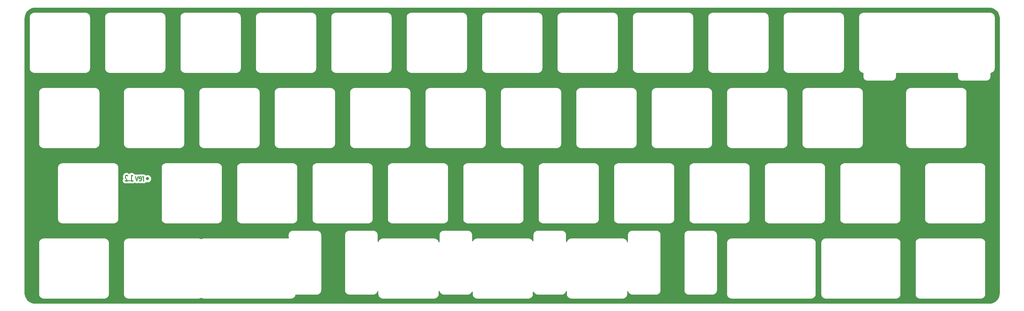
<source format=gbr>
%TF.GenerationSoftware,KiCad,Pcbnew,(5.1.10)-1*%
%TF.CreationDate,2021-08-26T15:07:36+02:00*%
%TF.ProjectId,switch_plate,73776974-6368-45f7-906c-6174652e6b69,rev?*%
%TF.SameCoordinates,Original*%
%TF.FileFunction,Copper,L2,Bot*%
%TF.FilePolarity,Positive*%
%FSLAX46Y46*%
G04 Gerber Fmt 4.6, Leading zero omitted, Abs format (unit mm)*
G04 Created by KiCad (PCBNEW (5.1.10)-1) date 2021-08-26 15:07:36*
%MOMM*%
%LPD*%
G01*
G04 APERTURE LIST*
%TA.AperFunction,EtchedComponent*%
%ADD10C,0.010000*%
%TD*%
%TA.AperFunction,ViaPad*%
%ADD11C,0.800000*%
%TD*%
%TA.AperFunction,NonConductor*%
%ADD12C,0.254000*%
%TD*%
%TA.AperFunction,NonConductor*%
%ADD13C,0.100000*%
%TD*%
G04 APERTURE END LIST*
D10*
%TO.C,Ref\u002A\u002A*%
G36*
X53948238Y-114395152D02*
G01*
X53856247Y-114430699D01*
X53783510Y-114500297D01*
X53726633Y-114606671D01*
X53701114Y-114681050D01*
X53682603Y-114766685D01*
X53670214Y-114868533D01*
X53667000Y-114940342D01*
X53667000Y-115084667D01*
X54284197Y-115084667D01*
X54270085Y-115153459D01*
X54229957Y-115279878D01*
X54170030Y-115375769D01*
X54094304Y-115438636D01*
X54006778Y-115465986D01*
X53911449Y-115455326D01*
X53839238Y-115422114D01*
X53793094Y-115396169D01*
X53765455Y-115384772D01*
X53762730Y-115385151D01*
X53739378Y-115424820D01*
X53718241Y-115476559D01*
X53709333Y-115515299D01*
X53727874Y-115543690D01*
X53775755Y-115577291D01*
X53841370Y-115610577D01*
X53913110Y-115638023D01*
X53979366Y-115654105D01*
X54005338Y-115656167D01*
X54071217Y-115646257D01*
X54147474Y-115621315D01*
X54175524Y-115608542D01*
X54250226Y-115557874D01*
X54315945Y-115492115D01*
X54327761Y-115476250D01*
X54392744Y-115349373D01*
X54432159Y-115202298D01*
X54446632Y-115044323D01*
X54438679Y-114915334D01*
X54284197Y-114915334D01*
X53809756Y-114915334D01*
X53823927Y-114826715D01*
X53855995Y-114705876D01*
X53907234Y-114619185D01*
X53976036Y-114568620D01*
X54044286Y-114555500D01*
X54106356Y-114575236D01*
X54166991Y-114629225D01*
X54220138Y-114709639D01*
X54259743Y-114808650D01*
X54269349Y-114846542D01*
X54284197Y-114915334D01*
X54438679Y-114915334D01*
X54436793Y-114884748D01*
X54403270Y-114732872D01*
X54346689Y-114597994D01*
X54267680Y-114489414D01*
X54260637Y-114482365D01*
X54202261Y-114431503D01*
X54148650Y-114404721D01*
X54078965Y-114392384D01*
X54062880Y-114390935D01*
X53948238Y-114395152D01*
G37*
X53948238Y-114395152D02*
X53856247Y-114430699D01*
X53783510Y-114500297D01*
X53726633Y-114606671D01*
X53701114Y-114681050D01*
X53682603Y-114766685D01*
X53670214Y-114868533D01*
X53667000Y-114940342D01*
X53667000Y-115084667D01*
X54284197Y-115084667D01*
X54270085Y-115153459D01*
X54229957Y-115279878D01*
X54170030Y-115375769D01*
X54094304Y-115438636D01*
X54006778Y-115465986D01*
X53911449Y-115455326D01*
X53839238Y-115422114D01*
X53793094Y-115396169D01*
X53765455Y-115384772D01*
X53762730Y-115385151D01*
X53739378Y-115424820D01*
X53718241Y-115476559D01*
X53709333Y-115515299D01*
X53727874Y-115543690D01*
X53775755Y-115577291D01*
X53841370Y-115610577D01*
X53913110Y-115638023D01*
X53979366Y-115654105D01*
X54005338Y-115656167D01*
X54071217Y-115646257D01*
X54147474Y-115621315D01*
X54175524Y-115608542D01*
X54250226Y-115557874D01*
X54315945Y-115492115D01*
X54327761Y-115476250D01*
X54392744Y-115349373D01*
X54432159Y-115202298D01*
X54446632Y-115044323D01*
X54438679Y-114915334D01*
X54284197Y-114915334D01*
X53809756Y-114915334D01*
X53823927Y-114826715D01*
X53855995Y-114705876D01*
X53907234Y-114619185D01*
X53976036Y-114568620D01*
X54044286Y-114555500D01*
X54106356Y-114575236D01*
X54166991Y-114629225D01*
X54220138Y-114709639D01*
X54259743Y-114808650D01*
X54269349Y-114846542D01*
X54284197Y-114915334D01*
X54438679Y-114915334D01*
X54436793Y-114884748D01*
X54403270Y-114732872D01*
X54346689Y-114597994D01*
X54267680Y-114489414D01*
X54260637Y-114482365D01*
X54202261Y-114431503D01*
X54148650Y-114404721D01*
X54078965Y-114392384D01*
X54062880Y-114390935D01*
X53948238Y-114395152D01*
G36*
X51188719Y-115329383D02*
G01*
X51161683Y-115345382D01*
X51118932Y-115395005D01*
X51094912Y-115464847D01*
X51095988Y-115534639D01*
X51099043Y-115544810D01*
X51136715Y-115611374D01*
X51187438Y-115648550D01*
X51242514Y-115651400D01*
X51266706Y-115639968D01*
X51311481Y-115587141D01*
X51330715Y-115515385D01*
X51324566Y-115439417D01*
X51293188Y-115373949D01*
X51263594Y-115346656D01*
X51222004Y-115324737D01*
X51188719Y-115329383D01*
G37*
X51188719Y-115329383D02*
X51161683Y-115345382D01*
X51118932Y-115395005D01*
X51094912Y-115464847D01*
X51095988Y-115534639D01*
X51099043Y-115544810D01*
X51136715Y-115611374D01*
X51187438Y-115648550D01*
X51242514Y-115651400D01*
X51266706Y-115639968D01*
X51311481Y-115587141D01*
X51330715Y-115515385D01*
X51324566Y-115439417D01*
X51293188Y-115373949D01*
X51263594Y-115346656D01*
X51222004Y-115324737D01*
X51188719Y-115329383D01*
G36*
X54500081Y-114465542D02*
G01*
X54508786Y-114524326D01*
X54513280Y-114566566D01*
X54513434Y-114570846D01*
X54531616Y-114587749D01*
X54574644Y-114584580D01*
X54650740Y-114589630D01*
X54720166Y-114634612D01*
X54779680Y-114717263D01*
X54787794Y-114733270D01*
X54803065Y-114768433D01*
X54814296Y-114806285D01*
X54822096Y-114853773D01*
X54827073Y-114917846D01*
X54829835Y-115005451D01*
X54830989Y-115123536D01*
X54831167Y-115228933D01*
X54831167Y-115635000D01*
X55000500Y-115635000D01*
X55000500Y-114407334D01*
X54926417Y-114407334D01*
X54879905Y-114409633D01*
X54858580Y-114424447D01*
X54852620Y-114463651D01*
X54852333Y-114496914D01*
X54852333Y-114586494D01*
X54799013Y-114508026D01*
X54742294Y-114438116D01*
X54682726Y-114400464D01*
X54605184Y-114386815D01*
X54575789Y-114386167D01*
X54486961Y-114386167D01*
X54500081Y-114465542D01*
G37*
X54500081Y-114465542D02*
X54508786Y-114524326D01*
X54513280Y-114566566D01*
X54513434Y-114570846D01*
X54531616Y-114587749D01*
X54574644Y-114584580D01*
X54650740Y-114589630D01*
X54720166Y-114634612D01*
X54779680Y-114717263D01*
X54787794Y-114733270D01*
X54803065Y-114768433D01*
X54814296Y-114806285D01*
X54822096Y-114853773D01*
X54827073Y-114917846D01*
X54829835Y-115005451D01*
X54830989Y-115123536D01*
X54831167Y-115228933D01*
X54831167Y-115635000D01*
X55000500Y-115635000D01*
X55000500Y-114407334D01*
X54926417Y-114407334D01*
X54879905Y-114409633D01*
X54858580Y-114424447D01*
X54852620Y-114463651D01*
X54852333Y-114496914D01*
X54852333Y-114586494D01*
X54799013Y-114508026D01*
X54742294Y-114438116D01*
X54682726Y-114400464D01*
X54605184Y-114386815D01*
X54575789Y-114386167D01*
X54486961Y-114386167D01*
X54500081Y-114465542D01*
G36*
X52832366Y-114760743D02*
G01*
X52869669Y-114902436D01*
X52909701Y-115053464D01*
X52948570Y-115199207D01*
X52982382Y-115325046D01*
X52994675Y-115370417D01*
X53063750Y-115624417D01*
X53151766Y-115630831D01*
X53209198Y-115630555D01*
X53246580Y-115622119D01*
X53251835Y-115617742D01*
X53260298Y-115592876D01*
X53278085Y-115532584D01*
X53303659Y-115442355D01*
X53335484Y-115327677D01*
X53372021Y-115194040D01*
X53411734Y-115046935D01*
X53413640Y-115039828D01*
X53453573Y-114891059D01*
X53490326Y-114754394D01*
X53522354Y-114635563D01*
X53548110Y-114540292D01*
X53566047Y-114474312D01*
X53574621Y-114443350D01*
X53574704Y-114443068D01*
X53576475Y-114419424D01*
X53556622Y-114409867D01*
X53505670Y-114410603D01*
X53495422Y-114411318D01*
X53404829Y-114417917D01*
X53291874Y-114873000D01*
X53258388Y-115007169D01*
X53227740Y-115128569D01*
X53201574Y-115230794D01*
X53181536Y-115307441D01*
X53169271Y-115352106D01*
X53166816Y-115359834D01*
X53158663Y-115349312D01*
X53142229Y-115302791D01*
X53119019Y-115225459D01*
X53090542Y-115122503D01*
X53058302Y-114999110D01*
X53034648Y-114904750D01*
X52914584Y-114417917D01*
X52826857Y-114411493D01*
X52739131Y-114405069D01*
X52832366Y-114760743D01*
G37*
X52832366Y-114760743D02*
X52869669Y-114902436D01*
X52909701Y-115053464D01*
X52948570Y-115199207D01*
X52982382Y-115325046D01*
X52994675Y-115370417D01*
X53063750Y-115624417D01*
X53151766Y-115630831D01*
X53209198Y-115630555D01*
X53246580Y-115622119D01*
X53251835Y-115617742D01*
X53260298Y-115592876D01*
X53278085Y-115532584D01*
X53303659Y-115442355D01*
X53335484Y-115327677D01*
X53372021Y-115194040D01*
X53411734Y-115046935D01*
X53413640Y-115039828D01*
X53453573Y-114891059D01*
X53490326Y-114754394D01*
X53522354Y-114635563D01*
X53548110Y-114540292D01*
X53566047Y-114474312D01*
X53574621Y-114443350D01*
X53574704Y-114443068D01*
X53576475Y-114419424D01*
X53556622Y-114409867D01*
X53505670Y-114410603D01*
X53495422Y-114411318D01*
X53404829Y-114417917D01*
X53291874Y-114873000D01*
X53258388Y-115007169D01*
X53227740Y-115128569D01*
X53201574Y-115230794D01*
X53181536Y-115307441D01*
X53169271Y-115352106D01*
X53166816Y-115359834D01*
X53158663Y-115349312D01*
X53142229Y-115302791D01*
X53119019Y-115225459D01*
X53090542Y-115122503D01*
X53058302Y-114999110D01*
X53034648Y-114904750D01*
X52914584Y-114417917D01*
X52826857Y-114411493D01*
X52739131Y-114405069D01*
X52832366Y-114760743D01*
G36*
X51783167Y-115444500D02*
G01*
X51526733Y-115444500D01*
X51533241Y-115534459D01*
X51539750Y-115624417D01*
X51883708Y-115630233D01*
X52227667Y-115636049D01*
X52227667Y-115444500D01*
X51952500Y-115444500D01*
X51952500Y-114301500D01*
X52164167Y-114301500D01*
X52164167Y-114230323D01*
X52161279Y-114191601D01*
X52147046Y-114163248D01*
X52113117Y-114136744D01*
X52051139Y-114103569D01*
X52029278Y-114092739D01*
X51953249Y-114059107D01*
X51884529Y-114035219D01*
X51838778Y-114026334D01*
X51783167Y-114026334D01*
X51783167Y-115444500D01*
G37*
X51783167Y-115444500D02*
X51526733Y-115444500D01*
X51533241Y-115534459D01*
X51539750Y-115624417D01*
X51883708Y-115630233D01*
X52227667Y-115636049D01*
X52227667Y-115444500D01*
X51952500Y-115444500D01*
X51952500Y-114301500D01*
X52164167Y-114301500D01*
X52164167Y-114230323D01*
X52161279Y-114191601D01*
X52147046Y-114163248D01*
X52113117Y-114136744D01*
X52051139Y-114103569D01*
X52029278Y-114092739D01*
X51953249Y-114059107D01*
X51884529Y-114035219D01*
X51838778Y-114026334D01*
X51783167Y-114026334D01*
X51783167Y-115444500D01*
G36*
X50465756Y-114017433D02*
G01*
X50372410Y-114059779D01*
X50295218Y-114139483D01*
X50262368Y-114192108D01*
X50213488Y-114312414D01*
X50195443Y-114442875D01*
X50208884Y-114586034D01*
X50254465Y-114744436D01*
X50332835Y-114920622D01*
X50444647Y-115117138D01*
X50534890Y-115255981D01*
X50658070Y-115437878D01*
X50129610Y-115417520D01*
X50136180Y-115520968D01*
X50142750Y-115624417D01*
X50529042Y-115630186D01*
X50915333Y-115635955D01*
X50915333Y-115560794D01*
X50910719Y-115524121D01*
X50894549Y-115480325D01*
X50863335Y-115423154D01*
X50813586Y-115346357D01*
X50741813Y-115243683D01*
X50725846Y-115221358D01*
X50597472Y-115034511D01*
X50498977Y-114872536D01*
X50428990Y-114731749D01*
X50386141Y-114608462D01*
X50369060Y-114498989D01*
X50376377Y-114399645D01*
X50395662Y-114333154D01*
X50434319Y-114255952D01*
X50483522Y-114213111D01*
X50554296Y-114196663D01*
X50585882Y-114195667D01*
X50638029Y-114202356D01*
X50685469Y-114227544D01*
X50742126Y-114278911D01*
X50748324Y-114285256D01*
X50835268Y-114374846D01*
X50884524Y-114313072D01*
X50933781Y-114251299D01*
X50891331Y-114191684D01*
X50799116Y-114092593D01*
X50690257Y-114032052D01*
X50579889Y-114009786D01*
X50465756Y-114017433D01*
G37*
X50465756Y-114017433D02*
X50372410Y-114059779D01*
X50295218Y-114139483D01*
X50262368Y-114192108D01*
X50213488Y-114312414D01*
X50195443Y-114442875D01*
X50208884Y-114586034D01*
X50254465Y-114744436D01*
X50332835Y-114920622D01*
X50444647Y-115117138D01*
X50534890Y-115255981D01*
X50658070Y-115437878D01*
X50129610Y-115417520D01*
X50136180Y-115520968D01*
X50142750Y-115624417D01*
X50529042Y-115630186D01*
X50915333Y-115635955D01*
X50915333Y-115560794D01*
X50910719Y-115524121D01*
X50894549Y-115480325D01*
X50863335Y-115423154D01*
X50813586Y-115346357D01*
X50741813Y-115243683D01*
X50725846Y-115221358D01*
X50597472Y-115034511D01*
X50498977Y-114872536D01*
X50428990Y-114731749D01*
X50386141Y-114608462D01*
X50369060Y-114498989D01*
X50376377Y-114399645D01*
X50395662Y-114333154D01*
X50434319Y-114255952D01*
X50483522Y-114213111D01*
X50554296Y-114196663D01*
X50585882Y-114195667D01*
X50638029Y-114202356D01*
X50685469Y-114227544D01*
X50742126Y-114278911D01*
X50748324Y-114285256D01*
X50835268Y-114374846D01*
X50884524Y-114313072D01*
X50933781Y-114251299D01*
X50891331Y-114191684D01*
X50799116Y-114092593D01*
X50690257Y-114032052D01*
X50579889Y-114009786D01*
X50465756Y-114017433D01*
%TD*%
D11*
%TO.N,*%
X55875000Y-115000000D03*
%TD*%
D12*
X268498076Y-71783751D02*
X269033305Y-71835741D01*
X269513331Y-71980194D01*
X269956157Y-72215134D01*
X270344912Y-72531609D01*
X270664800Y-72917572D01*
X270903625Y-73358315D01*
X271052295Y-73837051D01*
X271108751Y-74369551D01*
X271108749Y-143903075D01*
X271056759Y-144438305D01*
X270912306Y-144918329D01*
X270677368Y-145361154D01*
X270360888Y-145749915D01*
X269974926Y-146069801D01*
X269534185Y-146308625D01*
X269055449Y-146457295D01*
X268522954Y-146513750D01*
X27539429Y-146515809D01*
X27004195Y-146463819D01*
X26524171Y-146319366D01*
X26081346Y-146084428D01*
X25692585Y-145767948D01*
X25372699Y-145381986D01*
X25133875Y-144941245D01*
X24985205Y-144462509D01*
X24928749Y-143930009D01*
X24928749Y-131186845D01*
X28371250Y-131186845D01*
X28371251Y-144259054D01*
X28374308Y-144290090D01*
X28374287Y-144293054D01*
X28375288Y-144303267D01*
X28380336Y-144351301D01*
X28381886Y-144367034D01*
X28382045Y-144367559D01*
X28385488Y-144400316D01*
X28398888Y-144465593D01*
X28411366Y-144531008D01*
X28414332Y-144540833D01*
X28443188Y-144634052D01*
X28469030Y-144695527D01*
X28493961Y-144757233D01*
X28498778Y-144766294D01*
X28545191Y-144852132D01*
X28582446Y-144907364D01*
X28618919Y-144963100D01*
X28625405Y-144971053D01*
X28687607Y-145046242D01*
X28734891Y-145093197D01*
X28781480Y-145140773D01*
X28789387Y-145147314D01*
X28789392Y-145147319D01*
X28789398Y-145147323D01*
X28865008Y-145208990D01*
X28920506Y-145245863D01*
X28975469Y-145283497D01*
X28984496Y-145288378D01*
X29070657Y-145334190D01*
X29132263Y-145359582D01*
X29193470Y-145385816D01*
X29203274Y-145388851D01*
X29203278Y-145388852D01*
X29203280Y-145388853D01*
X29203282Y-145388853D01*
X29296692Y-145417056D01*
X29362085Y-145430005D01*
X29427207Y-145443846D01*
X29437398Y-145444917D01*
X29437406Y-145444919D01*
X29437413Y-145444919D01*
X29533939Y-145454383D01*
X29570145Y-145457949D01*
X45023605Y-145457949D01*
X45054650Y-145454891D01*
X45057605Y-145454912D01*
X45067818Y-145453911D01*
X45115701Y-145448878D01*
X45131585Y-145447314D01*
X45132115Y-145447153D01*
X45164867Y-145443711D01*
X45230144Y-145430311D01*
X45295559Y-145417833D01*
X45305384Y-145414867D01*
X45398603Y-145386011D01*
X45460078Y-145360169D01*
X45521784Y-145335238D01*
X45530845Y-145330421D01*
X45616683Y-145284008D01*
X45671915Y-145246753D01*
X45727651Y-145210280D01*
X45735604Y-145203794D01*
X45810793Y-145141592D01*
X45857748Y-145094308D01*
X45905324Y-145047719D01*
X45911865Y-145039812D01*
X45911870Y-145039807D01*
X45911874Y-145039801D01*
X45973541Y-144964191D01*
X46010414Y-144908693D01*
X46048048Y-144853730D01*
X46052929Y-144844703D01*
X46098741Y-144758542D01*
X46124133Y-144696936D01*
X46150367Y-144635729D01*
X46153402Y-144625925D01*
X46181607Y-144532507D01*
X46194556Y-144467114D01*
X46208397Y-144401992D01*
X46209468Y-144391801D01*
X46209470Y-144391793D01*
X46209470Y-144391786D01*
X46218992Y-144294669D01*
X46222500Y-144259054D01*
X46222500Y-131186845D01*
X49802500Y-131186845D01*
X49802501Y-144259054D01*
X49805558Y-144290090D01*
X49805537Y-144293054D01*
X49806538Y-144303267D01*
X49811586Y-144351301D01*
X49813136Y-144367034D01*
X49813295Y-144367559D01*
X49816738Y-144400316D01*
X49830138Y-144465593D01*
X49842616Y-144531008D01*
X49845582Y-144540833D01*
X49874438Y-144634052D01*
X49900280Y-144695527D01*
X49925211Y-144757233D01*
X49930028Y-144766294D01*
X49976441Y-144852132D01*
X50013696Y-144907364D01*
X50050169Y-144963100D01*
X50056655Y-144971053D01*
X50118857Y-145046242D01*
X50166141Y-145093197D01*
X50212730Y-145140773D01*
X50220637Y-145147314D01*
X50220642Y-145147319D01*
X50220648Y-145147323D01*
X50296258Y-145208990D01*
X50351756Y-145245863D01*
X50406719Y-145283497D01*
X50415746Y-145288378D01*
X50501907Y-145334190D01*
X50563513Y-145359582D01*
X50624720Y-145385816D01*
X50634524Y-145388851D01*
X50634528Y-145388852D01*
X50634530Y-145388853D01*
X50634532Y-145388853D01*
X50727942Y-145417056D01*
X50793335Y-145430005D01*
X50858457Y-145443846D01*
X50868648Y-145444917D01*
X50868656Y-145444919D01*
X50868663Y-145444919D01*
X50965189Y-145454383D01*
X51001395Y-145457949D01*
X68836105Y-145457949D01*
X68867150Y-145454891D01*
X68870105Y-145454912D01*
X68880318Y-145453911D01*
X68928201Y-145448878D01*
X68944085Y-145447314D01*
X68944615Y-145447153D01*
X68977367Y-145443711D01*
X69042644Y-145430311D01*
X69108059Y-145417833D01*
X69117884Y-145414867D01*
X69211103Y-145386011D01*
X69272578Y-145360169D01*
X69334284Y-145335238D01*
X69343345Y-145330421D01*
X69429183Y-145284008D01*
X69443430Y-145274398D01*
X69456719Y-145283497D01*
X69465746Y-145288378D01*
X69551907Y-145334190D01*
X69613513Y-145359582D01*
X69674720Y-145385816D01*
X69684524Y-145388851D01*
X69684528Y-145388852D01*
X69684530Y-145388853D01*
X69684532Y-145388853D01*
X69777942Y-145417056D01*
X69843335Y-145430005D01*
X69908457Y-145443846D01*
X69918648Y-145444917D01*
X69918656Y-145444919D01*
X69918663Y-145444919D01*
X70015780Y-145454441D01*
X70015783Y-145454441D01*
X70051161Y-145457937D01*
X92142481Y-145464999D01*
X92151454Y-145465024D01*
X92151684Y-145465002D01*
X92179619Y-145465011D01*
X92210925Y-145461938D01*
X92220106Y-145462002D01*
X92230319Y-145461001D01*
X92327376Y-145450800D01*
X92392686Y-145437394D01*
X92458066Y-145424922D01*
X92467887Y-145421957D01*
X92467893Y-145421956D01*
X92467899Y-145421954D01*
X92561116Y-145393098D01*
X92622546Y-145367276D01*
X92684300Y-145342325D01*
X92693348Y-145337514D01*
X92693355Y-145337511D01*
X92693361Y-145337507D01*
X92779206Y-145291090D01*
X92834413Y-145253852D01*
X92890169Y-145217367D01*
X92898121Y-145210881D01*
X92973316Y-145148675D01*
X93020282Y-145101380D01*
X93067858Y-145054790D01*
X93074400Y-145046883D01*
X93136080Y-144971255D01*
X93172945Y-144915768D01*
X93210578Y-144860807D01*
X93215459Y-144851780D01*
X93261275Y-144765613D01*
X93286670Y-144704000D01*
X93312903Y-144642794D01*
X93315938Y-144632991D01*
X93344145Y-144539566D01*
X93357095Y-144474164D01*
X93359043Y-144465000D01*
X98682355Y-144465000D01*
X98713400Y-144461942D01*
X98716355Y-144461963D01*
X98726568Y-144460962D01*
X98774451Y-144455929D01*
X98790335Y-144454365D01*
X98790865Y-144454204D01*
X98823617Y-144450762D01*
X98888894Y-144437362D01*
X98954309Y-144424884D01*
X98964134Y-144421918D01*
X99057353Y-144393062D01*
X99118828Y-144367220D01*
X99180534Y-144342289D01*
X99189595Y-144337472D01*
X99275433Y-144291059D01*
X99330665Y-144253804D01*
X99386401Y-144217331D01*
X99394354Y-144210845D01*
X99469543Y-144148643D01*
X99516498Y-144101359D01*
X99564074Y-144054770D01*
X99570615Y-144046863D01*
X99570620Y-144046858D01*
X99570624Y-144046852D01*
X99632291Y-143971242D01*
X99669164Y-143915744D01*
X99706798Y-143860781D01*
X99711679Y-143851754D01*
X99757491Y-143765593D01*
X99782883Y-143703987D01*
X99809117Y-143642780D01*
X99812152Y-143632976D01*
X99840357Y-143539558D01*
X99853306Y-143474165D01*
X99867147Y-143409043D01*
X99868218Y-143398852D01*
X99868220Y-143398844D01*
X99868220Y-143398837D01*
X99877742Y-143301720D01*
X99881250Y-143266105D01*
X99881250Y-143266104D01*
X105660750Y-143266104D01*
X105663808Y-143297149D01*
X105663787Y-143300105D01*
X105664788Y-143310318D01*
X105669822Y-143358216D01*
X105671385Y-143374084D01*
X105671546Y-143374613D01*
X105674988Y-143407367D01*
X105688388Y-143472644D01*
X105700866Y-143538059D01*
X105703832Y-143547884D01*
X105732688Y-143641103D01*
X105758530Y-143702578D01*
X105783461Y-143764284D01*
X105788278Y-143773345D01*
X105834691Y-143859183D01*
X105871946Y-143914415D01*
X105908419Y-143970151D01*
X105914905Y-143978104D01*
X105977107Y-144053293D01*
X106024391Y-144100248D01*
X106070980Y-144147824D01*
X106078887Y-144154365D01*
X106078892Y-144154370D01*
X106078898Y-144154374D01*
X106154508Y-144216041D01*
X106210006Y-144252914D01*
X106264969Y-144290548D01*
X106273996Y-144295429D01*
X106360157Y-144341241D01*
X106421763Y-144366633D01*
X106482970Y-144392867D01*
X106492774Y-144395902D01*
X106492778Y-144395903D01*
X106492780Y-144395904D01*
X106492782Y-144395904D01*
X106586192Y-144424107D01*
X106651585Y-144437056D01*
X106716707Y-144450897D01*
X106726898Y-144451968D01*
X106726906Y-144451970D01*
X106726913Y-144451970D01*
X106823439Y-144461434D01*
X106859645Y-144465000D01*
X112931855Y-144465000D01*
X112962900Y-144461942D01*
X112965855Y-144461963D01*
X112976068Y-144460962D01*
X113023951Y-144455929D01*
X113039835Y-144454365D01*
X113040365Y-144454204D01*
X113073117Y-144450762D01*
X113138394Y-144437362D01*
X113203809Y-144424884D01*
X113213634Y-144421918D01*
X113306853Y-144393062D01*
X113368328Y-144367220D01*
X113430034Y-144342289D01*
X113439095Y-144337472D01*
X113524933Y-144291059D01*
X113580165Y-144253804D01*
X113635901Y-144217331D01*
X113643854Y-144210845D01*
X113719043Y-144148643D01*
X113765998Y-144101359D01*
X113813574Y-144054770D01*
X113820115Y-144046863D01*
X113820120Y-144046858D01*
X113820124Y-144046852D01*
X113881791Y-143971242D01*
X113918664Y-143915744D01*
X113956298Y-143860781D01*
X113961179Y-143851754D01*
X114006991Y-143765593D01*
X114032383Y-143703987D01*
X114058617Y-143642780D01*
X114061652Y-143632976D01*
X114089857Y-143539558D01*
X114096251Y-143507267D01*
X114096251Y-144259054D01*
X114099308Y-144290090D01*
X114099287Y-144293054D01*
X114100288Y-144303267D01*
X114105336Y-144351301D01*
X114106886Y-144367034D01*
X114107045Y-144367559D01*
X114110488Y-144400316D01*
X114123888Y-144465593D01*
X114136366Y-144531008D01*
X114139332Y-144540833D01*
X114168188Y-144634052D01*
X114194030Y-144695527D01*
X114218961Y-144757233D01*
X114223778Y-144766294D01*
X114270191Y-144852132D01*
X114307446Y-144907364D01*
X114343919Y-144963100D01*
X114350405Y-144971053D01*
X114412607Y-145046242D01*
X114459891Y-145093197D01*
X114506480Y-145140773D01*
X114514387Y-145147314D01*
X114514392Y-145147319D01*
X114514398Y-145147323D01*
X114590008Y-145208990D01*
X114645506Y-145245863D01*
X114700469Y-145283497D01*
X114709496Y-145288378D01*
X114795657Y-145334190D01*
X114857263Y-145359582D01*
X114918470Y-145385816D01*
X114928274Y-145388851D01*
X114928278Y-145388852D01*
X114928280Y-145388853D01*
X114928282Y-145388853D01*
X115021692Y-145417056D01*
X115087085Y-145430005D01*
X115152207Y-145443846D01*
X115162398Y-145444917D01*
X115162406Y-145444919D01*
X115162413Y-145444919D01*
X115258939Y-145454383D01*
X115295145Y-145457949D01*
X128367355Y-145457949D01*
X128398400Y-145454891D01*
X128401355Y-145454912D01*
X128411568Y-145453911D01*
X128459451Y-145448878D01*
X128475335Y-145447314D01*
X128475865Y-145447153D01*
X128508617Y-145443711D01*
X128573894Y-145430311D01*
X128639309Y-145417833D01*
X128649134Y-145414867D01*
X128742353Y-145386011D01*
X128803828Y-145360169D01*
X128865534Y-145335238D01*
X128874595Y-145330421D01*
X128960433Y-145284008D01*
X129015665Y-145246753D01*
X129071401Y-145210280D01*
X129079354Y-145203794D01*
X129154543Y-145141592D01*
X129201498Y-145094308D01*
X129249074Y-145047719D01*
X129255615Y-145039812D01*
X129255620Y-145039807D01*
X129255624Y-145039801D01*
X129317291Y-144964191D01*
X129354164Y-144908693D01*
X129391798Y-144853730D01*
X129396679Y-144844703D01*
X129442491Y-144758542D01*
X129467883Y-144696936D01*
X129494117Y-144635729D01*
X129497152Y-144625925D01*
X129525357Y-144532507D01*
X129538306Y-144467114D01*
X129552147Y-144401992D01*
X129553218Y-144391801D01*
X129553220Y-144391793D01*
X129553220Y-144391786D01*
X129562742Y-144294669D01*
X129566250Y-144259054D01*
X129566250Y-143482407D01*
X129576866Y-143538059D01*
X129579832Y-143547884D01*
X129608688Y-143641103D01*
X129634530Y-143702578D01*
X129659461Y-143764284D01*
X129664278Y-143773345D01*
X129710691Y-143859183D01*
X129747946Y-143914415D01*
X129784419Y-143970151D01*
X129790905Y-143978104D01*
X129853107Y-144053293D01*
X129900391Y-144100248D01*
X129946980Y-144147824D01*
X129954887Y-144154365D01*
X129954892Y-144154370D01*
X129954898Y-144154374D01*
X130030508Y-144216041D01*
X130086006Y-144252914D01*
X130140969Y-144290548D01*
X130149996Y-144295429D01*
X130236157Y-144341241D01*
X130297763Y-144366633D01*
X130358970Y-144392867D01*
X130368774Y-144395902D01*
X130368778Y-144395903D01*
X130368780Y-144395904D01*
X130368782Y-144395904D01*
X130462192Y-144424107D01*
X130527585Y-144437056D01*
X130592707Y-144450897D01*
X130602898Y-144451968D01*
X130602906Y-144451970D01*
X130602913Y-144451970D01*
X130699439Y-144461434D01*
X130735645Y-144465000D01*
X136807855Y-144465000D01*
X136838900Y-144461942D01*
X136841855Y-144461963D01*
X136852068Y-144460962D01*
X136899951Y-144455929D01*
X136915835Y-144454365D01*
X136916365Y-144454204D01*
X136949117Y-144450762D01*
X137014394Y-144437362D01*
X137079809Y-144424884D01*
X137089634Y-144421918D01*
X137182853Y-144393062D01*
X137244328Y-144367220D01*
X137306034Y-144342289D01*
X137315095Y-144337472D01*
X137400933Y-144291059D01*
X137456165Y-144253804D01*
X137511901Y-144217331D01*
X137519854Y-144210845D01*
X137595043Y-144148643D01*
X137641998Y-144101359D01*
X137689574Y-144054770D01*
X137696115Y-144046863D01*
X137696120Y-144046858D01*
X137696124Y-144046852D01*
X137757791Y-143971242D01*
X137794664Y-143915744D01*
X137832298Y-143860781D01*
X137837179Y-143851754D01*
X137882991Y-143765593D01*
X137908383Y-143703987D01*
X137908751Y-143703129D01*
X137908751Y-144259054D01*
X137911808Y-144290090D01*
X137911787Y-144293054D01*
X137912788Y-144303267D01*
X137917836Y-144351301D01*
X137919386Y-144367034D01*
X137919545Y-144367559D01*
X137922988Y-144400316D01*
X137936388Y-144465593D01*
X137948866Y-144531008D01*
X137951832Y-144540833D01*
X137980688Y-144634052D01*
X138006530Y-144695527D01*
X138031461Y-144757233D01*
X138036278Y-144766294D01*
X138082691Y-144852132D01*
X138119946Y-144907364D01*
X138156419Y-144963100D01*
X138162905Y-144971053D01*
X138225107Y-145046242D01*
X138272391Y-145093197D01*
X138318980Y-145140773D01*
X138326887Y-145147314D01*
X138326892Y-145147319D01*
X138326898Y-145147323D01*
X138402508Y-145208990D01*
X138458006Y-145245863D01*
X138512969Y-145283497D01*
X138521996Y-145288378D01*
X138608157Y-145334190D01*
X138669763Y-145359582D01*
X138730970Y-145385816D01*
X138740774Y-145388851D01*
X138740778Y-145388852D01*
X138740780Y-145388853D01*
X138740782Y-145388853D01*
X138834192Y-145417056D01*
X138899585Y-145430005D01*
X138964707Y-145443846D01*
X138974898Y-145444917D01*
X138974906Y-145444919D01*
X138974913Y-145444919D01*
X139071439Y-145454383D01*
X139107645Y-145457949D01*
X152179855Y-145457949D01*
X152210900Y-145454891D01*
X152213855Y-145454912D01*
X152224068Y-145453911D01*
X152271951Y-145448878D01*
X152287835Y-145447314D01*
X152288365Y-145447153D01*
X152321117Y-145443711D01*
X152386394Y-145430311D01*
X152451809Y-145417833D01*
X152461634Y-145414867D01*
X152554853Y-145386011D01*
X152616328Y-145360169D01*
X152678034Y-145335238D01*
X152687095Y-145330421D01*
X152772933Y-145284008D01*
X152828165Y-145246753D01*
X152883901Y-145210280D01*
X152891854Y-145203794D01*
X152967043Y-145141592D01*
X153013998Y-145094308D01*
X153061574Y-145047719D01*
X153068115Y-145039812D01*
X153068120Y-145039807D01*
X153068124Y-145039801D01*
X153129791Y-144964191D01*
X153166664Y-144908693D01*
X153204298Y-144853730D01*
X153209179Y-144844703D01*
X153254991Y-144758542D01*
X153280383Y-144696936D01*
X153306617Y-144635729D01*
X153309652Y-144625925D01*
X153337857Y-144532507D01*
X153350806Y-144467114D01*
X153364647Y-144401992D01*
X153365718Y-144391801D01*
X153365720Y-144391793D01*
X153365720Y-144391786D01*
X153375242Y-144294669D01*
X153378750Y-144259054D01*
X153378750Y-143691207D01*
X153383530Y-143702578D01*
X153408461Y-143764284D01*
X153413278Y-143773345D01*
X153459691Y-143859183D01*
X153496946Y-143914415D01*
X153533419Y-143970151D01*
X153539905Y-143978104D01*
X153602107Y-144053293D01*
X153649391Y-144100248D01*
X153695980Y-144147824D01*
X153703887Y-144154365D01*
X153703892Y-144154370D01*
X153703898Y-144154374D01*
X153779508Y-144216041D01*
X153835006Y-144252914D01*
X153889969Y-144290548D01*
X153898996Y-144295429D01*
X153985157Y-144341241D01*
X154046763Y-144366633D01*
X154107970Y-144392867D01*
X154117774Y-144395902D01*
X154117778Y-144395903D01*
X154117780Y-144395904D01*
X154117782Y-144395904D01*
X154211192Y-144424107D01*
X154276585Y-144437056D01*
X154341707Y-144450897D01*
X154351898Y-144451968D01*
X154351906Y-144451970D01*
X154351913Y-144451970D01*
X154448439Y-144461434D01*
X154484645Y-144465000D01*
X160556855Y-144465000D01*
X160587900Y-144461942D01*
X160590855Y-144461963D01*
X160601068Y-144460962D01*
X160648951Y-144455929D01*
X160664835Y-144454365D01*
X160665365Y-144454204D01*
X160698117Y-144450762D01*
X160763394Y-144437362D01*
X160828809Y-144424884D01*
X160838634Y-144421918D01*
X160931853Y-144393062D01*
X160993328Y-144367220D01*
X161055034Y-144342289D01*
X161064095Y-144337472D01*
X161149933Y-144291059D01*
X161205165Y-144253804D01*
X161260901Y-144217331D01*
X161268854Y-144210845D01*
X161344043Y-144148643D01*
X161390998Y-144101359D01*
X161438574Y-144054770D01*
X161445115Y-144046863D01*
X161445120Y-144046858D01*
X161445124Y-144046852D01*
X161506791Y-143971242D01*
X161543664Y-143915744D01*
X161581298Y-143860781D01*
X161586179Y-143851754D01*
X161631991Y-143765593D01*
X161657383Y-143703987D01*
X161683617Y-143642780D01*
X161686652Y-143632976D01*
X161714857Y-143539558D01*
X161721251Y-143507267D01*
X161721251Y-144259054D01*
X161724308Y-144290090D01*
X161724287Y-144293054D01*
X161725288Y-144303267D01*
X161730336Y-144351301D01*
X161731886Y-144367034D01*
X161732045Y-144367559D01*
X161735488Y-144400316D01*
X161748888Y-144465593D01*
X161761366Y-144531008D01*
X161764332Y-144540833D01*
X161793188Y-144634052D01*
X161819030Y-144695527D01*
X161843961Y-144757233D01*
X161848778Y-144766294D01*
X161895191Y-144852132D01*
X161932446Y-144907364D01*
X161968919Y-144963100D01*
X161975405Y-144971053D01*
X162037607Y-145046242D01*
X162084891Y-145093197D01*
X162131480Y-145140773D01*
X162139387Y-145147314D01*
X162139392Y-145147319D01*
X162139398Y-145147323D01*
X162215008Y-145208990D01*
X162270506Y-145245863D01*
X162325469Y-145283497D01*
X162334496Y-145288378D01*
X162420657Y-145334190D01*
X162482263Y-145359582D01*
X162543470Y-145385816D01*
X162553274Y-145388851D01*
X162553278Y-145388852D01*
X162553280Y-145388853D01*
X162553282Y-145388853D01*
X162646692Y-145417056D01*
X162712085Y-145430005D01*
X162777207Y-145443846D01*
X162787398Y-145444917D01*
X162787406Y-145444919D01*
X162787413Y-145444919D01*
X162883939Y-145454383D01*
X162920145Y-145457949D01*
X175992355Y-145457949D01*
X176023400Y-145454891D01*
X176026355Y-145454912D01*
X176036568Y-145453911D01*
X176084451Y-145448878D01*
X176100335Y-145447314D01*
X176100865Y-145447153D01*
X176133617Y-145443711D01*
X176198894Y-145430311D01*
X176264309Y-145417833D01*
X176274134Y-145414867D01*
X176367353Y-145386011D01*
X176428828Y-145360169D01*
X176490534Y-145335238D01*
X176499595Y-145330421D01*
X176585433Y-145284008D01*
X176640665Y-145246753D01*
X176696401Y-145210280D01*
X176704354Y-145203794D01*
X176779543Y-145141592D01*
X176826498Y-145094308D01*
X176874074Y-145047719D01*
X176880615Y-145039812D01*
X176880620Y-145039807D01*
X176880624Y-145039801D01*
X176942291Y-144964191D01*
X176979164Y-144908693D01*
X177016798Y-144853730D01*
X177021679Y-144844703D01*
X177067491Y-144758542D01*
X177092883Y-144696936D01*
X177119117Y-144635729D01*
X177122152Y-144625925D01*
X177150357Y-144532507D01*
X177163306Y-144467114D01*
X177177147Y-144401992D01*
X177178218Y-144391801D01*
X177178220Y-144391793D01*
X177178220Y-144391786D01*
X177187742Y-144294669D01*
X177191250Y-144259054D01*
X177191250Y-143482407D01*
X177201866Y-143538059D01*
X177204832Y-143547884D01*
X177233688Y-143641103D01*
X177259530Y-143702578D01*
X177284461Y-143764284D01*
X177289278Y-143773345D01*
X177335691Y-143859183D01*
X177372946Y-143914415D01*
X177409419Y-143970151D01*
X177415905Y-143978104D01*
X177478107Y-144053293D01*
X177525391Y-144100248D01*
X177571980Y-144147824D01*
X177579887Y-144154365D01*
X177579892Y-144154370D01*
X177579898Y-144154374D01*
X177655508Y-144216041D01*
X177711006Y-144252914D01*
X177765969Y-144290548D01*
X177774996Y-144295429D01*
X177861157Y-144341241D01*
X177922763Y-144366633D01*
X177983970Y-144392867D01*
X177993774Y-144395902D01*
X177993778Y-144395903D01*
X177993780Y-144395904D01*
X177993782Y-144395904D01*
X178087192Y-144424107D01*
X178152585Y-144437056D01*
X178217707Y-144450897D01*
X178227898Y-144451968D01*
X178227906Y-144451970D01*
X178227913Y-144451970D01*
X178324439Y-144461434D01*
X178360645Y-144465000D01*
X184432855Y-144465000D01*
X184463900Y-144461942D01*
X184466855Y-144461963D01*
X184477068Y-144460962D01*
X184524951Y-144455929D01*
X184540835Y-144454365D01*
X184541365Y-144454204D01*
X184574117Y-144450762D01*
X184639394Y-144437362D01*
X184704809Y-144424884D01*
X184714634Y-144421918D01*
X184807853Y-144393062D01*
X184869328Y-144367220D01*
X184931034Y-144342289D01*
X184940095Y-144337472D01*
X185025933Y-144291059D01*
X185081165Y-144253804D01*
X185136901Y-144217331D01*
X185144854Y-144210845D01*
X185220043Y-144148643D01*
X185266998Y-144101359D01*
X185314574Y-144054770D01*
X185321115Y-144046863D01*
X185321120Y-144046858D01*
X185321124Y-144046852D01*
X185382791Y-143971242D01*
X185419664Y-143915744D01*
X185457298Y-143860781D01*
X185462179Y-143851754D01*
X185507991Y-143765593D01*
X185533383Y-143703987D01*
X185559617Y-143642780D01*
X185562652Y-143632976D01*
X185590857Y-143539558D01*
X185603806Y-143474165D01*
X185617647Y-143409043D01*
X185618718Y-143398852D01*
X185618720Y-143398844D01*
X185618720Y-143398837D01*
X185628242Y-143301720D01*
X185631750Y-143266105D01*
X185631750Y-143266104D01*
X191411250Y-143266104D01*
X191414308Y-143297149D01*
X191414287Y-143300105D01*
X191415288Y-143310318D01*
X191420322Y-143358216D01*
X191421885Y-143374084D01*
X191422046Y-143374613D01*
X191425488Y-143407367D01*
X191438888Y-143472644D01*
X191451366Y-143538059D01*
X191454332Y-143547884D01*
X191483188Y-143641103D01*
X191509030Y-143702578D01*
X191533961Y-143764284D01*
X191538778Y-143773345D01*
X191585191Y-143859183D01*
X191622446Y-143914415D01*
X191658919Y-143970151D01*
X191665405Y-143978104D01*
X191727607Y-144053293D01*
X191774891Y-144100248D01*
X191821480Y-144147824D01*
X191829387Y-144154365D01*
X191829392Y-144154370D01*
X191829398Y-144154374D01*
X191905008Y-144216041D01*
X191960506Y-144252914D01*
X192015469Y-144290548D01*
X192024496Y-144295429D01*
X192110657Y-144341241D01*
X192172263Y-144366633D01*
X192233470Y-144392867D01*
X192243274Y-144395902D01*
X192243278Y-144395903D01*
X192243280Y-144395904D01*
X192243282Y-144395904D01*
X192336692Y-144424107D01*
X192402085Y-144437056D01*
X192467207Y-144450897D01*
X192477398Y-144451968D01*
X192477406Y-144451970D01*
X192477413Y-144451970D01*
X192573939Y-144461434D01*
X192610145Y-144465000D01*
X198682355Y-144465000D01*
X198713400Y-144461942D01*
X198716355Y-144461963D01*
X198726568Y-144460962D01*
X198774451Y-144455929D01*
X198790335Y-144454365D01*
X198790865Y-144454204D01*
X198823617Y-144450762D01*
X198888894Y-144437362D01*
X198954309Y-144424884D01*
X198964134Y-144421918D01*
X199057353Y-144393062D01*
X199118828Y-144367220D01*
X199180534Y-144342289D01*
X199189595Y-144337472D01*
X199275433Y-144291059D01*
X199330665Y-144253804D01*
X199386401Y-144217331D01*
X199394354Y-144210845D01*
X199469543Y-144148643D01*
X199516498Y-144101359D01*
X199564074Y-144054770D01*
X199570615Y-144046863D01*
X199570620Y-144046858D01*
X199570624Y-144046852D01*
X199632291Y-143971242D01*
X199669164Y-143915744D01*
X199706798Y-143860781D01*
X199711679Y-143851754D01*
X199757491Y-143765593D01*
X199782883Y-143703987D01*
X199809117Y-143642780D01*
X199812152Y-143632976D01*
X199840357Y-143539558D01*
X199853306Y-143474165D01*
X199867147Y-143409043D01*
X199868218Y-143398852D01*
X199868220Y-143398844D01*
X199868220Y-143398837D01*
X199877742Y-143301720D01*
X199881250Y-143266105D01*
X199881250Y-131186845D01*
X202202500Y-131186845D01*
X202202501Y-144259054D01*
X202205558Y-144290090D01*
X202205537Y-144293054D01*
X202206538Y-144303267D01*
X202211586Y-144351301D01*
X202213136Y-144367034D01*
X202213295Y-144367559D01*
X202216738Y-144400316D01*
X202230138Y-144465593D01*
X202242616Y-144531008D01*
X202245582Y-144540833D01*
X202274438Y-144634052D01*
X202300280Y-144695527D01*
X202325211Y-144757233D01*
X202330028Y-144766294D01*
X202376441Y-144852132D01*
X202413696Y-144907364D01*
X202450169Y-144963100D01*
X202456655Y-144971053D01*
X202518857Y-145046242D01*
X202566141Y-145093197D01*
X202612730Y-145140773D01*
X202620637Y-145147314D01*
X202620642Y-145147319D01*
X202620648Y-145147323D01*
X202696258Y-145208990D01*
X202751756Y-145245863D01*
X202806719Y-145283497D01*
X202815746Y-145288378D01*
X202901907Y-145334190D01*
X202963513Y-145359582D01*
X203024720Y-145385816D01*
X203034524Y-145388851D01*
X203034528Y-145388852D01*
X203034530Y-145388853D01*
X203034532Y-145388853D01*
X203127942Y-145417056D01*
X203193335Y-145430005D01*
X203258457Y-145443846D01*
X203268648Y-145444917D01*
X203268656Y-145444919D01*
X203268663Y-145444919D01*
X203365189Y-145454383D01*
X203401395Y-145457949D01*
X223617355Y-145457949D01*
X223648400Y-145454891D01*
X223651355Y-145454912D01*
X223661568Y-145453911D01*
X223709451Y-145448878D01*
X223725335Y-145447314D01*
X223725865Y-145447153D01*
X223758617Y-145443711D01*
X223823894Y-145430311D01*
X223889309Y-145417833D01*
X223899134Y-145414867D01*
X223992353Y-145386011D01*
X224053828Y-145360169D01*
X224115534Y-145335238D01*
X224124595Y-145330421D01*
X224210433Y-145284008D01*
X224265665Y-145246753D01*
X224321401Y-145210280D01*
X224329354Y-145203794D01*
X224404543Y-145141592D01*
X224451498Y-145094308D01*
X224499074Y-145047719D01*
X224505615Y-145039812D01*
X224505620Y-145039807D01*
X224505624Y-145039801D01*
X224567291Y-144964191D01*
X224604164Y-144908693D01*
X224641798Y-144853730D01*
X224646679Y-144844703D01*
X224692491Y-144758542D01*
X224717883Y-144696936D01*
X224744117Y-144635729D01*
X224747152Y-144625925D01*
X224775357Y-144532507D01*
X224788306Y-144467114D01*
X224802147Y-144401992D01*
X224803218Y-144391801D01*
X224803220Y-144391793D01*
X224803220Y-144391786D01*
X224812742Y-144294669D01*
X224816250Y-144259054D01*
X224816250Y-131186845D01*
X226015000Y-131186845D01*
X226015001Y-144259054D01*
X226018058Y-144290090D01*
X226018037Y-144293054D01*
X226019038Y-144303267D01*
X226024086Y-144351301D01*
X226025636Y-144367034D01*
X226025795Y-144367559D01*
X226029238Y-144400316D01*
X226042638Y-144465593D01*
X226055116Y-144531008D01*
X226058082Y-144540833D01*
X226086938Y-144634052D01*
X226112780Y-144695527D01*
X226137711Y-144757233D01*
X226142528Y-144766294D01*
X226188941Y-144852132D01*
X226226196Y-144907364D01*
X226262669Y-144963100D01*
X226269155Y-144971053D01*
X226331357Y-145046242D01*
X226378641Y-145093197D01*
X226425230Y-145140773D01*
X226433137Y-145147314D01*
X226433142Y-145147319D01*
X226433148Y-145147323D01*
X226508758Y-145208990D01*
X226564256Y-145245863D01*
X226619219Y-145283497D01*
X226628246Y-145288378D01*
X226714407Y-145334190D01*
X226776013Y-145359582D01*
X226837220Y-145385816D01*
X226847024Y-145388851D01*
X226847028Y-145388852D01*
X226847030Y-145388853D01*
X226847032Y-145388853D01*
X226940442Y-145417056D01*
X227005835Y-145430005D01*
X227070957Y-145443846D01*
X227081148Y-145444917D01*
X227081156Y-145444919D01*
X227081163Y-145444919D01*
X227177689Y-145454383D01*
X227213895Y-145457949D01*
X245048605Y-145457949D01*
X245079650Y-145454891D01*
X245082605Y-145454912D01*
X245092818Y-145453911D01*
X245140701Y-145448878D01*
X245156585Y-145447314D01*
X245157115Y-145447153D01*
X245189867Y-145443711D01*
X245255144Y-145430311D01*
X245320559Y-145417833D01*
X245330384Y-145414867D01*
X245423603Y-145386011D01*
X245485078Y-145360169D01*
X245546784Y-145335238D01*
X245555845Y-145330421D01*
X245641683Y-145284008D01*
X245696915Y-145246753D01*
X245752651Y-145210280D01*
X245760604Y-145203794D01*
X245835793Y-145141592D01*
X245882748Y-145094308D01*
X245930324Y-145047719D01*
X245936865Y-145039812D01*
X245936870Y-145039807D01*
X245936874Y-145039801D01*
X245998541Y-144964191D01*
X246035414Y-144908693D01*
X246073048Y-144853730D01*
X246077929Y-144844703D01*
X246123741Y-144758542D01*
X246149133Y-144696936D01*
X246175367Y-144635729D01*
X246178402Y-144625925D01*
X246206607Y-144532507D01*
X246219556Y-144467114D01*
X246233397Y-144401992D01*
X246234468Y-144391801D01*
X246234470Y-144391793D01*
X246234470Y-144391786D01*
X246243992Y-144294669D01*
X246247500Y-144259054D01*
X246247500Y-131186845D01*
X249827500Y-131186845D01*
X249827501Y-144259054D01*
X249830558Y-144290090D01*
X249830537Y-144293054D01*
X249831538Y-144303267D01*
X249836586Y-144351301D01*
X249838136Y-144367034D01*
X249838295Y-144367559D01*
X249841738Y-144400316D01*
X249855138Y-144465593D01*
X249867616Y-144531008D01*
X249870582Y-144540833D01*
X249899438Y-144634052D01*
X249925280Y-144695527D01*
X249950211Y-144757233D01*
X249955028Y-144766294D01*
X250001441Y-144852132D01*
X250038696Y-144907364D01*
X250075169Y-144963100D01*
X250081655Y-144971053D01*
X250143857Y-145046242D01*
X250191141Y-145093197D01*
X250237730Y-145140773D01*
X250245637Y-145147314D01*
X250245642Y-145147319D01*
X250245648Y-145147323D01*
X250321258Y-145208990D01*
X250376756Y-145245863D01*
X250431719Y-145283497D01*
X250440746Y-145288378D01*
X250526907Y-145334190D01*
X250588513Y-145359582D01*
X250649720Y-145385816D01*
X250659524Y-145388851D01*
X250659528Y-145388852D01*
X250659530Y-145388853D01*
X250659532Y-145388853D01*
X250752942Y-145417056D01*
X250818335Y-145430005D01*
X250883457Y-145443846D01*
X250893648Y-145444917D01*
X250893656Y-145444919D01*
X250893663Y-145444919D01*
X250990189Y-145454383D01*
X251026395Y-145457949D01*
X266479855Y-145457949D01*
X266510900Y-145454891D01*
X266513855Y-145454912D01*
X266524068Y-145453911D01*
X266571951Y-145448878D01*
X266587835Y-145447314D01*
X266588365Y-145447153D01*
X266621117Y-145443711D01*
X266686394Y-145430311D01*
X266751809Y-145417833D01*
X266761634Y-145414867D01*
X266854853Y-145386011D01*
X266916328Y-145360169D01*
X266978034Y-145335238D01*
X266987095Y-145330421D01*
X267072933Y-145284008D01*
X267128165Y-145246753D01*
X267183901Y-145210280D01*
X267191854Y-145203794D01*
X267267043Y-145141592D01*
X267313998Y-145094308D01*
X267361574Y-145047719D01*
X267368115Y-145039812D01*
X267368120Y-145039807D01*
X267368124Y-145039801D01*
X267429791Y-144964191D01*
X267466664Y-144908693D01*
X267504298Y-144853730D01*
X267509179Y-144844703D01*
X267554991Y-144758542D01*
X267580383Y-144696936D01*
X267606617Y-144635729D01*
X267609652Y-144625925D01*
X267637857Y-144532507D01*
X267650806Y-144467114D01*
X267664647Y-144401992D01*
X267665718Y-144391801D01*
X267665720Y-144391793D01*
X267665720Y-144391786D01*
X267675242Y-144294669D01*
X267678750Y-144259054D01*
X267678750Y-131186844D01*
X267675692Y-131155799D01*
X267675713Y-131152844D01*
X267674712Y-131142631D01*
X267669680Y-131094756D01*
X267668115Y-131078864D01*
X267667954Y-131078334D01*
X267664512Y-131045583D01*
X267651114Y-130980313D01*
X267638634Y-130914890D01*
X267635668Y-130905065D01*
X267606812Y-130811846D01*
X267580975Y-130750383D01*
X267556039Y-130688665D01*
X267551222Y-130679604D01*
X267504809Y-130593766D01*
X267467539Y-130538511D01*
X267431081Y-130482798D01*
X267424595Y-130474845D01*
X267362393Y-130399656D01*
X267315109Y-130352701D01*
X267268520Y-130305125D01*
X267260613Y-130298583D01*
X267184992Y-130236908D01*
X267129471Y-130200019D01*
X267074531Y-130162401D01*
X267065520Y-130157529D01*
X267065513Y-130157524D01*
X267065506Y-130157521D01*
X267065504Y-130157520D01*
X266979343Y-130111708D01*
X266917737Y-130086316D01*
X266856530Y-130060082D01*
X266846726Y-130057047D01*
X266846722Y-130057046D01*
X266846720Y-130057045D01*
X266846718Y-130057045D01*
X266753308Y-130028842D01*
X266687922Y-130015895D01*
X266622794Y-130002052D01*
X266612601Y-130000980D01*
X266612594Y-130000979D01*
X266612588Y-130000979D01*
X266516060Y-129991515D01*
X266479855Y-129987949D01*
X251026395Y-129987949D01*
X250995350Y-129991007D01*
X250992395Y-129990986D01*
X250982182Y-129991987D01*
X250934307Y-129997019D01*
X250918415Y-129998584D01*
X250917885Y-129998745D01*
X250885134Y-130002187D01*
X250819864Y-130015585D01*
X250754441Y-130028065D01*
X250744616Y-130031031D01*
X250651397Y-130059887D01*
X250589934Y-130085724D01*
X250528216Y-130110660D01*
X250519155Y-130115477D01*
X250433317Y-130161890D01*
X250378062Y-130199160D01*
X250322349Y-130235618D01*
X250314396Y-130242104D01*
X250239207Y-130304306D01*
X250192252Y-130351590D01*
X250144676Y-130398179D01*
X250138134Y-130406086D01*
X250076459Y-130481707D01*
X250039570Y-130537228D01*
X250001952Y-130592168D01*
X249997080Y-130601179D01*
X249997075Y-130601186D01*
X249997072Y-130601193D01*
X249997071Y-130601195D01*
X249951259Y-130687356D01*
X249925867Y-130748962D01*
X249899633Y-130810169D01*
X249896598Y-130819973D01*
X249868393Y-130913391D01*
X249855446Y-130978777D01*
X249841603Y-131043905D01*
X249840531Y-131054098D01*
X249840530Y-131054105D01*
X249840530Y-131054111D01*
X249831044Y-131150861D01*
X249827500Y-131186845D01*
X246247500Y-131186845D01*
X246247500Y-131186844D01*
X246244442Y-131155799D01*
X246244463Y-131152844D01*
X246243462Y-131142631D01*
X246238430Y-131094756D01*
X246236865Y-131078864D01*
X246236704Y-131078334D01*
X246233262Y-131045583D01*
X246219864Y-130980313D01*
X246207384Y-130914890D01*
X246204418Y-130905065D01*
X246175562Y-130811846D01*
X246149725Y-130750383D01*
X246124789Y-130688665D01*
X246119972Y-130679604D01*
X246073559Y-130593766D01*
X246036289Y-130538511D01*
X245999831Y-130482798D01*
X245993345Y-130474845D01*
X245931143Y-130399656D01*
X245883859Y-130352701D01*
X245837270Y-130305125D01*
X245829363Y-130298583D01*
X245753742Y-130236908D01*
X245698221Y-130200019D01*
X245643281Y-130162401D01*
X245634270Y-130157529D01*
X245634263Y-130157524D01*
X245634256Y-130157521D01*
X245634254Y-130157520D01*
X245548093Y-130111708D01*
X245486487Y-130086316D01*
X245425280Y-130060082D01*
X245415476Y-130057047D01*
X245415472Y-130057046D01*
X245415470Y-130057045D01*
X245415468Y-130057045D01*
X245322058Y-130028842D01*
X245256672Y-130015895D01*
X245191544Y-130002052D01*
X245181351Y-130000980D01*
X245181344Y-130000979D01*
X245181338Y-130000979D01*
X245084810Y-129991515D01*
X245048605Y-129987949D01*
X227213895Y-129987949D01*
X227182850Y-129991007D01*
X227179895Y-129990986D01*
X227169682Y-129991987D01*
X227121807Y-129997019D01*
X227105915Y-129998584D01*
X227105385Y-129998745D01*
X227072634Y-130002187D01*
X227007364Y-130015585D01*
X226941941Y-130028065D01*
X226932116Y-130031031D01*
X226838897Y-130059887D01*
X226777434Y-130085724D01*
X226715716Y-130110660D01*
X226706655Y-130115477D01*
X226620817Y-130161890D01*
X226565562Y-130199160D01*
X226509849Y-130235618D01*
X226501896Y-130242104D01*
X226426707Y-130304306D01*
X226379752Y-130351590D01*
X226332176Y-130398179D01*
X226325634Y-130406086D01*
X226263959Y-130481707D01*
X226227070Y-130537228D01*
X226189452Y-130592168D01*
X226184580Y-130601179D01*
X226184575Y-130601186D01*
X226184572Y-130601193D01*
X226184571Y-130601195D01*
X226138759Y-130687356D01*
X226113367Y-130748962D01*
X226087133Y-130810169D01*
X226084098Y-130819973D01*
X226055893Y-130913391D01*
X226042946Y-130978777D01*
X226029103Y-131043905D01*
X226028031Y-131054098D01*
X226028030Y-131054105D01*
X226028030Y-131054111D01*
X226018544Y-131150861D01*
X226015000Y-131186845D01*
X224816250Y-131186845D01*
X224816250Y-131186844D01*
X224813192Y-131155799D01*
X224813213Y-131152844D01*
X224812212Y-131142631D01*
X224807180Y-131094756D01*
X224805615Y-131078864D01*
X224805454Y-131078334D01*
X224802012Y-131045583D01*
X224788614Y-130980313D01*
X224776134Y-130914890D01*
X224773168Y-130905065D01*
X224744312Y-130811846D01*
X224718475Y-130750383D01*
X224693539Y-130688665D01*
X224688722Y-130679604D01*
X224642309Y-130593766D01*
X224605039Y-130538511D01*
X224568581Y-130482798D01*
X224562095Y-130474845D01*
X224499893Y-130399656D01*
X224452609Y-130352701D01*
X224406020Y-130305125D01*
X224398113Y-130298583D01*
X224322492Y-130236908D01*
X224266971Y-130200019D01*
X224212031Y-130162401D01*
X224203020Y-130157529D01*
X224203013Y-130157524D01*
X224203006Y-130157521D01*
X224203004Y-130157520D01*
X224116843Y-130111708D01*
X224055237Y-130086316D01*
X223994030Y-130060082D01*
X223984226Y-130057047D01*
X223984222Y-130057046D01*
X223984220Y-130057045D01*
X223984218Y-130057045D01*
X223890808Y-130028842D01*
X223825422Y-130015895D01*
X223760294Y-130002052D01*
X223750101Y-130000980D01*
X223750094Y-130000979D01*
X223750088Y-130000979D01*
X223653560Y-129991515D01*
X223617355Y-129987949D01*
X203401395Y-129987949D01*
X203370350Y-129991007D01*
X203367395Y-129990986D01*
X203357182Y-129991987D01*
X203309307Y-129997019D01*
X203293415Y-129998584D01*
X203292885Y-129998745D01*
X203260134Y-130002187D01*
X203194864Y-130015585D01*
X203129441Y-130028065D01*
X203119616Y-130031031D01*
X203026397Y-130059887D01*
X202964934Y-130085724D01*
X202903216Y-130110660D01*
X202894155Y-130115477D01*
X202808317Y-130161890D01*
X202753062Y-130199160D01*
X202697349Y-130235618D01*
X202689396Y-130242104D01*
X202614207Y-130304306D01*
X202567252Y-130351590D01*
X202519676Y-130398179D01*
X202513134Y-130406086D01*
X202451459Y-130481707D01*
X202414570Y-130537228D01*
X202376952Y-130592168D01*
X202372080Y-130601179D01*
X202372075Y-130601186D01*
X202372072Y-130601193D01*
X202372071Y-130601195D01*
X202326259Y-130687356D01*
X202300867Y-130748962D01*
X202274633Y-130810169D01*
X202271598Y-130819973D01*
X202243393Y-130913391D01*
X202230446Y-130978777D01*
X202216603Y-131043905D01*
X202215531Y-131054098D01*
X202215530Y-131054105D01*
X202215530Y-131054111D01*
X202206044Y-131150861D01*
X202202500Y-131186845D01*
X199881250Y-131186845D01*
X199881250Y-129193895D01*
X199878192Y-129162850D01*
X199878213Y-129159895D01*
X199877212Y-129149682D01*
X199872180Y-129101807D01*
X199870615Y-129085915D01*
X199870454Y-129085385D01*
X199867012Y-129052634D01*
X199853614Y-128987364D01*
X199841134Y-128921941D01*
X199838168Y-128912116D01*
X199809312Y-128818897D01*
X199783475Y-128757434D01*
X199758539Y-128695716D01*
X199753722Y-128686655D01*
X199707309Y-128600817D01*
X199670039Y-128545562D01*
X199633581Y-128489849D01*
X199627095Y-128481896D01*
X199564893Y-128406707D01*
X199517609Y-128359752D01*
X199471020Y-128312176D01*
X199463113Y-128305634D01*
X199387492Y-128243959D01*
X199331971Y-128207070D01*
X199277031Y-128169452D01*
X199268020Y-128164580D01*
X199268013Y-128164575D01*
X199268006Y-128164572D01*
X199268004Y-128164571D01*
X199181843Y-128118759D01*
X199120237Y-128093367D01*
X199059030Y-128067133D01*
X199049226Y-128064098D01*
X199049222Y-128064097D01*
X199049220Y-128064096D01*
X199049218Y-128064096D01*
X198955808Y-128035893D01*
X198890422Y-128022946D01*
X198825294Y-128009103D01*
X198815101Y-128008031D01*
X198815094Y-128008030D01*
X198815088Y-128008030D01*
X198718560Y-127998566D01*
X198682355Y-127995000D01*
X192610145Y-127995000D01*
X192579100Y-127998058D01*
X192576145Y-127998037D01*
X192565932Y-127999038D01*
X192518057Y-128004070D01*
X192502165Y-128005635D01*
X192501635Y-128005796D01*
X192468884Y-128009238D01*
X192403614Y-128022636D01*
X192338191Y-128035116D01*
X192328366Y-128038082D01*
X192235147Y-128066938D01*
X192173684Y-128092775D01*
X192111966Y-128117711D01*
X192102905Y-128122528D01*
X192017067Y-128168941D01*
X191961812Y-128206211D01*
X191906099Y-128242669D01*
X191898146Y-128249155D01*
X191822957Y-128311357D01*
X191776002Y-128358641D01*
X191728426Y-128405230D01*
X191721884Y-128413137D01*
X191660209Y-128488758D01*
X191623320Y-128544279D01*
X191585702Y-128599219D01*
X191580830Y-128608230D01*
X191580825Y-128608237D01*
X191580822Y-128608244D01*
X191580821Y-128608246D01*
X191535009Y-128694407D01*
X191509617Y-128756013D01*
X191483383Y-128817220D01*
X191480348Y-128827024D01*
X191452143Y-128920442D01*
X191439196Y-128985828D01*
X191425353Y-129050956D01*
X191424281Y-129061149D01*
X191424280Y-129061156D01*
X191424280Y-129061162D01*
X191414758Y-129158280D01*
X191414758Y-129158287D01*
X191411251Y-129193895D01*
X191411250Y-143266104D01*
X185631750Y-143266104D01*
X185631750Y-129193895D01*
X185628692Y-129162850D01*
X185628713Y-129159895D01*
X185627712Y-129149682D01*
X185622680Y-129101807D01*
X185621115Y-129085915D01*
X185620954Y-129085385D01*
X185617512Y-129052634D01*
X185604114Y-128987364D01*
X185591634Y-128921941D01*
X185588668Y-128912116D01*
X185559812Y-128818897D01*
X185533975Y-128757434D01*
X185509039Y-128695716D01*
X185504222Y-128686655D01*
X185457809Y-128600817D01*
X185420539Y-128545562D01*
X185384081Y-128489849D01*
X185377595Y-128481896D01*
X185315393Y-128406707D01*
X185268109Y-128359752D01*
X185221520Y-128312176D01*
X185213613Y-128305634D01*
X185137992Y-128243959D01*
X185082471Y-128207070D01*
X185027531Y-128169452D01*
X185018520Y-128164580D01*
X185018513Y-128164575D01*
X185018506Y-128164572D01*
X185018504Y-128164571D01*
X184932343Y-128118759D01*
X184870737Y-128093367D01*
X184809530Y-128067133D01*
X184799726Y-128064098D01*
X184799722Y-128064097D01*
X184799720Y-128064096D01*
X184799718Y-128064096D01*
X184706308Y-128035893D01*
X184640922Y-128022946D01*
X184575794Y-128009103D01*
X184565601Y-128008031D01*
X184565594Y-128008030D01*
X184565588Y-128008030D01*
X184469060Y-127998566D01*
X184432855Y-127995000D01*
X178360645Y-127995000D01*
X178329600Y-127998058D01*
X178326645Y-127998037D01*
X178316432Y-127999038D01*
X178268557Y-128004070D01*
X178252665Y-128005635D01*
X178252135Y-128005796D01*
X178219384Y-128009238D01*
X178154114Y-128022636D01*
X178088691Y-128035116D01*
X178078866Y-128038082D01*
X177985647Y-128066938D01*
X177924184Y-128092775D01*
X177862466Y-128117711D01*
X177853405Y-128122528D01*
X177767567Y-128168941D01*
X177712312Y-128206211D01*
X177656599Y-128242669D01*
X177648646Y-128249155D01*
X177573457Y-128311357D01*
X177526502Y-128358641D01*
X177478926Y-128405230D01*
X177472384Y-128413137D01*
X177410709Y-128488758D01*
X177373820Y-128544279D01*
X177336202Y-128599219D01*
X177331330Y-128608230D01*
X177331325Y-128608237D01*
X177331322Y-128608244D01*
X177331321Y-128608246D01*
X177285509Y-128694407D01*
X177260117Y-128756013D01*
X177233883Y-128817220D01*
X177230848Y-128827024D01*
X177202643Y-128920442D01*
X177189696Y-128985828D01*
X177175853Y-129050956D01*
X177174781Y-129061149D01*
X177174780Y-129061156D01*
X177174780Y-129061162D01*
X177165258Y-129158280D01*
X177165258Y-129158287D01*
X177161751Y-129193895D01*
X177161751Y-130970546D01*
X177151134Y-130914890D01*
X177148168Y-130905065D01*
X177119312Y-130811846D01*
X177093475Y-130750383D01*
X177068539Y-130688665D01*
X177063722Y-130679604D01*
X177017309Y-130593766D01*
X176980039Y-130538511D01*
X176943581Y-130482798D01*
X176937095Y-130474845D01*
X176874893Y-130399656D01*
X176827609Y-130352701D01*
X176781020Y-130305125D01*
X176773113Y-130298583D01*
X176697492Y-130236908D01*
X176641971Y-130200019D01*
X176587031Y-130162401D01*
X176578020Y-130157529D01*
X176578013Y-130157524D01*
X176578006Y-130157521D01*
X176578004Y-130157520D01*
X176491843Y-130111708D01*
X176430237Y-130086316D01*
X176369030Y-130060082D01*
X176359226Y-130057047D01*
X176359222Y-130057046D01*
X176359220Y-130057045D01*
X176359218Y-130057045D01*
X176265808Y-130028842D01*
X176200422Y-130015895D01*
X176135294Y-130002052D01*
X176125101Y-130000980D01*
X176125094Y-130000979D01*
X176125088Y-130000979D01*
X176028560Y-129991515D01*
X175992355Y-129987949D01*
X162920145Y-129987949D01*
X162889100Y-129991007D01*
X162886145Y-129990986D01*
X162875932Y-129991987D01*
X162828057Y-129997019D01*
X162812165Y-129998584D01*
X162811635Y-129998745D01*
X162778884Y-130002187D01*
X162713614Y-130015585D01*
X162648191Y-130028065D01*
X162638366Y-130031031D01*
X162545147Y-130059887D01*
X162483684Y-130085724D01*
X162421966Y-130110660D01*
X162412905Y-130115477D01*
X162327067Y-130161890D01*
X162271812Y-130199160D01*
X162216099Y-130235618D01*
X162208146Y-130242104D01*
X162132957Y-130304306D01*
X162086002Y-130351590D01*
X162038426Y-130398179D01*
X162031884Y-130406086D01*
X161970209Y-130481707D01*
X161933320Y-130537228D01*
X161895702Y-130592168D01*
X161890830Y-130601179D01*
X161890825Y-130601186D01*
X161890822Y-130601193D01*
X161890821Y-130601195D01*
X161845009Y-130687356D01*
X161819617Y-130748962D01*
X161793383Y-130810169D01*
X161790348Y-130819973D01*
X161762143Y-130913391D01*
X161755750Y-130945677D01*
X161755750Y-129193895D01*
X161752692Y-129162850D01*
X161752713Y-129159895D01*
X161751712Y-129149682D01*
X161746680Y-129101807D01*
X161745115Y-129085915D01*
X161744954Y-129085385D01*
X161741512Y-129052634D01*
X161728114Y-128987364D01*
X161715634Y-128921941D01*
X161712668Y-128912116D01*
X161683812Y-128818897D01*
X161657975Y-128757434D01*
X161633039Y-128695716D01*
X161628222Y-128686655D01*
X161581809Y-128600817D01*
X161544539Y-128545562D01*
X161508081Y-128489849D01*
X161501595Y-128481896D01*
X161439393Y-128406707D01*
X161392109Y-128359752D01*
X161345520Y-128312176D01*
X161337613Y-128305634D01*
X161261992Y-128243959D01*
X161206471Y-128207070D01*
X161151531Y-128169452D01*
X161142520Y-128164580D01*
X161142513Y-128164575D01*
X161142506Y-128164572D01*
X161142504Y-128164571D01*
X161056343Y-128118759D01*
X160994737Y-128093367D01*
X160933530Y-128067133D01*
X160923726Y-128064098D01*
X160923722Y-128064097D01*
X160923720Y-128064096D01*
X160923718Y-128064096D01*
X160830308Y-128035893D01*
X160764922Y-128022946D01*
X160699794Y-128009103D01*
X160689601Y-128008031D01*
X160689594Y-128008030D01*
X160689588Y-128008030D01*
X160593060Y-127998566D01*
X160556855Y-127995000D01*
X154484645Y-127995000D01*
X154453600Y-127998058D01*
X154450645Y-127998037D01*
X154440432Y-127999038D01*
X154392557Y-128004070D01*
X154376665Y-128005635D01*
X154376135Y-128005796D01*
X154343384Y-128009238D01*
X154278114Y-128022636D01*
X154212691Y-128035116D01*
X154202866Y-128038082D01*
X154109647Y-128066938D01*
X154048184Y-128092775D01*
X153986466Y-128117711D01*
X153977405Y-128122528D01*
X153891567Y-128168941D01*
X153836312Y-128206211D01*
X153780599Y-128242669D01*
X153772646Y-128249155D01*
X153697457Y-128311357D01*
X153650502Y-128358641D01*
X153602926Y-128405230D01*
X153596384Y-128413137D01*
X153534709Y-128488758D01*
X153497820Y-128544279D01*
X153460202Y-128599219D01*
X153455330Y-128608230D01*
X153455325Y-128608237D01*
X153455322Y-128608244D01*
X153455321Y-128608246D01*
X153409509Y-128694407D01*
X153384117Y-128756013D01*
X153357883Y-128817220D01*
X153354848Y-128827024D01*
X153326643Y-128920442D01*
X153313696Y-128985828D01*
X153299853Y-129050956D01*
X153298781Y-129061149D01*
X153298780Y-129061156D01*
X153298780Y-129061162D01*
X153289258Y-129158280D01*
X153289258Y-129158287D01*
X153285751Y-129193895D01*
X153285751Y-130761744D01*
X153280975Y-130750383D01*
X153256039Y-130688665D01*
X153251222Y-130679604D01*
X153204809Y-130593766D01*
X153167539Y-130538511D01*
X153131081Y-130482798D01*
X153124595Y-130474845D01*
X153062393Y-130399656D01*
X153015109Y-130352701D01*
X152968520Y-130305125D01*
X152960613Y-130298583D01*
X152884992Y-130236908D01*
X152829471Y-130200019D01*
X152774531Y-130162401D01*
X152765520Y-130157529D01*
X152765513Y-130157524D01*
X152765506Y-130157521D01*
X152765504Y-130157520D01*
X152679343Y-130111708D01*
X152617737Y-130086316D01*
X152556530Y-130060082D01*
X152546726Y-130057047D01*
X152546722Y-130057046D01*
X152546720Y-130057045D01*
X152546718Y-130057045D01*
X152453308Y-130028842D01*
X152387922Y-130015895D01*
X152322794Y-130002052D01*
X152312601Y-130000980D01*
X152312594Y-130000979D01*
X152312588Y-130000979D01*
X152216060Y-129991515D01*
X152179855Y-129987949D01*
X139107645Y-129987949D01*
X139076600Y-129991007D01*
X139073645Y-129990986D01*
X139063432Y-129991987D01*
X139015557Y-129997019D01*
X138999665Y-129998584D01*
X138999135Y-129998745D01*
X138966384Y-130002187D01*
X138901114Y-130015585D01*
X138835691Y-130028065D01*
X138825866Y-130031031D01*
X138732647Y-130059887D01*
X138671184Y-130085724D01*
X138609466Y-130110660D01*
X138600405Y-130115477D01*
X138514567Y-130161890D01*
X138459312Y-130199160D01*
X138403599Y-130235618D01*
X138395646Y-130242104D01*
X138320457Y-130304306D01*
X138273502Y-130351590D01*
X138225926Y-130398179D01*
X138219384Y-130406086D01*
X138157709Y-130481707D01*
X138120820Y-130537228D01*
X138083202Y-130592168D01*
X138078330Y-130601179D01*
X138078325Y-130601186D01*
X138078322Y-130601193D01*
X138078321Y-130601195D01*
X138032509Y-130687356D01*
X138007117Y-130748962D01*
X138006750Y-130749818D01*
X138006750Y-129193895D01*
X138003692Y-129162850D01*
X138003713Y-129159895D01*
X138002712Y-129149682D01*
X137997680Y-129101807D01*
X137996115Y-129085915D01*
X137995954Y-129085385D01*
X137992512Y-129052634D01*
X137979114Y-128987364D01*
X137966634Y-128921941D01*
X137963668Y-128912116D01*
X137934812Y-128818897D01*
X137908975Y-128757434D01*
X137884039Y-128695716D01*
X137879222Y-128686655D01*
X137832809Y-128600817D01*
X137795539Y-128545562D01*
X137759081Y-128489849D01*
X137752595Y-128481896D01*
X137690393Y-128406707D01*
X137643109Y-128359752D01*
X137596520Y-128312176D01*
X137588613Y-128305634D01*
X137512992Y-128243959D01*
X137457471Y-128207070D01*
X137402531Y-128169452D01*
X137393520Y-128164580D01*
X137393513Y-128164575D01*
X137393506Y-128164572D01*
X137393504Y-128164571D01*
X137307343Y-128118759D01*
X137245737Y-128093367D01*
X137184530Y-128067133D01*
X137174726Y-128064098D01*
X137174722Y-128064097D01*
X137174720Y-128064096D01*
X137174718Y-128064096D01*
X137081308Y-128035893D01*
X137015922Y-128022946D01*
X136950794Y-128009103D01*
X136940601Y-128008031D01*
X136940594Y-128008030D01*
X136940588Y-128008030D01*
X136844060Y-127998566D01*
X136807855Y-127995000D01*
X130735645Y-127995000D01*
X130704600Y-127998058D01*
X130701645Y-127998037D01*
X130691432Y-127999038D01*
X130643557Y-128004070D01*
X130627665Y-128005635D01*
X130627135Y-128005796D01*
X130594384Y-128009238D01*
X130529114Y-128022636D01*
X130463691Y-128035116D01*
X130453866Y-128038082D01*
X130360647Y-128066938D01*
X130299184Y-128092775D01*
X130237466Y-128117711D01*
X130228405Y-128122528D01*
X130142567Y-128168941D01*
X130087312Y-128206211D01*
X130031599Y-128242669D01*
X130023646Y-128249155D01*
X129948457Y-128311357D01*
X129901502Y-128358641D01*
X129853926Y-128405230D01*
X129847384Y-128413137D01*
X129785709Y-128488758D01*
X129748820Y-128544279D01*
X129711202Y-128599219D01*
X129706330Y-128608230D01*
X129706325Y-128608237D01*
X129706322Y-128608244D01*
X129706321Y-128608246D01*
X129660509Y-128694407D01*
X129635117Y-128756013D01*
X129608883Y-128817220D01*
X129605848Y-128827024D01*
X129577643Y-128920442D01*
X129564696Y-128985828D01*
X129550853Y-129050956D01*
X129549781Y-129061149D01*
X129549780Y-129061156D01*
X129549780Y-129061162D01*
X129540258Y-129158280D01*
X129540258Y-129158287D01*
X129536751Y-129193895D01*
X129536751Y-130970546D01*
X129526134Y-130914890D01*
X129523168Y-130905065D01*
X129494312Y-130811846D01*
X129468475Y-130750383D01*
X129443539Y-130688665D01*
X129438722Y-130679604D01*
X129392309Y-130593766D01*
X129355039Y-130538511D01*
X129318581Y-130482798D01*
X129312095Y-130474845D01*
X129249893Y-130399656D01*
X129202609Y-130352701D01*
X129156020Y-130305125D01*
X129148113Y-130298583D01*
X129072492Y-130236908D01*
X129016971Y-130200019D01*
X128962031Y-130162401D01*
X128953020Y-130157529D01*
X128953013Y-130157524D01*
X128953006Y-130157521D01*
X128953004Y-130157520D01*
X128866843Y-130111708D01*
X128805237Y-130086316D01*
X128744030Y-130060082D01*
X128734226Y-130057047D01*
X128734222Y-130057046D01*
X128734220Y-130057045D01*
X128734218Y-130057045D01*
X128640808Y-130028842D01*
X128575422Y-130015895D01*
X128510294Y-130002052D01*
X128500101Y-130000980D01*
X128500094Y-130000979D01*
X128500088Y-130000979D01*
X128403560Y-129991515D01*
X128367355Y-129987949D01*
X115295145Y-129987949D01*
X115264100Y-129991007D01*
X115261145Y-129990986D01*
X115250932Y-129991987D01*
X115203057Y-129997019D01*
X115187165Y-129998584D01*
X115186635Y-129998745D01*
X115153884Y-130002187D01*
X115088614Y-130015585D01*
X115023191Y-130028065D01*
X115013366Y-130031031D01*
X114920147Y-130059887D01*
X114858684Y-130085724D01*
X114796966Y-130110660D01*
X114787905Y-130115477D01*
X114702067Y-130161890D01*
X114646812Y-130199160D01*
X114591099Y-130235618D01*
X114583146Y-130242104D01*
X114507957Y-130304306D01*
X114461002Y-130351590D01*
X114413426Y-130398179D01*
X114406884Y-130406086D01*
X114345209Y-130481707D01*
X114308320Y-130537228D01*
X114270702Y-130592168D01*
X114265830Y-130601179D01*
X114265825Y-130601186D01*
X114265822Y-130601193D01*
X114265821Y-130601195D01*
X114220009Y-130687356D01*
X114194617Y-130748962D01*
X114168383Y-130810169D01*
X114165348Y-130819973D01*
X114137143Y-130913391D01*
X114130750Y-130945677D01*
X114130750Y-129193895D01*
X114127692Y-129162850D01*
X114127713Y-129159895D01*
X114126712Y-129149682D01*
X114121680Y-129101807D01*
X114120115Y-129085915D01*
X114119954Y-129085385D01*
X114116512Y-129052634D01*
X114103114Y-128987364D01*
X114090634Y-128921941D01*
X114087668Y-128912116D01*
X114058812Y-128818897D01*
X114032975Y-128757434D01*
X114008039Y-128695716D01*
X114003222Y-128686655D01*
X113956809Y-128600817D01*
X113919539Y-128545562D01*
X113883081Y-128489849D01*
X113876595Y-128481896D01*
X113814393Y-128406707D01*
X113767109Y-128359752D01*
X113720520Y-128312176D01*
X113712613Y-128305634D01*
X113636992Y-128243959D01*
X113581471Y-128207070D01*
X113526531Y-128169452D01*
X113517520Y-128164580D01*
X113517513Y-128164575D01*
X113517506Y-128164572D01*
X113517504Y-128164571D01*
X113431343Y-128118759D01*
X113369737Y-128093367D01*
X113308530Y-128067133D01*
X113298726Y-128064098D01*
X113298722Y-128064097D01*
X113298720Y-128064096D01*
X113298718Y-128064096D01*
X113205308Y-128035893D01*
X113139922Y-128022946D01*
X113074794Y-128009103D01*
X113064601Y-128008031D01*
X113064594Y-128008030D01*
X113064588Y-128008030D01*
X112968060Y-127998566D01*
X112931855Y-127995000D01*
X106859645Y-127995000D01*
X106828600Y-127998058D01*
X106825645Y-127998037D01*
X106815432Y-127999038D01*
X106767557Y-128004070D01*
X106751665Y-128005635D01*
X106751135Y-128005796D01*
X106718384Y-128009238D01*
X106653114Y-128022636D01*
X106587691Y-128035116D01*
X106577866Y-128038082D01*
X106484647Y-128066938D01*
X106423184Y-128092775D01*
X106361466Y-128117711D01*
X106352405Y-128122528D01*
X106266567Y-128168941D01*
X106211312Y-128206211D01*
X106155599Y-128242669D01*
X106147646Y-128249155D01*
X106072457Y-128311357D01*
X106025502Y-128358641D01*
X105977926Y-128405230D01*
X105971384Y-128413137D01*
X105909709Y-128488758D01*
X105872820Y-128544279D01*
X105835202Y-128599219D01*
X105830330Y-128608230D01*
X105830325Y-128608237D01*
X105830322Y-128608244D01*
X105830321Y-128608246D01*
X105784509Y-128694407D01*
X105759117Y-128756013D01*
X105732883Y-128817220D01*
X105729848Y-128827024D01*
X105701643Y-128920442D01*
X105688696Y-128985828D01*
X105674853Y-129050956D01*
X105673781Y-129061149D01*
X105673780Y-129061156D01*
X105673780Y-129061162D01*
X105664258Y-129158280D01*
X105664258Y-129158287D01*
X105660751Y-129193895D01*
X105660750Y-143266104D01*
X99881250Y-143266104D01*
X99881250Y-129193895D01*
X99878192Y-129162850D01*
X99878213Y-129159895D01*
X99877212Y-129149682D01*
X99872180Y-129101807D01*
X99870615Y-129085915D01*
X99870454Y-129085385D01*
X99867012Y-129052634D01*
X99853614Y-128987364D01*
X99841134Y-128921941D01*
X99838168Y-128912116D01*
X99809312Y-128818897D01*
X99783475Y-128757434D01*
X99758539Y-128695716D01*
X99753722Y-128686655D01*
X99707309Y-128600817D01*
X99670039Y-128545562D01*
X99633581Y-128489849D01*
X99627095Y-128481896D01*
X99564893Y-128406707D01*
X99517609Y-128359752D01*
X99471020Y-128312176D01*
X99463113Y-128305634D01*
X99387492Y-128243959D01*
X99331971Y-128207070D01*
X99277031Y-128169452D01*
X99268020Y-128164580D01*
X99268013Y-128164575D01*
X99268006Y-128164572D01*
X99268004Y-128164571D01*
X99181843Y-128118759D01*
X99120237Y-128093367D01*
X99059030Y-128067133D01*
X99049226Y-128064098D01*
X99049222Y-128064097D01*
X99049220Y-128064096D01*
X99049218Y-128064096D01*
X98955808Y-128035893D01*
X98890422Y-128022946D01*
X98825294Y-128009103D01*
X98815101Y-128008031D01*
X98815094Y-128008030D01*
X98815088Y-128008030D01*
X98718560Y-127998566D01*
X98682355Y-127995000D01*
X92610145Y-127995000D01*
X92579100Y-127998058D01*
X92576145Y-127998037D01*
X92565932Y-127999038D01*
X92518057Y-128004070D01*
X92502165Y-128005635D01*
X92501635Y-128005796D01*
X92468884Y-128009238D01*
X92403614Y-128022636D01*
X92338191Y-128035116D01*
X92328366Y-128038082D01*
X92235147Y-128066938D01*
X92173684Y-128092775D01*
X92111966Y-128117711D01*
X92102905Y-128122528D01*
X92017067Y-128168941D01*
X91961812Y-128206211D01*
X91906099Y-128242669D01*
X91898146Y-128249155D01*
X91822957Y-128311357D01*
X91776002Y-128358641D01*
X91728426Y-128405230D01*
X91721884Y-128413137D01*
X91660209Y-128488758D01*
X91623320Y-128544279D01*
X91585702Y-128599219D01*
X91580830Y-128608230D01*
X91580825Y-128608237D01*
X91580822Y-128608244D01*
X91580821Y-128608246D01*
X91535009Y-128694407D01*
X91509617Y-128756013D01*
X91483383Y-128817220D01*
X91480348Y-128827024D01*
X91452143Y-128920442D01*
X91439196Y-128985828D01*
X91425353Y-129050956D01*
X91424281Y-129061149D01*
X91424280Y-129061156D01*
X91424280Y-129061162D01*
X91421700Y-129087472D01*
X91421345Y-129088660D01*
X91411119Y-129196680D01*
X91414106Y-129985033D01*
X70051295Y-129987954D01*
X70020345Y-129991007D01*
X70017395Y-129990986D01*
X70007182Y-129991987D01*
X69958069Y-129997149D01*
X69943316Y-129998604D01*
X69942835Y-129998750D01*
X69910134Y-130002187D01*
X69844864Y-130015585D01*
X69779441Y-130028065D01*
X69769616Y-130031031D01*
X69676397Y-130059887D01*
X69614934Y-130085724D01*
X69553216Y-130110660D01*
X69544155Y-130115477D01*
X69458317Y-130161890D01*
X69444070Y-130171500D01*
X69430781Y-130162401D01*
X69421770Y-130157529D01*
X69421763Y-130157524D01*
X69421756Y-130157521D01*
X69421754Y-130157520D01*
X69335593Y-130111708D01*
X69273987Y-130086316D01*
X69212780Y-130060082D01*
X69202976Y-130057047D01*
X69202972Y-130057046D01*
X69202970Y-130057045D01*
X69202968Y-130057045D01*
X69109558Y-130028842D01*
X69044172Y-130015895D01*
X68979044Y-130002052D01*
X68968851Y-130000980D01*
X68968844Y-130000979D01*
X68968838Y-130000979D01*
X68872310Y-129991515D01*
X68836105Y-129987949D01*
X51001395Y-129987949D01*
X50970350Y-129991007D01*
X50967395Y-129990986D01*
X50957182Y-129991987D01*
X50909307Y-129997019D01*
X50893415Y-129998584D01*
X50892885Y-129998745D01*
X50860134Y-130002187D01*
X50794864Y-130015585D01*
X50729441Y-130028065D01*
X50719616Y-130031031D01*
X50626397Y-130059887D01*
X50564934Y-130085724D01*
X50503216Y-130110660D01*
X50494155Y-130115477D01*
X50408317Y-130161890D01*
X50353062Y-130199160D01*
X50297349Y-130235618D01*
X50289396Y-130242104D01*
X50214207Y-130304306D01*
X50167252Y-130351590D01*
X50119676Y-130398179D01*
X50113134Y-130406086D01*
X50051459Y-130481707D01*
X50014570Y-130537228D01*
X49976952Y-130592168D01*
X49972080Y-130601179D01*
X49972075Y-130601186D01*
X49972072Y-130601193D01*
X49972071Y-130601195D01*
X49926259Y-130687356D01*
X49900867Y-130748962D01*
X49874633Y-130810169D01*
X49871598Y-130819973D01*
X49843393Y-130913391D01*
X49830446Y-130978777D01*
X49816603Y-131043905D01*
X49815531Y-131054098D01*
X49815530Y-131054105D01*
X49815530Y-131054111D01*
X49806044Y-131150861D01*
X49802500Y-131186845D01*
X46222500Y-131186845D01*
X46222500Y-131186844D01*
X46219442Y-131155799D01*
X46219463Y-131152844D01*
X46218462Y-131142631D01*
X46213430Y-131094756D01*
X46211865Y-131078864D01*
X46211704Y-131078334D01*
X46208262Y-131045583D01*
X46194864Y-130980313D01*
X46182384Y-130914890D01*
X46179418Y-130905065D01*
X46150562Y-130811846D01*
X46124725Y-130750383D01*
X46099789Y-130688665D01*
X46094972Y-130679604D01*
X46048559Y-130593766D01*
X46011289Y-130538511D01*
X45974831Y-130482798D01*
X45968345Y-130474845D01*
X45906143Y-130399656D01*
X45858859Y-130352701D01*
X45812270Y-130305125D01*
X45804363Y-130298583D01*
X45728742Y-130236908D01*
X45673221Y-130200019D01*
X45618281Y-130162401D01*
X45609270Y-130157529D01*
X45609263Y-130157524D01*
X45609256Y-130157521D01*
X45609254Y-130157520D01*
X45523093Y-130111708D01*
X45461487Y-130086316D01*
X45400280Y-130060082D01*
X45390476Y-130057047D01*
X45390472Y-130057046D01*
X45390470Y-130057045D01*
X45390468Y-130057045D01*
X45297058Y-130028842D01*
X45231672Y-130015895D01*
X45166544Y-130002052D01*
X45156351Y-130000980D01*
X45156344Y-130000979D01*
X45156338Y-130000979D01*
X45059810Y-129991515D01*
X45023605Y-129987949D01*
X29570145Y-129987949D01*
X29539100Y-129991007D01*
X29536145Y-129990986D01*
X29525932Y-129991987D01*
X29478057Y-129997019D01*
X29462165Y-129998584D01*
X29461635Y-129998745D01*
X29428884Y-130002187D01*
X29363614Y-130015585D01*
X29298191Y-130028065D01*
X29288366Y-130031031D01*
X29195147Y-130059887D01*
X29133684Y-130085724D01*
X29071966Y-130110660D01*
X29062905Y-130115477D01*
X28977067Y-130161890D01*
X28921812Y-130199160D01*
X28866099Y-130235618D01*
X28858146Y-130242104D01*
X28782957Y-130304306D01*
X28736002Y-130351590D01*
X28688426Y-130398179D01*
X28681884Y-130406086D01*
X28620209Y-130481707D01*
X28583320Y-130537228D01*
X28545702Y-130592168D01*
X28540830Y-130601179D01*
X28540825Y-130601186D01*
X28540822Y-130601193D01*
X28540821Y-130601195D01*
X28495009Y-130687356D01*
X28469617Y-130748962D01*
X28443383Y-130810169D01*
X28440348Y-130819973D01*
X28412143Y-130913391D01*
X28399196Y-130978777D01*
X28385353Y-131043905D01*
X28384281Y-131054098D01*
X28384280Y-131054105D01*
X28384280Y-131054111D01*
X28374794Y-131150861D01*
X28371250Y-131186845D01*
X24928749Y-131186845D01*
X24928749Y-112136845D01*
X33133750Y-112136845D01*
X33133751Y-125209054D01*
X33136808Y-125240090D01*
X33136787Y-125243054D01*
X33137788Y-125253267D01*
X33142836Y-125301301D01*
X33144386Y-125317034D01*
X33144545Y-125317559D01*
X33147988Y-125350316D01*
X33161388Y-125415593D01*
X33173866Y-125481008D01*
X33176832Y-125490833D01*
X33205688Y-125584052D01*
X33231530Y-125645527D01*
X33256461Y-125707233D01*
X33261278Y-125716294D01*
X33307691Y-125802132D01*
X33344946Y-125857364D01*
X33381419Y-125913100D01*
X33387905Y-125921053D01*
X33450107Y-125996242D01*
X33497391Y-126043197D01*
X33543980Y-126090773D01*
X33551887Y-126097314D01*
X33551892Y-126097319D01*
X33551898Y-126097323D01*
X33627508Y-126158990D01*
X33683006Y-126195863D01*
X33737969Y-126233497D01*
X33746996Y-126238378D01*
X33833157Y-126284190D01*
X33894763Y-126309582D01*
X33955970Y-126335816D01*
X33965774Y-126338851D01*
X33965778Y-126338852D01*
X33965780Y-126338853D01*
X33965782Y-126338853D01*
X34059192Y-126367056D01*
X34124585Y-126380005D01*
X34189707Y-126393846D01*
X34199898Y-126394917D01*
X34199906Y-126394919D01*
X34199913Y-126394919D01*
X34296439Y-126404383D01*
X34332645Y-126407949D01*
X47404855Y-126407949D01*
X47435900Y-126404891D01*
X47438855Y-126404912D01*
X47449068Y-126403911D01*
X47496951Y-126398878D01*
X47512835Y-126397314D01*
X47513365Y-126397153D01*
X47546117Y-126393711D01*
X47611394Y-126380311D01*
X47676809Y-126367833D01*
X47686634Y-126364867D01*
X47779853Y-126336011D01*
X47841328Y-126310169D01*
X47903034Y-126285238D01*
X47912095Y-126280421D01*
X47997933Y-126234008D01*
X48053165Y-126196753D01*
X48108901Y-126160280D01*
X48116854Y-126153794D01*
X48192043Y-126091592D01*
X48238998Y-126044308D01*
X48286574Y-125997719D01*
X48293115Y-125989812D01*
X48293120Y-125989807D01*
X48293124Y-125989801D01*
X48354791Y-125914191D01*
X48391664Y-125858693D01*
X48429298Y-125803730D01*
X48434179Y-125794703D01*
X48479991Y-125708542D01*
X48505383Y-125646936D01*
X48531617Y-125585729D01*
X48534652Y-125575925D01*
X48562857Y-125482507D01*
X48575806Y-125417114D01*
X48589647Y-125351992D01*
X48590718Y-125341801D01*
X48590720Y-125341793D01*
X48590720Y-125341786D01*
X48600242Y-125244669D01*
X48603750Y-125209054D01*
X48603750Y-115388419D01*
X49490272Y-115388419D01*
X49491860Y-115418783D01*
X49490392Y-115449163D01*
X49490897Y-115458085D01*
X49497467Y-115561532D01*
X49504037Y-115664981D01*
X49509694Y-115699778D01*
X49512365Y-115734940D01*
X49519694Y-115761287D01*
X49524080Y-115788268D01*
X49536387Y-115821300D01*
X49545838Y-115855277D01*
X49558146Y-115879700D01*
X49567689Y-115905315D01*
X49586180Y-115935332D01*
X49602048Y-115966821D01*
X49618860Y-115988383D01*
X49633200Y-116011662D01*
X49657166Y-116037512D01*
X49678851Y-116065324D01*
X49699540Y-116083217D01*
X49718121Y-116103259D01*
X49746648Y-116123959D01*
X49773326Y-116147032D01*
X49797095Y-116160565D01*
X49819216Y-116176617D01*
X49851218Y-116191381D01*
X49881871Y-116208834D01*
X49907813Y-116217491D01*
X49932633Y-116228942D01*
X49966909Y-116237213D01*
X50000354Y-116248374D01*
X50027474Y-116251827D01*
X50054055Y-116258241D01*
X50089279Y-116259696D01*
X50124259Y-116264150D01*
X50133193Y-116264346D01*
X50519485Y-116270115D01*
X50905776Y-116275884D01*
X50908327Y-116275672D01*
X50910865Y-116275939D01*
X50970540Y-116270508D01*
X51020825Y-116266335D01*
X51022202Y-116266851D01*
X51028416Y-116267875D01*
X51034359Y-116269973D01*
X51090001Y-116278030D01*
X51145444Y-116287171D01*
X51154364Y-116287695D01*
X51209441Y-116290545D01*
X51237676Y-116289244D01*
X51265890Y-116290973D01*
X51299917Y-116286376D01*
X51334214Y-116284796D01*
X51361663Y-116278035D01*
X51389672Y-116274251D01*
X51422154Y-116263134D01*
X51447530Y-116256884D01*
X51456639Y-116258997D01*
X51488437Y-116260031D01*
X51519996Y-116264112D01*
X51528930Y-116264326D01*
X51872888Y-116270142D01*
X52216847Y-116275958D01*
X52220031Y-116275700D01*
X52223199Y-116276033D01*
X52282222Y-116270662D01*
X52341345Y-116265872D01*
X52344412Y-116265002D01*
X52347591Y-116264713D01*
X52404513Y-116247960D01*
X52461513Y-116231797D01*
X52464352Y-116230348D01*
X52467415Y-116229447D01*
X52519926Y-116201995D01*
X52572775Y-116175031D01*
X52575286Y-116173053D01*
X52578107Y-116171578D01*
X52624306Y-116134434D01*
X52651743Y-116112818D01*
X52654227Y-116114596D01*
X52664747Y-116124814D01*
X52704941Y-116150884D01*
X52743882Y-116178749D01*
X52757233Y-116184801D01*
X52769540Y-116192784D01*
X52814029Y-116210549D01*
X52857644Y-116230321D01*
X52871923Y-116233667D01*
X52885540Y-116239104D01*
X52932618Y-116247888D01*
X52979256Y-116258815D01*
X52993911Y-116259323D01*
X53008327Y-116262013D01*
X53017235Y-116262724D01*
X53105250Y-116269138D01*
X53125625Y-116268629D01*
X53145905Y-116270805D01*
X53154842Y-116270824D01*
X53212274Y-116270548D01*
X53214745Y-116270294D01*
X53217206Y-116270504D01*
X53276814Y-116263906D01*
X53336524Y-116257761D01*
X53338887Y-116257035D01*
X53341354Y-116256762D01*
X53350084Y-116254856D01*
X53387466Y-116246420D01*
X53408045Y-116239607D01*
X53429331Y-116235473D01*
X53467213Y-116220020D01*
X53506043Y-116207165D01*
X53524910Y-116196483D01*
X53544985Y-116188294D01*
X53554161Y-116182246D01*
X53578719Y-116191819D01*
X53604362Y-116205075D01*
X53612686Y-116208326D01*
X53684426Y-116235772D01*
X53719408Y-116245365D01*
X53753480Y-116257796D01*
X53762149Y-116259964D01*
X53828405Y-116276046D01*
X53874303Y-116282532D01*
X53919811Y-116291328D01*
X53928714Y-116292097D01*
X53954686Y-116294159D01*
X53960818Y-116294045D01*
X53966877Y-116295010D01*
X54023220Y-116292890D01*
X54079571Y-116291847D01*
X54085564Y-116290545D01*
X54091695Y-116290314D01*
X54100540Y-116289047D01*
X54166419Y-116279137D01*
X54213811Y-116267185D01*
X54261663Y-116257265D01*
X54270175Y-116254546D01*
X54346432Y-116229604D01*
X54374944Y-116217081D01*
X54404545Y-116207416D01*
X54412704Y-116203769D01*
X54440753Y-116190997D01*
X54479149Y-116168755D01*
X54526176Y-116194183D01*
X54579044Y-116223247D01*
X54581187Y-116223927D01*
X54583157Y-116224992D01*
X54640672Y-116242796D01*
X54698104Y-116261014D01*
X54700332Y-116261264D01*
X54702477Y-116261928D01*
X54762344Y-116268220D01*
X54822231Y-116274938D01*
X54826546Y-116274968D01*
X54826699Y-116274984D01*
X54826852Y-116274970D01*
X54831167Y-116275000D01*
X55000500Y-116275000D01*
X55060438Y-116269123D01*
X55120424Y-116263664D01*
X55122579Y-116263030D01*
X55124810Y-116262811D01*
X55182391Y-116245426D01*
X55240248Y-116228398D01*
X55242240Y-116227357D01*
X55244385Y-116226709D01*
X55297582Y-116198424D01*
X55350940Y-116170529D01*
X55352685Y-116169126D01*
X55354671Y-116168070D01*
X55401354Y-116129995D01*
X55448285Y-116092263D01*
X55449730Y-116090541D01*
X55451466Y-116089125D01*
X55489825Y-116042757D01*
X55528573Y-115996579D01*
X55529656Y-115994609D01*
X55531084Y-115992883D01*
X55537738Y-115980577D01*
X55573102Y-115995226D01*
X55773061Y-116035000D01*
X55976939Y-116035000D01*
X56176898Y-115995226D01*
X56365256Y-115917205D01*
X56534774Y-115803937D01*
X56678937Y-115659774D01*
X56792205Y-115490256D01*
X56870226Y-115301898D01*
X56910000Y-115101939D01*
X56910000Y-114898061D01*
X56870226Y-114698102D01*
X56792205Y-114509744D01*
X56678937Y-114340226D01*
X56534774Y-114196063D01*
X56365256Y-114082795D01*
X56176898Y-114004774D01*
X55976939Y-113965000D01*
X55773061Y-113965000D01*
X55573102Y-114004774D01*
X55514053Y-114029233D01*
X55495483Y-114006464D01*
X55457763Y-113959549D01*
X55456041Y-113958104D01*
X55454625Y-113956368D01*
X55408296Y-113918041D01*
X55362079Y-113879261D01*
X55360109Y-113878178D01*
X55358383Y-113876750D01*
X55305491Y-113848151D01*
X55252623Y-113819087D01*
X55250480Y-113818407D01*
X55248510Y-113817342D01*
X55190995Y-113799538D01*
X55133563Y-113781320D01*
X55131335Y-113781070D01*
X55129190Y-113780406D01*
X55069323Y-113774114D01*
X55009436Y-113767396D01*
X55005121Y-113767366D01*
X55004968Y-113767350D01*
X55004815Y-113767364D01*
X55000500Y-113767334D01*
X54926417Y-113767334D01*
X54915103Y-113768443D01*
X54903750Y-113767735D01*
X54894822Y-113768114D01*
X54848310Y-113770413D01*
X54814773Y-113775383D01*
X54802463Y-113771764D01*
X54793674Y-113770154D01*
X54716132Y-113756505D01*
X54672049Y-113753126D01*
X54628221Y-113747229D01*
X54619289Y-113746970D01*
X54589894Y-113746322D01*
X54587305Y-113746518D01*
X54584725Y-113746229D01*
X54575789Y-113746167D01*
X54486961Y-113746167D01*
X54437050Y-113751061D01*
X54387001Y-113754022D01*
X54374998Y-113757145D01*
X54362651Y-113758356D01*
X54314652Y-113772848D01*
X54284469Y-113780702D01*
X54269009Y-113776140D01*
X54260221Y-113774521D01*
X54190535Y-113762184D01*
X54174633Y-113760949D01*
X54172842Y-113760453D01*
X54165047Y-113759868D01*
X54145280Y-113755829D01*
X54136386Y-113754965D01*
X54120301Y-113753516D01*
X54084246Y-113753801D01*
X54048287Y-113751101D01*
X54039355Y-113751368D01*
X53924712Y-113755585D01*
X53885859Y-113760843D01*
X53846714Y-113763256D01*
X53824100Y-113769200D01*
X53800934Y-113772335D01*
X53763845Y-113785038D01*
X53728220Y-113794402D01*
X53716926Y-113790268D01*
X53698491Y-113787379D01*
X53680629Y-113781996D01*
X53636916Y-113777731D01*
X53593525Y-113770932D01*
X53574884Y-113771679D01*
X53556314Y-113769867D01*
X53547378Y-113769934D01*
X53496426Y-113770670D01*
X53483274Y-113772152D01*
X53470044Y-113771595D01*
X53461126Y-113772155D01*
X53450878Y-113772870D01*
X53450776Y-113772887D01*
X53448926Y-113773009D01*
X53358333Y-113779608D01*
X53336864Y-113783303D01*
X53315090Y-113784239D01*
X53275435Y-113793877D01*
X53235237Y-113800796D01*
X53214896Y-113808591D01*
X53193717Y-113813738D01*
X53160248Y-113829246D01*
X53135009Y-113817074D01*
X53113572Y-113811512D01*
X53093011Y-113803293D01*
X53053253Y-113795860D01*
X53014107Y-113785703D01*
X52992007Y-113784411D01*
X52970232Y-113780340D01*
X52961324Y-113779626D01*
X52873608Y-113773203D01*
X52873598Y-113773202D01*
X52785872Y-113766778D01*
X52745242Y-113767780D01*
X52704646Y-113765999D01*
X52682946Y-113769315D01*
X52661004Y-113769856D01*
X52653078Y-113771630D01*
X52652359Y-113770491D01*
X52644083Y-113761756D01*
X52637282Y-113751826D01*
X52601175Y-113716473D01*
X52566448Y-113679822D01*
X52556639Y-113672865D01*
X52548034Y-113664440D01*
X52541030Y-113658891D01*
X52507101Y-113632387D01*
X52464535Y-113605379D01*
X52422993Y-113576764D01*
X52415144Y-113572492D01*
X52353166Y-113539318D01*
X52347969Y-113537159D01*
X52343225Y-113534107D01*
X52335245Y-113530085D01*
X52313384Y-113519255D01*
X52304523Y-113515897D01*
X52296334Y-113511119D01*
X52288187Y-113507447D01*
X52212157Y-113473815D01*
X52191465Y-113466987D01*
X52171808Y-113457582D01*
X52163388Y-113454589D01*
X52094668Y-113430701D01*
X52054617Y-113421035D01*
X52015300Y-113408721D01*
X52006540Y-113406957D01*
X51960789Y-113398072D01*
X51904222Y-113392735D01*
X51847714Y-113386396D01*
X51838778Y-113386334D01*
X51783167Y-113386334D01*
X51723229Y-113392211D01*
X51663243Y-113397670D01*
X51661088Y-113398304D01*
X51658857Y-113398523D01*
X51601276Y-113415908D01*
X51543419Y-113432936D01*
X51541427Y-113433977D01*
X51539282Y-113434625D01*
X51486085Y-113462910D01*
X51432727Y-113490805D01*
X51430982Y-113492208D01*
X51428996Y-113493264D01*
X51382313Y-113531339D01*
X51335382Y-113569071D01*
X51333937Y-113570793D01*
X51332201Y-113572209D01*
X51293874Y-113618538D01*
X51264363Y-113653709D01*
X51242592Y-113634475D01*
X51219669Y-113610167D01*
X51195893Y-113593220D01*
X51174018Y-113573895D01*
X51145167Y-113557064D01*
X51117957Y-113537669D01*
X51110178Y-113533271D01*
X51001319Y-113472731D01*
X50972229Y-113460094D01*
X50944492Y-113444716D01*
X50915087Y-113435272D01*
X50886755Y-113422964D01*
X50855768Y-113416219D01*
X50825570Y-113406520D01*
X50816823Y-113404692D01*
X50706455Y-113382426D01*
X50688416Y-113380592D01*
X50670805Y-113376277D01*
X50626406Y-113374286D01*
X50582189Y-113369790D01*
X50564140Y-113371494D01*
X50546025Y-113370682D01*
X50537105Y-113371218D01*
X50422971Y-113378865D01*
X50375806Y-113386701D01*
X50328312Y-113392366D01*
X50314292Y-113396922D01*
X50299754Y-113399337D01*
X50255014Y-113416183D01*
X50209520Y-113430966D01*
X50201357Y-113434601D01*
X50108011Y-113476947D01*
X50062021Y-113503501D01*
X50015293Y-113528680D01*
X50008016Y-113534682D01*
X49999840Y-113539403D01*
X49959893Y-113574376D01*
X49918936Y-113608158D01*
X49912675Y-113614534D01*
X49835483Y-113694237D01*
X49835100Y-113694719D01*
X49834635Y-113695115D01*
X49796220Y-113743629D01*
X49757757Y-113792013D01*
X49757477Y-113792555D01*
X49757095Y-113793038D01*
X49752311Y-113800585D01*
X49719461Y-113853210D01*
X49697005Y-113898501D01*
X49672860Y-113942947D01*
X49669439Y-113951202D01*
X49620559Y-114071509D01*
X49616997Y-114083524D01*
X49611609Y-114094834D01*
X49599272Y-114143319D01*
X49585060Y-114191264D01*
X49583901Y-114203731D01*
X49580809Y-114215883D01*
X49579524Y-114224726D01*
X49561479Y-114355187D01*
X49561203Y-114362129D01*
X49559732Y-114368913D01*
X49558726Y-114424476D01*
X49556521Y-114479995D01*
X49557598Y-114486851D01*
X49557472Y-114493798D01*
X49558245Y-114502701D01*
X49571686Y-114645860D01*
X49582183Y-114700042D01*
X49591430Y-114754411D01*
X49593841Y-114763016D01*
X49639422Y-114921418D01*
X49654108Y-114958409D01*
X49661679Y-114982303D01*
X49653743Y-114989558D01*
X49634648Y-115015491D01*
X49613196Y-115039478D01*
X49597717Y-115065645D01*
X49579681Y-115090139D01*
X49565990Y-115119278D01*
X49549602Y-115146982D01*
X49539499Y-115175662D01*
X49526566Y-115203188D01*
X49518796Y-115234432D01*
X49508101Y-115264792D01*
X49503760Y-115294892D01*
X49496421Y-115324403D01*
X49494867Y-115356555D01*
X49490272Y-115388419D01*
X48603750Y-115388419D01*
X48603750Y-112136845D01*
X59327500Y-112136845D01*
X59327501Y-125209054D01*
X59330558Y-125240090D01*
X59330537Y-125243054D01*
X59331538Y-125253267D01*
X59336586Y-125301301D01*
X59338136Y-125317034D01*
X59338295Y-125317559D01*
X59341738Y-125350316D01*
X59355138Y-125415593D01*
X59367616Y-125481008D01*
X59370582Y-125490833D01*
X59399438Y-125584052D01*
X59425280Y-125645527D01*
X59450211Y-125707233D01*
X59455028Y-125716294D01*
X59501441Y-125802132D01*
X59538696Y-125857364D01*
X59575169Y-125913100D01*
X59581655Y-125921053D01*
X59643857Y-125996242D01*
X59691141Y-126043197D01*
X59737730Y-126090773D01*
X59745637Y-126097314D01*
X59745642Y-126097319D01*
X59745648Y-126097323D01*
X59821258Y-126158990D01*
X59876756Y-126195863D01*
X59931719Y-126233497D01*
X59940746Y-126238378D01*
X60026907Y-126284190D01*
X60088513Y-126309582D01*
X60149720Y-126335816D01*
X60159524Y-126338851D01*
X60159528Y-126338852D01*
X60159530Y-126338853D01*
X60159532Y-126338853D01*
X60252942Y-126367056D01*
X60318335Y-126380005D01*
X60383457Y-126393846D01*
X60393648Y-126394917D01*
X60393656Y-126394919D01*
X60393663Y-126394919D01*
X60490189Y-126404383D01*
X60526395Y-126407949D01*
X73598605Y-126407949D01*
X73629650Y-126404891D01*
X73632605Y-126404912D01*
X73642818Y-126403911D01*
X73690701Y-126398878D01*
X73706585Y-126397314D01*
X73707115Y-126397153D01*
X73739867Y-126393711D01*
X73805144Y-126380311D01*
X73870559Y-126367833D01*
X73880384Y-126364867D01*
X73973603Y-126336011D01*
X74035078Y-126310169D01*
X74096784Y-126285238D01*
X74105845Y-126280421D01*
X74191683Y-126234008D01*
X74246915Y-126196753D01*
X74302651Y-126160280D01*
X74310604Y-126153794D01*
X74385793Y-126091592D01*
X74432748Y-126044308D01*
X74480324Y-125997719D01*
X74486865Y-125989812D01*
X74486870Y-125989807D01*
X74486874Y-125989801D01*
X74548541Y-125914191D01*
X74585414Y-125858693D01*
X74623048Y-125803730D01*
X74627929Y-125794703D01*
X74673741Y-125708542D01*
X74699133Y-125646936D01*
X74725367Y-125585729D01*
X74728402Y-125575925D01*
X74756607Y-125482507D01*
X74769556Y-125417114D01*
X74783397Y-125351992D01*
X74784468Y-125341801D01*
X74784470Y-125341793D01*
X74784470Y-125341786D01*
X74793992Y-125244669D01*
X74797500Y-125209054D01*
X74797500Y-112136845D01*
X78377500Y-112136845D01*
X78377501Y-125209054D01*
X78380558Y-125240090D01*
X78380537Y-125243054D01*
X78381538Y-125253267D01*
X78386586Y-125301301D01*
X78388136Y-125317034D01*
X78388295Y-125317559D01*
X78391738Y-125350316D01*
X78405138Y-125415593D01*
X78417616Y-125481008D01*
X78420582Y-125490833D01*
X78449438Y-125584052D01*
X78475280Y-125645527D01*
X78500211Y-125707233D01*
X78505028Y-125716294D01*
X78551441Y-125802132D01*
X78588696Y-125857364D01*
X78625169Y-125913100D01*
X78631655Y-125921053D01*
X78693857Y-125996242D01*
X78741141Y-126043197D01*
X78787730Y-126090773D01*
X78795637Y-126097314D01*
X78795642Y-126097319D01*
X78795648Y-126097323D01*
X78871258Y-126158990D01*
X78926756Y-126195863D01*
X78981719Y-126233497D01*
X78990746Y-126238378D01*
X79076907Y-126284190D01*
X79138513Y-126309582D01*
X79199720Y-126335816D01*
X79209524Y-126338851D01*
X79209528Y-126338852D01*
X79209530Y-126338853D01*
X79209532Y-126338853D01*
X79302942Y-126367056D01*
X79368335Y-126380005D01*
X79433457Y-126393846D01*
X79443648Y-126394917D01*
X79443656Y-126394919D01*
X79443663Y-126394919D01*
X79540189Y-126404383D01*
X79576395Y-126407949D01*
X92648605Y-126407949D01*
X92679650Y-126404891D01*
X92682605Y-126404912D01*
X92692818Y-126403911D01*
X92740701Y-126398878D01*
X92756585Y-126397314D01*
X92757115Y-126397153D01*
X92789867Y-126393711D01*
X92855144Y-126380311D01*
X92920559Y-126367833D01*
X92930384Y-126364867D01*
X93023603Y-126336011D01*
X93085078Y-126310169D01*
X93146784Y-126285238D01*
X93155845Y-126280421D01*
X93241683Y-126234008D01*
X93296915Y-126196753D01*
X93352651Y-126160280D01*
X93360604Y-126153794D01*
X93435793Y-126091592D01*
X93482748Y-126044308D01*
X93530324Y-125997719D01*
X93536865Y-125989812D01*
X93536870Y-125989807D01*
X93536874Y-125989801D01*
X93598541Y-125914191D01*
X93635414Y-125858693D01*
X93673048Y-125803730D01*
X93677929Y-125794703D01*
X93723741Y-125708542D01*
X93749133Y-125646936D01*
X93775367Y-125585729D01*
X93778402Y-125575925D01*
X93806607Y-125482507D01*
X93819556Y-125417114D01*
X93833397Y-125351992D01*
X93834468Y-125341801D01*
X93834470Y-125341793D01*
X93834470Y-125341786D01*
X93843992Y-125244669D01*
X93847500Y-125209054D01*
X93847500Y-112136845D01*
X97427500Y-112136845D01*
X97427501Y-125209054D01*
X97430558Y-125240090D01*
X97430537Y-125243054D01*
X97431538Y-125253267D01*
X97436586Y-125301301D01*
X97438136Y-125317034D01*
X97438295Y-125317559D01*
X97441738Y-125350316D01*
X97455138Y-125415593D01*
X97467616Y-125481008D01*
X97470582Y-125490833D01*
X97499438Y-125584052D01*
X97525280Y-125645527D01*
X97550211Y-125707233D01*
X97555028Y-125716294D01*
X97601441Y-125802132D01*
X97638696Y-125857364D01*
X97675169Y-125913100D01*
X97681655Y-125921053D01*
X97743857Y-125996242D01*
X97791141Y-126043197D01*
X97837730Y-126090773D01*
X97845637Y-126097314D01*
X97845642Y-126097319D01*
X97845648Y-126097323D01*
X97921258Y-126158990D01*
X97976756Y-126195863D01*
X98031719Y-126233497D01*
X98040746Y-126238378D01*
X98126907Y-126284190D01*
X98188513Y-126309582D01*
X98249720Y-126335816D01*
X98259524Y-126338851D01*
X98259528Y-126338852D01*
X98259530Y-126338853D01*
X98259532Y-126338853D01*
X98352942Y-126367056D01*
X98418335Y-126380005D01*
X98483457Y-126393846D01*
X98493648Y-126394917D01*
X98493656Y-126394919D01*
X98493663Y-126394919D01*
X98590189Y-126404383D01*
X98626395Y-126407949D01*
X111698605Y-126407949D01*
X111729650Y-126404891D01*
X111732605Y-126404912D01*
X111742818Y-126403911D01*
X111790701Y-126398878D01*
X111806585Y-126397314D01*
X111807115Y-126397153D01*
X111839867Y-126393711D01*
X111905144Y-126380311D01*
X111970559Y-126367833D01*
X111980384Y-126364867D01*
X112073603Y-126336011D01*
X112135078Y-126310169D01*
X112196784Y-126285238D01*
X112205845Y-126280421D01*
X112291683Y-126234008D01*
X112346915Y-126196753D01*
X112402651Y-126160280D01*
X112410604Y-126153794D01*
X112485793Y-126091592D01*
X112532748Y-126044308D01*
X112580324Y-125997719D01*
X112586865Y-125989812D01*
X112586870Y-125989807D01*
X112586874Y-125989801D01*
X112648541Y-125914191D01*
X112685414Y-125858693D01*
X112723048Y-125803730D01*
X112727929Y-125794703D01*
X112773741Y-125708542D01*
X112799133Y-125646936D01*
X112825367Y-125585729D01*
X112828402Y-125575925D01*
X112856607Y-125482507D01*
X112869556Y-125417114D01*
X112883397Y-125351992D01*
X112884468Y-125341801D01*
X112884470Y-125341793D01*
X112884470Y-125341786D01*
X112893992Y-125244669D01*
X112897500Y-125209054D01*
X112897500Y-112136845D01*
X116477500Y-112136845D01*
X116477501Y-125209054D01*
X116480558Y-125240090D01*
X116480537Y-125243054D01*
X116481538Y-125253267D01*
X116486586Y-125301301D01*
X116488136Y-125317034D01*
X116488295Y-125317559D01*
X116491738Y-125350316D01*
X116505138Y-125415593D01*
X116517616Y-125481008D01*
X116520582Y-125490833D01*
X116549438Y-125584052D01*
X116575280Y-125645527D01*
X116600211Y-125707233D01*
X116605028Y-125716294D01*
X116651441Y-125802132D01*
X116688696Y-125857364D01*
X116725169Y-125913100D01*
X116731655Y-125921053D01*
X116793857Y-125996242D01*
X116841141Y-126043197D01*
X116887730Y-126090773D01*
X116895637Y-126097314D01*
X116895642Y-126097319D01*
X116895648Y-126097323D01*
X116971258Y-126158990D01*
X117026756Y-126195863D01*
X117081719Y-126233497D01*
X117090746Y-126238378D01*
X117176907Y-126284190D01*
X117238513Y-126309582D01*
X117299720Y-126335816D01*
X117309524Y-126338851D01*
X117309528Y-126338852D01*
X117309530Y-126338853D01*
X117309532Y-126338853D01*
X117402942Y-126367056D01*
X117468335Y-126380005D01*
X117533457Y-126393846D01*
X117543648Y-126394917D01*
X117543656Y-126394919D01*
X117543663Y-126394919D01*
X117640189Y-126404383D01*
X117676395Y-126407949D01*
X130748605Y-126407949D01*
X130779650Y-126404891D01*
X130782605Y-126404912D01*
X130792818Y-126403911D01*
X130840701Y-126398878D01*
X130856585Y-126397314D01*
X130857115Y-126397153D01*
X130889867Y-126393711D01*
X130955144Y-126380311D01*
X131020559Y-126367833D01*
X131030384Y-126364867D01*
X131123603Y-126336011D01*
X131185078Y-126310169D01*
X131246784Y-126285238D01*
X131255845Y-126280421D01*
X131341683Y-126234008D01*
X131396915Y-126196753D01*
X131452651Y-126160280D01*
X131460604Y-126153794D01*
X131535793Y-126091592D01*
X131582748Y-126044308D01*
X131630324Y-125997719D01*
X131636865Y-125989812D01*
X131636870Y-125989807D01*
X131636874Y-125989801D01*
X131698541Y-125914191D01*
X131735414Y-125858693D01*
X131773048Y-125803730D01*
X131777929Y-125794703D01*
X131823741Y-125708542D01*
X131849133Y-125646936D01*
X131875367Y-125585729D01*
X131878402Y-125575925D01*
X131906607Y-125482507D01*
X131919556Y-125417114D01*
X131933397Y-125351992D01*
X131934468Y-125341801D01*
X131934470Y-125341793D01*
X131934470Y-125341786D01*
X131943992Y-125244669D01*
X131947500Y-125209054D01*
X131947500Y-112136845D01*
X135527500Y-112136845D01*
X135527501Y-125209054D01*
X135530558Y-125240090D01*
X135530537Y-125243054D01*
X135531538Y-125253267D01*
X135536586Y-125301301D01*
X135538136Y-125317034D01*
X135538295Y-125317559D01*
X135541738Y-125350316D01*
X135555138Y-125415593D01*
X135567616Y-125481008D01*
X135570582Y-125490833D01*
X135599438Y-125584052D01*
X135625280Y-125645527D01*
X135650211Y-125707233D01*
X135655028Y-125716294D01*
X135701441Y-125802132D01*
X135738696Y-125857364D01*
X135775169Y-125913100D01*
X135781655Y-125921053D01*
X135843857Y-125996242D01*
X135891141Y-126043197D01*
X135937730Y-126090773D01*
X135945637Y-126097314D01*
X135945642Y-126097319D01*
X135945648Y-126097323D01*
X136021258Y-126158990D01*
X136076756Y-126195863D01*
X136131719Y-126233497D01*
X136140746Y-126238378D01*
X136226907Y-126284190D01*
X136288513Y-126309582D01*
X136349720Y-126335816D01*
X136359524Y-126338851D01*
X136359528Y-126338852D01*
X136359530Y-126338853D01*
X136359532Y-126338853D01*
X136452942Y-126367056D01*
X136518335Y-126380005D01*
X136583457Y-126393846D01*
X136593648Y-126394917D01*
X136593656Y-126394919D01*
X136593663Y-126394919D01*
X136690189Y-126404383D01*
X136726395Y-126407949D01*
X149798605Y-126407949D01*
X149829650Y-126404891D01*
X149832605Y-126404912D01*
X149842818Y-126403911D01*
X149890701Y-126398878D01*
X149906585Y-126397314D01*
X149907115Y-126397153D01*
X149939867Y-126393711D01*
X150005144Y-126380311D01*
X150070559Y-126367833D01*
X150080384Y-126364867D01*
X150173603Y-126336011D01*
X150235078Y-126310169D01*
X150296784Y-126285238D01*
X150305845Y-126280421D01*
X150391683Y-126234008D01*
X150446915Y-126196753D01*
X150502651Y-126160280D01*
X150510604Y-126153794D01*
X150585793Y-126091592D01*
X150632748Y-126044308D01*
X150680324Y-125997719D01*
X150686865Y-125989812D01*
X150686870Y-125989807D01*
X150686874Y-125989801D01*
X150748541Y-125914191D01*
X150785414Y-125858693D01*
X150823048Y-125803730D01*
X150827929Y-125794703D01*
X150873741Y-125708542D01*
X150899133Y-125646936D01*
X150925367Y-125585729D01*
X150928402Y-125575925D01*
X150956607Y-125482507D01*
X150969556Y-125417114D01*
X150983397Y-125351992D01*
X150984468Y-125341801D01*
X150984470Y-125341793D01*
X150984470Y-125341786D01*
X150993992Y-125244669D01*
X150997500Y-125209054D01*
X150997500Y-112136845D01*
X154577500Y-112136845D01*
X154577501Y-125209054D01*
X154580558Y-125240090D01*
X154580537Y-125243054D01*
X154581538Y-125253267D01*
X154586586Y-125301301D01*
X154588136Y-125317034D01*
X154588295Y-125317559D01*
X154591738Y-125350316D01*
X154605138Y-125415593D01*
X154617616Y-125481008D01*
X154620582Y-125490833D01*
X154649438Y-125584052D01*
X154675280Y-125645527D01*
X154700211Y-125707233D01*
X154705028Y-125716294D01*
X154751441Y-125802132D01*
X154788696Y-125857364D01*
X154825169Y-125913100D01*
X154831655Y-125921053D01*
X154893857Y-125996242D01*
X154941141Y-126043197D01*
X154987730Y-126090773D01*
X154995637Y-126097314D01*
X154995642Y-126097319D01*
X154995648Y-126097323D01*
X155071258Y-126158990D01*
X155126756Y-126195863D01*
X155181719Y-126233497D01*
X155190746Y-126238378D01*
X155276907Y-126284190D01*
X155338513Y-126309582D01*
X155399720Y-126335816D01*
X155409524Y-126338851D01*
X155409528Y-126338852D01*
X155409530Y-126338853D01*
X155409532Y-126338853D01*
X155502942Y-126367056D01*
X155568335Y-126380005D01*
X155633457Y-126393846D01*
X155643648Y-126394917D01*
X155643656Y-126394919D01*
X155643663Y-126394919D01*
X155740189Y-126404383D01*
X155776395Y-126407949D01*
X168848605Y-126407949D01*
X168879650Y-126404891D01*
X168882605Y-126404912D01*
X168892818Y-126403911D01*
X168940701Y-126398878D01*
X168956585Y-126397314D01*
X168957115Y-126397153D01*
X168989867Y-126393711D01*
X169055144Y-126380311D01*
X169120559Y-126367833D01*
X169130384Y-126364867D01*
X169223603Y-126336011D01*
X169285078Y-126310169D01*
X169346784Y-126285238D01*
X169355845Y-126280421D01*
X169441683Y-126234008D01*
X169496915Y-126196753D01*
X169552651Y-126160280D01*
X169560604Y-126153794D01*
X169635793Y-126091592D01*
X169682748Y-126044308D01*
X169730324Y-125997719D01*
X169736865Y-125989812D01*
X169736870Y-125989807D01*
X169736874Y-125989801D01*
X169798541Y-125914191D01*
X169835414Y-125858693D01*
X169873048Y-125803730D01*
X169877929Y-125794703D01*
X169923741Y-125708542D01*
X169949133Y-125646936D01*
X169975367Y-125585729D01*
X169978402Y-125575925D01*
X170006607Y-125482507D01*
X170019556Y-125417114D01*
X170033397Y-125351992D01*
X170034468Y-125341801D01*
X170034470Y-125341793D01*
X170034470Y-125341786D01*
X170043992Y-125244669D01*
X170047500Y-125209054D01*
X170047500Y-112136845D01*
X173627500Y-112136845D01*
X173627501Y-125209054D01*
X173630558Y-125240090D01*
X173630537Y-125243054D01*
X173631538Y-125253267D01*
X173636586Y-125301301D01*
X173638136Y-125317034D01*
X173638295Y-125317559D01*
X173641738Y-125350316D01*
X173655138Y-125415593D01*
X173667616Y-125481008D01*
X173670582Y-125490833D01*
X173699438Y-125584052D01*
X173725280Y-125645527D01*
X173750211Y-125707233D01*
X173755028Y-125716294D01*
X173801441Y-125802132D01*
X173838696Y-125857364D01*
X173875169Y-125913100D01*
X173881655Y-125921053D01*
X173943857Y-125996242D01*
X173991141Y-126043197D01*
X174037730Y-126090773D01*
X174045637Y-126097314D01*
X174045642Y-126097319D01*
X174045648Y-126097323D01*
X174121258Y-126158990D01*
X174176756Y-126195863D01*
X174231719Y-126233497D01*
X174240746Y-126238378D01*
X174326907Y-126284190D01*
X174388513Y-126309582D01*
X174449720Y-126335816D01*
X174459524Y-126338851D01*
X174459528Y-126338852D01*
X174459530Y-126338853D01*
X174459532Y-126338853D01*
X174552942Y-126367056D01*
X174618335Y-126380005D01*
X174683457Y-126393846D01*
X174693648Y-126394917D01*
X174693656Y-126394919D01*
X174693663Y-126394919D01*
X174790189Y-126404383D01*
X174826395Y-126407949D01*
X187898605Y-126407949D01*
X187929650Y-126404891D01*
X187932605Y-126404912D01*
X187942818Y-126403911D01*
X187990701Y-126398878D01*
X188006585Y-126397314D01*
X188007115Y-126397153D01*
X188039867Y-126393711D01*
X188105144Y-126380311D01*
X188170559Y-126367833D01*
X188180384Y-126364867D01*
X188273603Y-126336011D01*
X188335078Y-126310169D01*
X188396784Y-126285238D01*
X188405845Y-126280421D01*
X188491683Y-126234008D01*
X188546915Y-126196753D01*
X188602651Y-126160280D01*
X188610604Y-126153794D01*
X188685793Y-126091592D01*
X188732748Y-126044308D01*
X188780324Y-125997719D01*
X188786865Y-125989812D01*
X188786870Y-125989807D01*
X188786874Y-125989801D01*
X188848541Y-125914191D01*
X188885414Y-125858693D01*
X188923048Y-125803730D01*
X188927929Y-125794703D01*
X188973741Y-125708542D01*
X188999133Y-125646936D01*
X189025367Y-125585729D01*
X189028402Y-125575925D01*
X189056607Y-125482507D01*
X189069556Y-125417114D01*
X189083397Y-125351992D01*
X189084468Y-125341801D01*
X189084470Y-125341793D01*
X189084470Y-125341786D01*
X189093992Y-125244669D01*
X189097500Y-125209054D01*
X189097500Y-112136845D01*
X192677500Y-112136845D01*
X192677501Y-125209054D01*
X192680558Y-125240090D01*
X192680537Y-125243054D01*
X192681538Y-125253267D01*
X192686586Y-125301301D01*
X192688136Y-125317034D01*
X192688295Y-125317559D01*
X192691738Y-125350316D01*
X192705138Y-125415593D01*
X192717616Y-125481008D01*
X192720582Y-125490833D01*
X192749438Y-125584052D01*
X192775280Y-125645527D01*
X192800211Y-125707233D01*
X192805028Y-125716294D01*
X192851441Y-125802132D01*
X192888696Y-125857364D01*
X192925169Y-125913100D01*
X192931655Y-125921053D01*
X192993857Y-125996242D01*
X193041141Y-126043197D01*
X193087730Y-126090773D01*
X193095637Y-126097314D01*
X193095642Y-126097319D01*
X193095648Y-126097323D01*
X193171258Y-126158990D01*
X193226756Y-126195863D01*
X193281719Y-126233497D01*
X193290746Y-126238378D01*
X193376907Y-126284190D01*
X193438513Y-126309582D01*
X193499720Y-126335816D01*
X193509524Y-126338851D01*
X193509528Y-126338852D01*
X193509530Y-126338853D01*
X193509532Y-126338853D01*
X193602942Y-126367056D01*
X193668335Y-126380005D01*
X193733457Y-126393846D01*
X193743648Y-126394917D01*
X193743656Y-126394919D01*
X193743663Y-126394919D01*
X193840189Y-126404383D01*
X193876395Y-126407949D01*
X206948605Y-126407949D01*
X206979650Y-126404891D01*
X206982605Y-126404912D01*
X206992818Y-126403911D01*
X207040701Y-126398878D01*
X207056585Y-126397314D01*
X207057115Y-126397153D01*
X207089867Y-126393711D01*
X207155144Y-126380311D01*
X207220559Y-126367833D01*
X207230384Y-126364867D01*
X207323603Y-126336011D01*
X207385078Y-126310169D01*
X207446784Y-126285238D01*
X207455845Y-126280421D01*
X207541683Y-126234008D01*
X207596915Y-126196753D01*
X207652651Y-126160280D01*
X207660604Y-126153794D01*
X207735793Y-126091592D01*
X207782748Y-126044308D01*
X207830324Y-125997719D01*
X207836865Y-125989812D01*
X207836870Y-125989807D01*
X207836874Y-125989801D01*
X207898541Y-125914191D01*
X207935414Y-125858693D01*
X207973048Y-125803730D01*
X207977929Y-125794703D01*
X208023741Y-125708542D01*
X208049133Y-125646936D01*
X208075367Y-125585729D01*
X208078402Y-125575925D01*
X208106607Y-125482507D01*
X208119556Y-125417114D01*
X208133397Y-125351992D01*
X208134468Y-125341801D01*
X208134470Y-125341793D01*
X208134470Y-125341786D01*
X208143992Y-125244669D01*
X208147500Y-125209054D01*
X208147500Y-112136845D01*
X211727500Y-112136845D01*
X211727501Y-125209054D01*
X211730558Y-125240090D01*
X211730537Y-125243054D01*
X211731538Y-125253267D01*
X211736586Y-125301301D01*
X211738136Y-125317034D01*
X211738295Y-125317559D01*
X211741738Y-125350316D01*
X211755138Y-125415593D01*
X211767616Y-125481008D01*
X211770582Y-125490833D01*
X211799438Y-125584052D01*
X211825280Y-125645527D01*
X211850211Y-125707233D01*
X211855028Y-125716294D01*
X211901441Y-125802132D01*
X211938696Y-125857364D01*
X211975169Y-125913100D01*
X211981655Y-125921053D01*
X212043857Y-125996242D01*
X212091141Y-126043197D01*
X212137730Y-126090773D01*
X212145637Y-126097314D01*
X212145642Y-126097319D01*
X212145648Y-126097323D01*
X212221258Y-126158990D01*
X212276756Y-126195863D01*
X212331719Y-126233497D01*
X212340746Y-126238378D01*
X212426907Y-126284190D01*
X212488513Y-126309582D01*
X212549720Y-126335816D01*
X212559524Y-126338851D01*
X212559528Y-126338852D01*
X212559530Y-126338853D01*
X212559532Y-126338853D01*
X212652942Y-126367056D01*
X212718335Y-126380005D01*
X212783457Y-126393846D01*
X212793648Y-126394917D01*
X212793656Y-126394919D01*
X212793663Y-126394919D01*
X212890189Y-126404383D01*
X212926395Y-126407949D01*
X225998605Y-126407949D01*
X226029650Y-126404891D01*
X226032605Y-126404912D01*
X226042818Y-126403911D01*
X226090701Y-126398878D01*
X226106585Y-126397314D01*
X226107115Y-126397153D01*
X226139867Y-126393711D01*
X226205144Y-126380311D01*
X226270559Y-126367833D01*
X226280384Y-126364867D01*
X226373603Y-126336011D01*
X226435078Y-126310169D01*
X226496784Y-126285238D01*
X226505845Y-126280421D01*
X226591683Y-126234008D01*
X226646915Y-126196753D01*
X226702651Y-126160280D01*
X226710604Y-126153794D01*
X226785793Y-126091592D01*
X226832748Y-126044308D01*
X226880324Y-125997719D01*
X226886865Y-125989812D01*
X226886870Y-125989807D01*
X226886874Y-125989801D01*
X226948541Y-125914191D01*
X226985414Y-125858693D01*
X227023048Y-125803730D01*
X227027929Y-125794703D01*
X227073741Y-125708542D01*
X227099133Y-125646936D01*
X227125367Y-125585729D01*
X227128402Y-125575925D01*
X227156607Y-125482507D01*
X227169556Y-125417114D01*
X227183397Y-125351992D01*
X227184468Y-125341801D01*
X227184470Y-125341793D01*
X227184470Y-125341786D01*
X227193992Y-125244669D01*
X227197500Y-125209054D01*
X227197500Y-112136845D01*
X230777500Y-112136845D01*
X230777501Y-125209054D01*
X230780558Y-125240090D01*
X230780537Y-125243054D01*
X230781538Y-125253267D01*
X230786586Y-125301301D01*
X230788136Y-125317034D01*
X230788295Y-125317559D01*
X230791738Y-125350316D01*
X230805138Y-125415593D01*
X230817616Y-125481008D01*
X230820582Y-125490833D01*
X230849438Y-125584052D01*
X230875280Y-125645527D01*
X230900211Y-125707233D01*
X230905028Y-125716294D01*
X230951441Y-125802132D01*
X230988696Y-125857364D01*
X231025169Y-125913100D01*
X231031655Y-125921053D01*
X231093857Y-125996242D01*
X231141141Y-126043197D01*
X231187730Y-126090773D01*
X231195637Y-126097314D01*
X231195642Y-126097319D01*
X231195648Y-126097323D01*
X231271258Y-126158990D01*
X231326756Y-126195863D01*
X231381719Y-126233497D01*
X231390746Y-126238378D01*
X231476907Y-126284190D01*
X231538513Y-126309582D01*
X231599720Y-126335816D01*
X231609524Y-126338851D01*
X231609528Y-126338852D01*
X231609530Y-126338853D01*
X231609532Y-126338853D01*
X231702942Y-126367056D01*
X231768335Y-126380005D01*
X231833457Y-126393846D01*
X231843648Y-126394917D01*
X231843656Y-126394919D01*
X231843663Y-126394919D01*
X231940189Y-126404383D01*
X231976395Y-126407949D01*
X245048605Y-126407949D01*
X245079650Y-126404891D01*
X245082605Y-126404912D01*
X245092818Y-126403911D01*
X245140701Y-126398878D01*
X245156585Y-126397314D01*
X245157115Y-126397153D01*
X245189867Y-126393711D01*
X245255144Y-126380311D01*
X245320559Y-126367833D01*
X245330384Y-126364867D01*
X245423603Y-126336011D01*
X245485078Y-126310169D01*
X245546784Y-126285238D01*
X245555845Y-126280421D01*
X245641683Y-126234008D01*
X245696915Y-126196753D01*
X245752651Y-126160280D01*
X245760604Y-126153794D01*
X245835793Y-126091592D01*
X245882748Y-126044308D01*
X245930324Y-125997719D01*
X245936865Y-125989812D01*
X245936870Y-125989807D01*
X245936874Y-125989801D01*
X245998541Y-125914191D01*
X246035414Y-125858693D01*
X246073048Y-125803730D01*
X246077929Y-125794703D01*
X246123741Y-125708542D01*
X246149133Y-125646936D01*
X246175367Y-125585729D01*
X246178402Y-125575925D01*
X246206607Y-125482507D01*
X246219556Y-125417114D01*
X246233397Y-125351992D01*
X246234468Y-125341801D01*
X246234470Y-125341793D01*
X246234470Y-125341786D01*
X246243992Y-125244669D01*
X246247500Y-125209054D01*
X246247500Y-112136845D01*
X252208750Y-112136845D01*
X252208751Y-125209054D01*
X252211808Y-125240090D01*
X252211787Y-125243054D01*
X252212788Y-125253267D01*
X252217836Y-125301301D01*
X252219386Y-125317034D01*
X252219545Y-125317559D01*
X252222988Y-125350316D01*
X252236388Y-125415593D01*
X252248866Y-125481008D01*
X252251832Y-125490833D01*
X252280688Y-125584052D01*
X252306530Y-125645527D01*
X252331461Y-125707233D01*
X252336278Y-125716294D01*
X252382691Y-125802132D01*
X252419946Y-125857364D01*
X252456419Y-125913100D01*
X252462905Y-125921053D01*
X252525107Y-125996242D01*
X252572391Y-126043197D01*
X252618980Y-126090773D01*
X252626887Y-126097314D01*
X252626892Y-126097319D01*
X252626898Y-126097323D01*
X252702508Y-126158990D01*
X252758006Y-126195863D01*
X252812969Y-126233497D01*
X252821996Y-126238378D01*
X252908157Y-126284190D01*
X252969763Y-126309582D01*
X253030970Y-126335816D01*
X253040774Y-126338851D01*
X253040778Y-126338852D01*
X253040780Y-126338853D01*
X253040782Y-126338853D01*
X253134192Y-126367056D01*
X253199585Y-126380005D01*
X253264707Y-126393846D01*
X253274898Y-126394917D01*
X253274906Y-126394919D01*
X253274913Y-126394919D01*
X253371439Y-126404383D01*
X253407645Y-126407949D01*
X266479855Y-126407949D01*
X266510900Y-126404891D01*
X266513855Y-126404912D01*
X266524068Y-126403911D01*
X266571951Y-126398878D01*
X266587835Y-126397314D01*
X266588365Y-126397153D01*
X266621117Y-126393711D01*
X266686394Y-126380311D01*
X266751809Y-126367833D01*
X266761634Y-126364867D01*
X266854853Y-126336011D01*
X266916328Y-126310169D01*
X266978034Y-126285238D01*
X266987095Y-126280421D01*
X267072933Y-126234008D01*
X267128165Y-126196753D01*
X267183901Y-126160280D01*
X267191854Y-126153794D01*
X267267043Y-126091592D01*
X267313998Y-126044308D01*
X267361574Y-125997719D01*
X267368115Y-125989812D01*
X267368120Y-125989807D01*
X267368124Y-125989801D01*
X267429791Y-125914191D01*
X267466664Y-125858693D01*
X267504298Y-125803730D01*
X267509179Y-125794703D01*
X267554991Y-125708542D01*
X267580383Y-125646936D01*
X267606617Y-125585729D01*
X267609652Y-125575925D01*
X267637857Y-125482507D01*
X267650806Y-125417114D01*
X267664647Y-125351992D01*
X267665718Y-125341801D01*
X267665720Y-125341793D01*
X267665720Y-125341786D01*
X267675242Y-125244669D01*
X267678750Y-125209054D01*
X267678750Y-112136844D01*
X267675692Y-112105799D01*
X267675713Y-112102844D01*
X267674712Y-112092631D01*
X267669680Y-112044756D01*
X267668115Y-112028864D01*
X267667954Y-112028334D01*
X267664512Y-111995583D01*
X267651114Y-111930313D01*
X267638634Y-111864890D01*
X267635668Y-111855065D01*
X267606812Y-111761846D01*
X267580975Y-111700383D01*
X267556039Y-111638665D01*
X267551222Y-111629604D01*
X267504809Y-111543766D01*
X267467539Y-111488511D01*
X267431081Y-111432798D01*
X267424595Y-111424845D01*
X267362393Y-111349656D01*
X267315109Y-111302701D01*
X267268520Y-111255125D01*
X267260613Y-111248583D01*
X267184992Y-111186908D01*
X267129471Y-111150019D01*
X267074531Y-111112401D01*
X267065520Y-111107529D01*
X267065513Y-111107524D01*
X267065506Y-111107521D01*
X267065504Y-111107520D01*
X266979343Y-111061708D01*
X266917737Y-111036316D01*
X266856530Y-111010082D01*
X266846726Y-111007047D01*
X266846722Y-111007046D01*
X266846720Y-111007045D01*
X266846718Y-111007045D01*
X266753308Y-110978842D01*
X266687922Y-110965895D01*
X266622794Y-110952052D01*
X266612601Y-110950980D01*
X266612594Y-110950979D01*
X266612588Y-110950979D01*
X266516060Y-110941515D01*
X266479855Y-110937949D01*
X253407645Y-110937949D01*
X253376600Y-110941007D01*
X253373645Y-110940986D01*
X253363432Y-110941987D01*
X253315557Y-110947019D01*
X253299665Y-110948584D01*
X253299135Y-110948745D01*
X253266384Y-110952187D01*
X253201114Y-110965585D01*
X253135691Y-110978065D01*
X253125866Y-110981031D01*
X253032647Y-111009887D01*
X252971184Y-111035724D01*
X252909466Y-111060660D01*
X252900405Y-111065477D01*
X252814567Y-111111890D01*
X252759312Y-111149160D01*
X252703599Y-111185618D01*
X252695646Y-111192104D01*
X252620457Y-111254306D01*
X252573502Y-111301590D01*
X252525926Y-111348179D01*
X252519384Y-111356086D01*
X252457709Y-111431707D01*
X252420820Y-111487228D01*
X252383202Y-111542168D01*
X252378330Y-111551179D01*
X252378325Y-111551186D01*
X252378322Y-111551193D01*
X252378321Y-111551195D01*
X252332509Y-111637356D01*
X252307117Y-111698962D01*
X252280883Y-111760169D01*
X252277848Y-111769973D01*
X252249643Y-111863391D01*
X252236696Y-111928777D01*
X252222853Y-111993905D01*
X252221781Y-112004098D01*
X252221780Y-112004105D01*
X252221780Y-112004111D01*
X252212294Y-112100861D01*
X252208750Y-112136845D01*
X246247500Y-112136845D01*
X246247500Y-112136844D01*
X246244442Y-112105799D01*
X246244463Y-112102844D01*
X246243462Y-112092631D01*
X246238430Y-112044756D01*
X246236865Y-112028864D01*
X246236704Y-112028334D01*
X246233262Y-111995583D01*
X246219864Y-111930313D01*
X246207384Y-111864890D01*
X246204418Y-111855065D01*
X246175562Y-111761846D01*
X246149725Y-111700383D01*
X246124789Y-111638665D01*
X246119972Y-111629604D01*
X246073559Y-111543766D01*
X246036289Y-111488511D01*
X245999831Y-111432798D01*
X245993345Y-111424845D01*
X245931143Y-111349656D01*
X245883859Y-111302701D01*
X245837270Y-111255125D01*
X245829363Y-111248583D01*
X245753742Y-111186908D01*
X245698221Y-111150019D01*
X245643281Y-111112401D01*
X245634270Y-111107529D01*
X245634263Y-111107524D01*
X245634256Y-111107521D01*
X245634254Y-111107520D01*
X245548093Y-111061708D01*
X245486487Y-111036316D01*
X245425280Y-111010082D01*
X245415476Y-111007047D01*
X245415472Y-111007046D01*
X245415470Y-111007045D01*
X245415468Y-111007045D01*
X245322058Y-110978842D01*
X245256672Y-110965895D01*
X245191544Y-110952052D01*
X245181351Y-110950980D01*
X245181344Y-110950979D01*
X245181338Y-110950979D01*
X245084810Y-110941515D01*
X245048605Y-110937949D01*
X231976395Y-110937949D01*
X231945350Y-110941007D01*
X231942395Y-110940986D01*
X231932182Y-110941987D01*
X231884307Y-110947019D01*
X231868415Y-110948584D01*
X231867885Y-110948745D01*
X231835134Y-110952187D01*
X231769864Y-110965585D01*
X231704441Y-110978065D01*
X231694616Y-110981031D01*
X231601397Y-111009887D01*
X231539934Y-111035724D01*
X231478216Y-111060660D01*
X231469155Y-111065477D01*
X231383317Y-111111890D01*
X231328062Y-111149160D01*
X231272349Y-111185618D01*
X231264396Y-111192104D01*
X231189207Y-111254306D01*
X231142252Y-111301590D01*
X231094676Y-111348179D01*
X231088134Y-111356086D01*
X231026459Y-111431707D01*
X230989570Y-111487228D01*
X230951952Y-111542168D01*
X230947080Y-111551179D01*
X230947075Y-111551186D01*
X230947072Y-111551193D01*
X230947071Y-111551195D01*
X230901259Y-111637356D01*
X230875867Y-111698962D01*
X230849633Y-111760169D01*
X230846598Y-111769973D01*
X230818393Y-111863391D01*
X230805446Y-111928777D01*
X230791603Y-111993905D01*
X230790531Y-112004098D01*
X230790530Y-112004105D01*
X230790530Y-112004111D01*
X230781044Y-112100861D01*
X230777500Y-112136845D01*
X227197500Y-112136845D01*
X227197500Y-112136844D01*
X227194442Y-112105799D01*
X227194463Y-112102844D01*
X227193462Y-112092631D01*
X227188430Y-112044756D01*
X227186865Y-112028864D01*
X227186704Y-112028334D01*
X227183262Y-111995583D01*
X227169864Y-111930313D01*
X227157384Y-111864890D01*
X227154418Y-111855065D01*
X227125562Y-111761846D01*
X227099725Y-111700383D01*
X227074789Y-111638665D01*
X227069972Y-111629604D01*
X227023559Y-111543766D01*
X226986289Y-111488511D01*
X226949831Y-111432798D01*
X226943345Y-111424845D01*
X226881143Y-111349656D01*
X226833859Y-111302701D01*
X226787270Y-111255125D01*
X226779363Y-111248583D01*
X226703742Y-111186908D01*
X226648221Y-111150019D01*
X226593281Y-111112401D01*
X226584270Y-111107529D01*
X226584263Y-111107524D01*
X226584256Y-111107521D01*
X226584254Y-111107520D01*
X226498093Y-111061708D01*
X226436487Y-111036316D01*
X226375280Y-111010082D01*
X226365476Y-111007047D01*
X226365472Y-111007046D01*
X226365470Y-111007045D01*
X226365468Y-111007045D01*
X226272058Y-110978842D01*
X226206672Y-110965895D01*
X226141544Y-110952052D01*
X226131351Y-110950980D01*
X226131344Y-110950979D01*
X226131338Y-110950979D01*
X226034810Y-110941515D01*
X225998605Y-110937949D01*
X212926395Y-110937949D01*
X212895350Y-110941007D01*
X212892395Y-110940986D01*
X212882182Y-110941987D01*
X212834307Y-110947019D01*
X212818415Y-110948584D01*
X212817885Y-110948745D01*
X212785134Y-110952187D01*
X212719864Y-110965585D01*
X212654441Y-110978065D01*
X212644616Y-110981031D01*
X212551397Y-111009887D01*
X212489934Y-111035724D01*
X212428216Y-111060660D01*
X212419155Y-111065477D01*
X212333317Y-111111890D01*
X212278062Y-111149160D01*
X212222349Y-111185618D01*
X212214396Y-111192104D01*
X212139207Y-111254306D01*
X212092252Y-111301590D01*
X212044676Y-111348179D01*
X212038134Y-111356086D01*
X211976459Y-111431707D01*
X211939570Y-111487228D01*
X211901952Y-111542168D01*
X211897080Y-111551179D01*
X211897075Y-111551186D01*
X211897072Y-111551193D01*
X211897071Y-111551195D01*
X211851259Y-111637356D01*
X211825867Y-111698962D01*
X211799633Y-111760169D01*
X211796598Y-111769973D01*
X211768393Y-111863391D01*
X211755446Y-111928777D01*
X211741603Y-111993905D01*
X211740531Y-112004098D01*
X211740530Y-112004105D01*
X211740530Y-112004111D01*
X211731044Y-112100861D01*
X211727500Y-112136845D01*
X208147500Y-112136845D01*
X208147500Y-112136844D01*
X208144442Y-112105799D01*
X208144463Y-112102844D01*
X208143462Y-112092631D01*
X208138430Y-112044756D01*
X208136865Y-112028864D01*
X208136704Y-112028334D01*
X208133262Y-111995583D01*
X208119864Y-111930313D01*
X208107384Y-111864890D01*
X208104418Y-111855065D01*
X208075562Y-111761846D01*
X208049725Y-111700383D01*
X208024789Y-111638665D01*
X208019972Y-111629604D01*
X207973559Y-111543766D01*
X207936289Y-111488511D01*
X207899831Y-111432798D01*
X207893345Y-111424845D01*
X207831143Y-111349656D01*
X207783859Y-111302701D01*
X207737270Y-111255125D01*
X207729363Y-111248583D01*
X207653742Y-111186908D01*
X207598221Y-111150019D01*
X207543281Y-111112401D01*
X207534270Y-111107529D01*
X207534263Y-111107524D01*
X207534256Y-111107521D01*
X207534254Y-111107520D01*
X207448093Y-111061708D01*
X207386487Y-111036316D01*
X207325280Y-111010082D01*
X207315476Y-111007047D01*
X207315472Y-111007046D01*
X207315470Y-111007045D01*
X207315468Y-111007045D01*
X207222058Y-110978842D01*
X207156672Y-110965895D01*
X207091544Y-110952052D01*
X207081351Y-110950980D01*
X207081344Y-110950979D01*
X207081338Y-110950979D01*
X206984810Y-110941515D01*
X206948605Y-110937949D01*
X193876395Y-110937949D01*
X193845350Y-110941007D01*
X193842395Y-110940986D01*
X193832182Y-110941987D01*
X193784307Y-110947019D01*
X193768415Y-110948584D01*
X193767885Y-110948745D01*
X193735134Y-110952187D01*
X193669864Y-110965585D01*
X193604441Y-110978065D01*
X193594616Y-110981031D01*
X193501397Y-111009887D01*
X193439934Y-111035724D01*
X193378216Y-111060660D01*
X193369155Y-111065477D01*
X193283317Y-111111890D01*
X193228062Y-111149160D01*
X193172349Y-111185618D01*
X193164396Y-111192104D01*
X193089207Y-111254306D01*
X193042252Y-111301590D01*
X192994676Y-111348179D01*
X192988134Y-111356086D01*
X192926459Y-111431707D01*
X192889570Y-111487228D01*
X192851952Y-111542168D01*
X192847080Y-111551179D01*
X192847075Y-111551186D01*
X192847072Y-111551193D01*
X192847071Y-111551195D01*
X192801259Y-111637356D01*
X192775867Y-111698962D01*
X192749633Y-111760169D01*
X192746598Y-111769973D01*
X192718393Y-111863391D01*
X192705446Y-111928777D01*
X192691603Y-111993905D01*
X192690531Y-112004098D01*
X192690530Y-112004105D01*
X192690530Y-112004111D01*
X192681044Y-112100861D01*
X192677500Y-112136845D01*
X189097500Y-112136845D01*
X189097500Y-112136844D01*
X189094442Y-112105799D01*
X189094463Y-112102844D01*
X189093462Y-112092631D01*
X189088430Y-112044756D01*
X189086865Y-112028864D01*
X189086704Y-112028334D01*
X189083262Y-111995583D01*
X189069864Y-111930313D01*
X189057384Y-111864890D01*
X189054418Y-111855065D01*
X189025562Y-111761846D01*
X188999725Y-111700383D01*
X188974789Y-111638665D01*
X188969972Y-111629604D01*
X188923559Y-111543766D01*
X188886289Y-111488511D01*
X188849831Y-111432798D01*
X188843345Y-111424845D01*
X188781143Y-111349656D01*
X188733859Y-111302701D01*
X188687270Y-111255125D01*
X188679363Y-111248583D01*
X188603742Y-111186908D01*
X188548221Y-111150019D01*
X188493281Y-111112401D01*
X188484270Y-111107529D01*
X188484263Y-111107524D01*
X188484256Y-111107521D01*
X188484254Y-111107520D01*
X188398093Y-111061708D01*
X188336487Y-111036316D01*
X188275280Y-111010082D01*
X188265476Y-111007047D01*
X188265472Y-111007046D01*
X188265470Y-111007045D01*
X188265468Y-111007045D01*
X188172058Y-110978842D01*
X188106672Y-110965895D01*
X188041544Y-110952052D01*
X188031351Y-110950980D01*
X188031344Y-110950979D01*
X188031338Y-110950979D01*
X187934810Y-110941515D01*
X187898605Y-110937949D01*
X174826395Y-110937949D01*
X174795350Y-110941007D01*
X174792395Y-110940986D01*
X174782182Y-110941987D01*
X174734307Y-110947019D01*
X174718415Y-110948584D01*
X174717885Y-110948745D01*
X174685134Y-110952187D01*
X174619864Y-110965585D01*
X174554441Y-110978065D01*
X174544616Y-110981031D01*
X174451397Y-111009887D01*
X174389934Y-111035724D01*
X174328216Y-111060660D01*
X174319155Y-111065477D01*
X174233317Y-111111890D01*
X174178062Y-111149160D01*
X174122349Y-111185618D01*
X174114396Y-111192104D01*
X174039207Y-111254306D01*
X173992252Y-111301590D01*
X173944676Y-111348179D01*
X173938134Y-111356086D01*
X173876459Y-111431707D01*
X173839570Y-111487228D01*
X173801952Y-111542168D01*
X173797080Y-111551179D01*
X173797075Y-111551186D01*
X173797072Y-111551193D01*
X173797071Y-111551195D01*
X173751259Y-111637356D01*
X173725867Y-111698962D01*
X173699633Y-111760169D01*
X173696598Y-111769973D01*
X173668393Y-111863391D01*
X173655446Y-111928777D01*
X173641603Y-111993905D01*
X173640531Y-112004098D01*
X173640530Y-112004105D01*
X173640530Y-112004111D01*
X173631044Y-112100861D01*
X173627500Y-112136845D01*
X170047500Y-112136845D01*
X170047500Y-112136844D01*
X170044442Y-112105799D01*
X170044463Y-112102844D01*
X170043462Y-112092631D01*
X170038430Y-112044756D01*
X170036865Y-112028864D01*
X170036704Y-112028334D01*
X170033262Y-111995583D01*
X170019864Y-111930313D01*
X170007384Y-111864890D01*
X170004418Y-111855065D01*
X169975562Y-111761846D01*
X169949725Y-111700383D01*
X169924789Y-111638665D01*
X169919972Y-111629604D01*
X169873559Y-111543766D01*
X169836289Y-111488511D01*
X169799831Y-111432798D01*
X169793345Y-111424845D01*
X169731143Y-111349656D01*
X169683859Y-111302701D01*
X169637270Y-111255125D01*
X169629363Y-111248583D01*
X169553742Y-111186908D01*
X169498221Y-111150019D01*
X169443281Y-111112401D01*
X169434270Y-111107529D01*
X169434263Y-111107524D01*
X169434256Y-111107521D01*
X169434254Y-111107520D01*
X169348093Y-111061708D01*
X169286487Y-111036316D01*
X169225280Y-111010082D01*
X169215476Y-111007047D01*
X169215472Y-111007046D01*
X169215470Y-111007045D01*
X169215468Y-111007045D01*
X169122058Y-110978842D01*
X169056672Y-110965895D01*
X168991544Y-110952052D01*
X168981351Y-110950980D01*
X168981344Y-110950979D01*
X168981338Y-110950979D01*
X168884810Y-110941515D01*
X168848605Y-110937949D01*
X155776395Y-110937949D01*
X155745350Y-110941007D01*
X155742395Y-110940986D01*
X155732182Y-110941987D01*
X155684307Y-110947019D01*
X155668415Y-110948584D01*
X155667885Y-110948745D01*
X155635134Y-110952187D01*
X155569864Y-110965585D01*
X155504441Y-110978065D01*
X155494616Y-110981031D01*
X155401397Y-111009887D01*
X155339934Y-111035724D01*
X155278216Y-111060660D01*
X155269155Y-111065477D01*
X155183317Y-111111890D01*
X155128062Y-111149160D01*
X155072349Y-111185618D01*
X155064396Y-111192104D01*
X154989207Y-111254306D01*
X154942252Y-111301590D01*
X154894676Y-111348179D01*
X154888134Y-111356086D01*
X154826459Y-111431707D01*
X154789570Y-111487228D01*
X154751952Y-111542168D01*
X154747080Y-111551179D01*
X154747075Y-111551186D01*
X154747072Y-111551193D01*
X154747071Y-111551195D01*
X154701259Y-111637356D01*
X154675867Y-111698962D01*
X154649633Y-111760169D01*
X154646598Y-111769973D01*
X154618393Y-111863391D01*
X154605446Y-111928777D01*
X154591603Y-111993905D01*
X154590531Y-112004098D01*
X154590530Y-112004105D01*
X154590530Y-112004111D01*
X154581044Y-112100861D01*
X154577500Y-112136845D01*
X150997500Y-112136845D01*
X150997500Y-112136844D01*
X150994442Y-112105799D01*
X150994463Y-112102844D01*
X150993462Y-112092631D01*
X150988430Y-112044756D01*
X150986865Y-112028864D01*
X150986704Y-112028334D01*
X150983262Y-111995583D01*
X150969864Y-111930313D01*
X150957384Y-111864890D01*
X150954418Y-111855065D01*
X150925562Y-111761846D01*
X150899725Y-111700383D01*
X150874789Y-111638665D01*
X150869972Y-111629604D01*
X150823559Y-111543766D01*
X150786289Y-111488511D01*
X150749831Y-111432798D01*
X150743345Y-111424845D01*
X150681143Y-111349656D01*
X150633859Y-111302701D01*
X150587270Y-111255125D01*
X150579363Y-111248583D01*
X150503742Y-111186908D01*
X150448221Y-111150019D01*
X150393281Y-111112401D01*
X150384270Y-111107529D01*
X150384263Y-111107524D01*
X150384256Y-111107521D01*
X150384254Y-111107520D01*
X150298093Y-111061708D01*
X150236487Y-111036316D01*
X150175280Y-111010082D01*
X150165476Y-111007047D01*
X150165472Y-111007046D01*
X150165470Y-111007045D01*
X150165468Y-111007045D01*
X150072058Y-110978842D01*
X150006672Y-110965895D01*
X149941544Y-110952052D01*
X149931351Y-110950980D01*
X149931344Y-110950979D01*
X149931338Y-110950979D01*
X149834810Y-110941515D01*
X149798605Y-110937949D01*
X136726395Y-110937949D01*
X136695350Y-110941007D01*
X136692395Y-110940986D01*
X136682182Y-110941987D01*
X136634307Y-110947019D01*
X136618415Y-110948584D01*
X136617885Y-110948745D01*
X136585134Y-110952187D01*
X136519864Y-110965585D01*
X136454441Y-110978065D01*
X136444616Y-110981031D01*
X136351397Y-111009887D01*
X136289934Y-111035724D01*
X136228216Y-111060660D01*
X136219155Y-111065477D01*
X136133317Y-111111890D01*
X136078062Y-111149160D01*
X136022349Y-111185618D01*
X136014396Y-111192104D01*
X135939207Y-111254306D01*
X135892252Y-111301590D01*
X135844676Y-111348179D01*
X135838134Y-111356086D01*
X135776459Y-111431707D01*
X135739570Y-111487228D01*
X135701952Y-111542168D01*
X135697080Y-111551179D01*
X135697075Y-111551186D01*
X135697072Y-111551193D01*
X135697071Y-111551195D01*
X135651259Y-111637356D01*
X135625867Y-111698962D01*
X135599633Y-111760169D01*
X135596598Y-111769973D01*
X135568393Y-111863391D01*
X135555446Y-111928777D01*
X135541603Y-111993905D01*
X135540531Y-112004098D01*
X135540530Y-112004105D01*
X135540530Y-112004111D01*
X135531044Y-112100861D01*
X135527500Y-112136845D01*
X131947500Y-112136845D01*
X131947500Y-112136844D01*
X131944442Y-112105799D01*
X131944463Y-112102844D01*
X131943462Y-112092631D01*
X131938430Y-112044756D01*
X131936865Y-112028864D01*
X131936704Y-112028334D01*
X131933262Y-111995583D01*
X131919864Y-111930313D01*
X131907384Y-111864890D01*
X131904418Y-111855065D01*
X131875562Y-111761846D01*
X131849725Y-111700383D01*
X131824789Y-111638665D01*
X131819972Y-111629604D01*
X131773559Y-111543766D01*
X131736289Y-111488511D01*
X131699831Y-111432798D01*
X131693345Y-111424845D01*
X131631143Y-111349656D01*
X131583859Y-111302701D01*
X131537270Y-111255125D01*
X131529363Y-111248583D01*
X131453742Y-111186908D01*
X131398221Y-111150019D01*
X131343281Y-111112401D01*
X131334270Y-111107529D01*
X131334263Y-111107524D01*
X131334256Y-111107521D01*
X131334254Y-111107520D01*
X131248093Y-111061708D01*
X131186487Y-111036316D01*
X131125280Y-111010082D01*
X131115476Y-111007047D01*
X131115472Y-111007046D01*
X131115470Y-111007045D01*
X131115468Y-111007045D01*
X131022058Y-110978842D01*
X130956672Y-110965895D01*
X130891544Y-110952052D01*
X130881351Y-110950980D01*
X130881344Y-110950979D01*
X130881338Y-110950979D01*
X130784810Y-110941515D01*
X130748605Y-110937949D01*
X117676395Y-110937949D01*
X117645350Y-110941007D01*
X117642395Y-110940986D01*
X117632182Y-110941987D01*
X117584307Y-110947019D01*
X117568415Y-110948584D01*
X117567885Y-110948745D01*
X117535134Y-110952187D01*
X117469864Y-110965585D01*
X117404441Y-110978065D01*
X117394616Y-110981031D01*
X117301397Y-111009887D01*
X117239934Y-111035724D01*
X117178216Y-111060660D01*
X117169155Y-111065477D01*
X117083317Y-111111890D01*
X117028062Y-111149160D01*
X116972349Y-111185618D01*
X116964396Y-111192104D01*
X116889207Y-111254306D01*
X116842252Y-111301590D01*
X116794676Y-111348179D01*
X116788134Y-111356086D01*
X116726459Y-111431707D01*
X116689570Y-111487228D01*
X116651952Y-111542168D01*
X116647080Y-111551179D01*
X116647075Y-111551186D01*
X116647072Y-111551193D01*
X116647071Y-111551195D01*
X116601259Y-111637356D01*
X116575867Y-111698962D01*
X116549633Y-111760169D01*
X116546598Y-111769973D01*
X116518393Y-111863391D01*
X116505446Y-111928777D01*
X116491603Y-111993905D01*
X116490531Y-112004098D01*
X116490530Y-112004105D01*
X116490530Y-112004111D01*
X116481044Y-112100861D01*
X116477500Y-112136845D01*
X112897500Y-112136845D01*
X112897500Y-112136844D01*
X112894442Y-112105799D01*
X112894463Y-112102844D01*
X112893462Y-112092631D01*
X112888430Y-112044756D01*
X112886865Y-112028864D01*
X112886704Y-112028334D01*
X112883262Y-111995583D01*
X112869864Y-111930313D01*
X112857384Y-111864890D01*
X112854418Y-111855065D01*
X112825562Y-111761846D01*
X112799725Y-111700383D01*
X112774789Y-111638665D01*
X112769972Y-111629604D01*
X112723559Y-111543766D01*
X112686289Y-111488511D01*
X112649831Y-111432798D01*
X112643345Y-111424845D01*
X112581143Y-111349656D01*
X112533859Y-111302701D01*
X112487270Y-111255125D01*
X112479363Y-111248583D01*
X112403742Y-111186908D01*
X112348221Y-111150019D01*
X112293281Y-111112401D01*
X112284270Y-111107529D01*
X112284263Y-111107524D01*
X112284256Y-111107521D01*
X112284254Y-111107520D01*
X112198093Y-111061708D01*
X112136487Y-111036316D01*
X112075280Y-111010082D01*
X112065476Y-111007047D01*
X112065472Y-111007046D01*
X112065470Y-111007045D01*
X112065468Y-111007045D01*
X111972058Y-110978842D01*
X111906672Y-110965895D01*
X111841544Y-110952052D01*
X111831351Y-110950980D01*
X111831344Y-110950979D01*
X111831338Y-110950979D01*
X111734810Y-110941515D01*
X111698605Y-110937949D01*
X98626395Y-110937949D01*
X98595350Y-110941007D01*
X98592395Y-110940986D01*
X98582182Y-110941987D01*
X98534307Y-110947019D01*
X98518415Y-110948584D01*
X98517885Y-110948745D01*
X98485134Y-110952187D01*
X98419864Y-110965585D01*
X98354441Y-110978065D01*
X98344616Y-110981031D01*
X98251397Y-111009887D01*
X98189934Y-111035724D01*
X98128216Y-111060660D01*
X98119155Y-111065477D01*
X98033317Y-111111890D01*
X97978062Y-111149160D01*
X97922349Y-111185618D01*
X97914396Y-111192104D01*
X97839207Y-111254306D01*
X97792252Y-111301590D01*
X97744676Y-111348179D01*
X97738134Y-111356086D01*
X97676459Y-111431707D01*
X97639570Y-111487228D01*
X97601952Y-111542168D01*
X97597080Y-111551179D01*
X97597075Y-111551186D01*
X97597072Y-111551193D01*
X97597071Y-111551195D01*
X97551259Y-111637356D01*
X97525867Y-111698962D01*
X97499633Y-111760169D01*
X97496598Y-111769973D01*
X97468393Y-111863391D01*
X97455446Y-111928777D01*
X97441603Y-111993905D01*
X97440531Y-112004098D01*
X97440530Y-112004105D01*
X97440530Y-112004111D01*
X97431044Y-112100861D01*
X97427500Y-112136845D01*
X93847500Y-112136845D01*
X93847500Y-112136844D01*
X93844442Y-112105799D01*
X93844463Y-112102844D01*
X93843462Y-112092631D01*
X93838430Y-112044756D01*
X93836865Y-112028864D01*
X93836704Y-112028334D01*
X93833262Y-111995583D01*
X93819864Y-111930313D01*
X93807384Y-111864890D01*
X93804418Y-111855065D01*
X93775562Y-111761846D01*
X93749725Y-111700383D01*
X93724789Y-111638665D01*
X93719972Y-111629604D01*
X93673559Y-111543766D01*
X93636289Y-111488511D01*
X93599831Y-111432798D01*
X93593345Y-111424845D01*
X93531143Y-111349656D01*
X93483859Y-111302701D01*
X93437270Y-111255125D01*
X93429363Y-111248583D01*
X93353742Y-111186908D01*
X93298221Y-111150019D01*
X93243281Y-111112401D01*
X93234270Y-111107529D01*
X93234263Y-111107524D01*
X93234256Y-111107521D01*
X93234254Y-111107520D01*
X93148093Y-111061708D01*
X93086487Y-111036316D01*
X93025280Y-111010082D01*
X93015476Y-111007047D01*
X93015472Y-111007046D01*
X93015470Y-111007045D01*
X93015468Y-111007045D01*
X92922058Y-110978842D01*
X92856672Y-110965895D01*
X92791544Y-110952052D01*
X92781351Y-110950980D01*
X92781344Y-110950979D01*
X92781338Y-110950979D01*
X92684810Y-110941515D01*
X92648605Y-110937949D01*
X79576395Y-110937949D01*
X79545350Y-110941007D01*
X79542395Y-110940986D01*
X79532182Y-110941987D01*
X79484307Y-110947019D01*
X79468415Y-110948584D01*
X79467885Y-110948745D01*
X79435134Y-110952187D01*
X79369864Y-110965585D01*
X79304441Y-110978065D01*
X79294616Y-110981031D01*
X79201397Y-111009887D01*
X79139934Y-111035724D01*
X79078216Y-111060660D01*
X79069155Y-111065477D01*
X78983317Y-111111890D01*
X78928062Y-111149160D01*
X78872349Y-111185618D01*
X78864396Y-111192104D01*
X78789207Y-111254306D01*
X78742252Y-111301590D01*
X78694676Y-111348179D01*
X78688134Y-111356086D01*
X78626459Y-111431707D01*
X78589570Y-111487228D01*
X78551952Y-111542168D01*
X78547080Y-111551179D01*
X78547075Y-111551186D01*
X78547072Y-111551193D01*
X78547071Y-111551195D01*
X78501259Y-111637356D01*
X78475867Y-111698962D01*
X78449633Y-111760169D01*
X78446598Y-111769973D01*
X78418393Y-111863391D01*
X78405446Y-111928777D01*
X78391603Y-111993905D01*
X78390531Y-112004098D01*
X78390530Y-112004105D01*
X78390530Y-112004111D01*
X78381044Y-112100861D01*
X78377500Y-112136845D01*
X74797500Y-112136845D01*
X74797500Y-112136844D01*
X74794442Y-112105799D01*
X74794463Y-112102844D01*
X74793462Y-112092631D01*
X74788430Y-112044756D01*
X74786865Y-112028864D01*
X74786704Y-112028334D01*
X74783262Y-111995583D01*
X74769864Y-111930313D01*
X74757384Y-111864890D01*
X74754418Y-111855065D01*
X74725562Y-111761846D01*
X74699725Y-111700383D01*
X74674789Y-111638665D01*
X74669972Y-111629604D01*
X74623559Y-111543766D01*
X74586289Y-111488511D01*
X74549831Y-111432798D01*
X74543345Y-111424845D01*
X74481143Y-111349656D01*
X74433859Y-111302701D01*
X74387270Y-111255125D01*
X74379363Y-111248583D01*
X74303742Y-111186908D01*
X74248221Y-111150019D01*
X74193281Y-111112401D01*
X74184270Y-111107529D01*
X74184263Y-111107524D01*
X74184256Y-111107521D01*
X74184254Y-111107520D01*
X74098093Y-111061708D01*
X74036487Y-111036316D01*
X73975280Y-111010082D01*
X73965476Y-111007047D01*
X73965472Y-111007046D01*
X73965470Y-111007045D01*
X73965468Y-111007045D01*
X73872058Y-110978842D01*
X73806672Y-110965895D01*
X73741544Y-110952052D01*
X73731351Y-110950980D01*
X73731344Y-110950979D01*
X73731338Y-110950979D01*
X73634810Y-110941515D01*
X73598605Y-110937949D01*
X60526395Y-110937949D01*
X60495350Y-110941007D01*
X60492395Y-110940986D01*
X60482182Y-110941987D01*
X60434307Y-110947019D01*
X60418415Y-110948584D01*
X60417885Y-110948745D01*
X60385134Y-110952187D01*
X60319864Y-110965585D01*
X60254441Y-110978065D01*
X60244616Y-110981031D01*
X60151397Y-111009887D01*
X60089934Y-111035724D01*
X60028216Y-111060660D01*
X60019155Y-111065477D01*
X59933317Y-111111890D01*
X59878062Y-111149160D01*
X59822349Y-111185618D01*
X59814396Y-111192104D01*
X59739207Y-111254306D01*
X59692252Y-111301590D01*
X59644676Y-111348179D01*
X59638134Y-111356086D01*
X59576459Y-111431707D01*
X59539570Y-111487228D01*
X59501952Y-111542168D01*
X59497080Y-111551179D01*
X59497075Y-111551186D01*
X59497072Y-111551193D01*
X59497071Y-111551195D01*
X59451259Y-111637356D01*
X59425867Y-111698962D01*
X59399633Y-111760169D01*
X59396598Y-111769973D01*
X59368393Y-111863391D01*
X59355446Y-111928777D01*
X59341603Y-111993905D01*
X59340531Y-112004098D01*
X59340530Y-112004105D01*
X59340530Y-112004111D01*
X59331044Y-112100861D01*
X59327500Y-112136845D01*
X48603750Y-112136845D01*
X48603750Y-112136844D01*
X48600692Y-112105799D01*
X48600713Y-112102844D01*
X48599712Y-112092631D01*
X48594680Y-112044756D01*
X48593115Y-112028864D01*
X48592954Y-112028334D01*
X48589512Y-111995583D01*
X48576114Y-111930313D01*
X48563634Y-111864890D01*
X48560668Y-111855065D01*
X48531812Y-111761846D01*
X48505975Y-111700383D01*
X48481039Y-111638665D01*
X48476222Y-111629604D01*
X48429809Y-111543766D01*
X48392539Y-111488511D01*
X48356081Y-111432798D01*
X48349595Y-111424845D01*
X48287393Y-111349656D01*
X48240109Y-111302701D01*
X48193520Y-111255125D01*
X48185613Y-111248583D01*
X48109992Y-111186908D01*
X48054471Y-111150019D01*
X47999531Y-111112401D01*
X47990520Y-111107529D01*
X47990513Y-111107524D01*
X47990506Y-111107521D01*
X47990504Y-111107520D01*
X47904343Y-111061708D01*
X47842737Y-111036316D01*
X47781530Y-111010082D01*
X47771726Y-111007047D01*
X47771722Y-111007046D01*
X47771720Y-111007045D01*
X47771718Y-111007045D01*
X47678308Y-110978842D01*
X47612922Y-110965895D01*
X47547794Y-110952052D01*
X47537601Y-110950980D01*
X47537594Y-110950979D01*
X47537588Y-110950979D01*
X47441060Y-110941515D01*
X47404855Y-110937949D01*
X34332645Y-110937949D01*
X34301600Y-110941007D01*
X34298645Y-110940986D01*
X34288432Y-110941987D01*
X34240557Y-110947019D01*
X34224665Y-110948584D01*
X34224135Y-110948745D01*
X34191384Y-110952187D01*
X34126114Y-110965585D01*
X34060691Y-110978065D01*
X34050866Y-110981031D01*
X33957647Y-111009887D01*
X33896184Y-111035724D01*
X33834466Y-111060660D01*
X33825405Y-111065477D01*
X33739567Y-111111890D01*
X33684312Y-111149160D01*
X33628599Y-111185618D01*
X33620646Y-111192104D01*
X33545457Y-111254306D01*
X33498502Y-111301590D01*
X33450926Y-111348179D01*
X33444384Y-111356086D01*
X33382709Y-111431707D01*
X33345820Y-111487228D01*
X33308202Y-111542168D01*
X33303330Y-111551179D01*
X33303325Y-111551186D01*
X33303322Y-111551193D01*
X33303321Y-111551195D01*
X33257509Y-111637356D01*
X33232117Y-111698962D01*
X33205883Y-111760169D01*
X33202848Y-111769973D01*
X33174643Y-111863391D01*
X33161696Y-111928777D01*
X33147853Y-111993905D01*
X33146781Y-112004098D01*
X33146780Y-112004105D01*
X33146780Y-112004111D01*
X33137294Y-112100861D01*
X33133750Y-112136845D01*
X24928749Y-112136845D01*
X24928750Y-93086845D01*
X28371250Y-93086845D01*
X28371251Y-106159054D01*
X28374308Y-106190090D01*
X28374287Y-106193054D01*
X28375288Y-106203267D01*
X28380336Y-106251301D01*
X28381886Y-106267034D01*
X28382045Y-106267559D01*
X28385488Y-106300316D01*
X28398888Y-106365593D01*
X28411366Y-106431008D01*
X28414332Y-106440833D01*
X28443188Y-106534052D01*
X28469030Y-106595527D01*
X28493961Y-106657233D01*
X28498778Y-106666294D01*
X28545191Y-106752132D01*
X28582446Y-106807364D01*
X28618919Y-106863100D01*
X28625405Y-106871053D01*
X28687607Y-106946242D01*
X28734891Y-106993197D01*
X28781480Y-107040773D01*
X28789387Y-107047314D01*
X28789392Y-107047319D01*
X28789398Y-107047323D01*
X28865008Y-107108990D01*
X28920506Y-107145863D01*
X28975469Y-107183497D01*
X28984496Y-107188378D01*
X29070657Y-107234190D01*
X29132263Y-107259582D01*
X29193470Y-107285816D01*
X29203274Y-107288851D01*
X29203278Y-107288852D01*
X29203280Y-107288853D01*
X29203282Y-107288853D01*
X29296692Y-107317056D01*
X29362085Y-107330005D01*
X29427207Y-107343846D01*
X29437398Y-107344917D01*
X29437406Y-107344919D01*
X29437413Y-107344919D01*
X29533939Y-107354383D01*
X29570145Y-107357949D01*
X42642355Y-107357949D01*
X42673400Y-107354891D01*
X42676355Y-107354912D01*
X42686568Y-107353911D01*
X42734451Y-107348878D01*
X42750335Y-107347314D01*
X42750865Y-107347153D01*
X42783617Y-107343711D01*
X42848894Y-107330311D01*
X42914309Y-107317833D01*
X42924134Y-107314867D01*
X43017353Y-107286011D01*
X43078828Y-107260169D01*
X43140534Y-107235238D01*
X43149595Y-107230421D01*
X43235433Y-107184008D01*
X43290665Y-107146753D01*
X43346401Y-107110280D01*
X43354354Y-107103794D01*
X43429543Y-107041592D01*
X43476498Y-106994308D01*
X43524074Y-106947719D01*
X43530615Y-106939812D01*
X43530620Y-106939807D01*
X43530624Y-106939801D01*
X43592291Y-106864191D01*
X43629164Y-106808693D01*
X43666798Y-106753730D01*
X43671679Y-106744703D01*
X43717491Y-106658542D01*
X43742883Y-106596936D01*
X43769117Y-106535729D01*
X43772152Y-106525925D01*
X43800357Y-106432507D01*
X43813306Y-106367114D01*
X43827147Y-106301992D01*
X43828218Y-106291801D01*
X43828220Y-106291793D01*
X43828220Y-106291786D01*
X43837742Y-106194669D01*
X43841250Y-106159054D01*
X43841250Y-93086845D01*
X49802500Y-93086845D01*
X49802501Y-106159054D01*
X49805558Y-106190090D01*
X49805537Y-106193054D01*
X49806538Y-106203267D01*
X49811586Y-106251301D01*
X49813136Y-106267034D01*
X49813295Y-106267559D01*
X49816738Y-106300316D01*
X49830138Y-106365593D01*
X49842616Y-106431008D01*
X49845582Y-106440833D01*
X49874438Y-106534052D01*
X49900280Y-106595527D01*
X49925211Y-106657233D01*
X49930028Y-106666294D01*
X49976441Y-106752132D01*
X50013696Y-106807364D01*
X50050169Y-106863100D01*
X50056655Y-106871053D01*
X50118857Y-106946242D01*
X50166141Y-106993197D01*
X50212730Y-107040773D01*
X50220637Y-107047314D01*
X50220642Y-107047319D01*
X50220648Y-107047323D01*
X50296258Y-107108990D01*
X50351756Y-107145863D01*
X50406719Y-107183497D01*
X50415746Y-107188378D01*
X50501907Y-107234190D01*
X50563513Y-107259582D01*
X50624720Y-107285816D01*
X50634524Y-107288851D01*
X50634528Y-107288852D01*
X50634530Y-107288853D01*
X50634532Y-107288853D01*
X50727942Y-107317056D01*
X50793335Y-107330005D01*
X50858457Y-107343846D01*
X50868648Y-107344917D01*
X50868656Y-107344919D01*
X50868663Y-107344919D01*
X50965189Y-107354383D01*
X51001395Y-107357949D01*
X64073605Y-107357949D01*
X64104650Y-107354891D01*
X64107605Y-107354912D01*
X64117818Y-107353911D01*
X64165701Y-107348878D01*
X64181585Y-107347314D01*
X64182115Y-107347153D01*
X64214867Y-107343711D01*
X64280144Y-107330311D01*
X64345559Y-107317833D01*
X64355384Y-107314867D01*
X64448603Y-107286011D01*
X64510078Y-107260169D01*
X64571784Y-107235238D01*
X64580845Y-107230421D01*
X64666683Y-107184008D01*
X64721915Y-107146753D01*
X64777651Y-107110280D01*
X64785604Y-107103794D01*
X64860793Y-107041592D01*
X64907748Y-106994308D01*
X64955324Y-106947719D01*
X64961865Y-106939812D01*
X64961870Y-106939807D01*
X64961874Y-106939801D01*
X65023541Y-106864191D01*
X65060414Y-106808693D01*
X65098048Y-106753730D01*
X65102929Y-106744703D01*
X65148741Y-106658542D01*
X65174133Y-106596936D01*
X65200367Y-106535729D01*
X65203402Y-106525925D01*
X65231607Y-106432507D01*
X65244556Y-106367114D01*
X65258397Y-106301992D01*
X65259468Y-106291801D01*
X65259470Y-106291793D01*
X65259470Y-106291786D01*
X65268992Y-106194669D01*
X65272500Y-106159054D01*
X65272500Y-93086845D01*
X68852500Y-93086845D01*
X68852501Y-106159054D01*
X68855558Y-106190090D01*
X68855537Y-106193054D01*
X68856538Y-106203267D01*
X68861586Y-106251301D01*
X68863136Y-106267034D01*
X68863295Y-106267559D01*
X68866738Y-106300316D01*
X68880138Y-106365593D01*
X68892616Y-106431008D01*
X68895582Y-106440833D01*
X68924438Y-106534052D01*
X68950280Y-106595527D01*
X68975211Y-106657233D01*
X68980028Y-106666294D01*
X69026441Y-106752132D01*
X69063696Y-106807364D01*
X69100169Y-106863100D01*
X69106655Y-106871053D01*
X69168857Y-106946242D01*
X69216141Y-106993197D01*
X69262730Y-107040773D01*
X69270637Y-107047314D01*
X69270642Y-107047319D01*
X69270648Y-107047323D01*
X69346258Y-107108990D01*
X69401756Y-107145863D01*
X69456719Y-107183497D01*
X69465746Y-107188378D01*
X69551907Y-107234190D01*
X69613513Y-107259582D01*
X69674720Y-107285816D01*
X69684524Y-107288851D01*
X69684528Y-107288852D01*
X69684530Y-107288853D01*
X69684532Y-107288853D01*
X69777942Y-107317056D01*
X69843335Y-107330005D01*
X69908457Y-107343846D01*
X69918648Y-107344917D01*
X69918656Y-107344919D01*
X69918663Y-107344919D01*
X70015189Y-107354383D01*
X70051395Y-107357949D01*
X83123605Y-107357949D01*
X83154650Y-107354891D01*
X83157605Y-107354912D01*
X83167818Y-107353911D01*
X83215701Y-107348878D01*
X83231585Y-107347314D01*
X83232115Y-107347153D01*
X83264867Y-107343711D01*
X83330144Y-107330311D01*
X83395559Y-107317833D01*
X83405384Y-107314867D01*
X83498603Y-107286011D01*
X83560078Y-107260169D01*
X83621784Y-107235238D01*
X83630845Y-107230421D01*
X83716683Y-107184008D01*
X83771915Y-107146753D01*
X83827651Y-107110280D01*
X83835604Y-107103794D01*
X83910793Y-107041592D01*
X83957748Y-106994308D01*
X84005324Y-106947719D01*
X84011865Y-106939812D01*
X84011870Y-106939807D01*
X84011874Y-106939801D01*
X84073541Y-106864191D01*
X84110414Y-106808693D01*
X84148048Y-106753730D01*
X84152929Y-106744703D01*
X84198741Y-106658542D01*
X84224133Y-106596936D01*
X84250367Y-106535729D01*
X84253402Y-106525925D01*
X84281607Y-106432507D01*
X84294556Y-106367114D01*
X84308397Y-106301992D01*
X84309468Y-106291801D01*
X84309470Y-106291793D01*
X84309470Y-106291786D01*
X84318992Y-106194669D01*
X84322500Y-106159054D01*
X84322500Y-93086845D01*
X87902500Y-93086845D01*
X87902501Y-106159054D01*
X87905558Y-106190090D01*
X87905537Y-106193054D01*
X87906538Y-106203267D01*
X87911586Y-106251301D01*
X87913136Y-106267034D01*
X87913295Y-106267559D01*
X87916738Y-106300316D01*
X87930138Y-106365593D01*
X87942616Y-106431008D01*
X87945582Y-106440833D01*
X87974438Y-106534052D01*
X88000280Y-106595527D01*
X88025211Y-106657233D01*
X88030028Y-106666294D01*
X88076441Y-106752132D01*
X88113696Y-106807364D01*
X88150169Y-106863100D01*
X88156655Y-106871053D01*
X88218857Y-106946242D01*
X88266141Y-106993197D01*
X88312730Y-107040773D01*
X88320637Y-107047314D01*
X88320642Y-107047319D01*
X88320648Y-107047323D01*
X88396258Y-107108990D01*
X88451756Y-107145863D01*
X88506719Y-107183497D01*
X88515746Y-107188378D01*
X88601907Y-107234190D01*
X88663513Y-107259582D01*
X88724720Y-107285816D01*
X88734524Y-107288851D01*
X88734528Y-107288852D01*
X88734530Y-107288853D01*
X88734532Y-107288853D01*
X88827942Y-107317056D01*
X88893335Y-107330005D01*
X88958457Y-107343846D01*
X88968648Y-107344917D01*
X88968656Y-107344919D01*
X88968663Y-107344919D01*
X89065189Y-107354383D01*
X89101395Y-107357949D01*
X102173605Y-107357949D01*
X102204650Y-107354891D01*
X102207605Y-107354912D01*
X102217818Y-107353911D01*
X102265701Y-107348878D01*
X102281585Y-107347314D01*
X102282115Y-107347153D01*
X102314867Y-107343711D01*
X102380144Y-107330311D01*
X102445559Y-107317833D01*
X102455384Y-107314867D01*
X102548603Y-107286011D01*
X102610078Y-107260169D01*
X102671784Y-107235238D01*
X102680845Y-107230421D01*
X102766683Y-107184008D01*
X102821915Y-107146753D01*
X102877651Y-107110280D01*
X102885604Y-107103794D01*
X102960793Y-107041592D01*
X103007748Y-106994308D01*
X103055324Y-106947719D01*
X103061865Y-106939812D01*
X103061870Y-106939807D01*
X103061874Y-106939801D01*
X103123541Y-106864191D01*
X103160414Y-106808693D01*
X103198048Y-106753730D01*
X103202929Y-106744703D01*
X103248741Y-106658542D01*
X103274133Y-106596936D01*
X103300367Y-106535729D01*
X103303402Y-106525925D01*
X103331607Y-106432507D01*
X103344556Y-106367114D01*
X103358397Y-106301992D01*
X103359468Y-106291801D01*
X103359470Y-106291793D01*
X103359470Y-106291786D01*
X103368992Y-106194669D01*
X103372500Y-106159054D01*
X103372500Y-93086845D01*
X106952500Y-93086845D01*
X106952501Y-106159054D01*
X106955558Y-106190090D01*
X106955537Y-106193054D01*
X106956538Y-106203267D01*
X106961586Y-106251301D01*
X106963136Y-106267034D01*
X106963295Y-106267559D01*
X106966738Y-106300316D01*
X106980138Y-106365593D01*
X106992616Y-106431008D01*
X106995582Y-106440833D01*
X107024438Y-106534052D01*
X107050280Y-106595527D01*
X107075211Y-106657233D01*
X107080028Y-106666294D01*
X107126441Y-106752132D01*
X107163696Y-106807364D01*
X107200169Y-106863100D01*
X107206655Y-106871053D01*
X107268857Y-106946242D01*
X107316141Y-106993197D01*
X107362730Y-107040773D01*
X107370637Y-107047314D01*
X107370642Y-107047319D01*
X107370648Y-107047323D01*
X107446258Y-107108990D01*
X107501756Y-107145863D01*
X107556719Y-107183497D01*
X107565746Y-107188378D01*
X107651907Y-107234190D01*
X107713513Y-107259582D01*
X107774720Y-107285816D01*
X107784524Y-107288851D01*
X107784528Y-107288852D01*
X107784530Y-107288853D01*
X107784532Y-107288853D01*
X107877942Y-107317056D01*
X107943335Y-107330005D01*
X108008457Y-107343846D01*
X108018648Y-107344917D01*
X108018656Y-107344919D01*
X108018663Y-107344919D01*
X108115189Y-107354383D01*
X108151395Y-107357949D01*
X121223605Y-107357949D01*
X121254650Y-107354891D01*
X121257605Y-107354912D01*
X121267818Y-107353911D01*
X121315701Y-107348878D01*
X121331585Y-107347314D01*
X121332115Y-107347153D01*
X121364867Y-107343711D01*
X121430144Y-107330311D01*
X121495559Y-107317833D01*
X121505384Y-107314867D01*
X121598603Y-107286011D01*
X121660078Y-107260169D01*
X121721784Y-107235238D01*
X121730845Y-107230421D01*
X121816683Y-107184008D01*
X121871915Y-107146753D01*
X121927651Y-107110280D01*
X121935604Y-107103794D01*
X122010793Y-107041592D01*
X122057748Y-106994308D01*
X122105324Y-106947719D01*
X122111865Y-106939812D01*
X122111870Y-106939807D01*
X122111874Y-106939801D01*
X122173541Y-106864191D01*
X122210414Y-106808693D01*
X122248048Y-106753730D01*
X122252929Y-106744703D01*
X122298741Y-106658542D01*
X122324133Y-106596936D01*
X122350367Y-106535729D01*
X122353402Y-106525925D01*
X122381607Y-106432507D01*
X122394556Y-106367114D01*
X122408397Y-106301992D01*
X122409468Y-106291801D01*
X122409470Y-106291793D01*
X122409470Y-106291786D01*
X122418992Y-106194669D01*
X122422500Y-106159054D01*
X122422500Y-93086845D01*
X126002500Y-93086845D01*
X126002501Y-106159054D01*
X126005558Y-106190090D01*
X126005537Y-106193054D01*
X126006538Y-106203267D01*
X126011586Y-106251301D01*
X126013136Y-106267034D01*
X126013295Y-106267559D01*
X126016738Y-106300316D01*
X126030138Y-106365593D01*
X126042616Y-106431008D01*
X126045582Y-106440833D01*
X126074438Y-106534052D01*
X126100280Y-106595527D01*
X126125211Y-106657233D01*
X126130028Y-106666294D01*
X126176441Y-106752132D01*
X126213696Y-106807364D01*
X126250169Y-106863100D01*
X126256655Y-106871053D01*
X126318857Y-106946242D01*
X126366141Y-106993197D01*
X126412730Y-107040773D01*
X126420637Y-107047314D01*
X126420642Y-107047319D01*
X126420648Y-107047323D01*
X126496258Y-107108990D01*
X126551756Y-107145863D01*
X126606719Y-107183497D01*
X126615746Y-107188378D01*
X126701907Y-107234190D01*
X126763513Y-107259582D01*
X126824720Y-107285816D01*
X126834524Y-107288851D01*
X126834528Y-107288852D01*
X126834530Y-107288853D01*
X126834532Y-107288853D01*
X126927942Y-107317056D01*
X126993335Y-107330005D01*
X127058457Y-107343846D01*
X127068648Y-107344917D01*
X127068656Y-107344919D01*
X127068663Y-107344919D01*
X127165189Y-107354383D01*
X127201395Y-107357949D01*
X140273605Y-107357949D01*
X140304650Y-107354891D01*
X140307605Y-107354912D01*
X140317818Y-107353911D01*
X140365701Y-107348878D01*
X140381585Y-107347314D01*
X140382115Y-107347153D01*
X140414867Y-107343711D01*
X140480144Y-107330311D01*
X140545559Y-107317833D01*
X140555384Y-107314867D01*
X140648603Y-107286011D01*
X140710078Y-107260169D01*
X140771784Y-107235238D01*
X140780845Y-107230421D01*
X140866683Y-107184008D01*
X140921915Y-107146753D01*
X140977651Y-107110280D01*
X140985604Y-107103794D01*
X141060793Y-107041592D01*
X141107748Y-106994308D01*
X141155324Y-106947719D01*
X141161865Y-106939812D01*
X141161870Y-106939807D01*
X141161874Y-106939801D01*
X141223541Y-106864191D01*
X141260414Y-106808693D01*
X141298048Y-106753730D01*
X141302929Y-106744703D01*
X141348741Y-106658542D01*
X141374133Y-106596936D01*
X141400367Y-106535729D01*
X141403402Y-106525925D01*
X141431607Y-106432507D01*
X141444556Y-106367114D01*
X141458397Y-106301992D01*
X141459468Y-106291801D01*
X141459470Y-106291793D01*
X141459470Y-106291786D01*
X141468992Y-106194669D01*
X141472500Y-106159054D01*
X141472500Y-93086845D01*
X145052500Y-93086845D01*
X145052501Y-106159054D01*
X145055558Y-106190090D01*
X145055537Y-106193054D01*
X145056538Y-106203267D01*
X145061586Y-106251301D01*
X145063136Y-106267034D01*
X145063295Y-106267559D01*
X145066738Y-106300316D01*
X145080138Y-106365593D01*
X145092616Y-106431008D01*
X145095582Y-106440833D01*
X145124438Y-106534052D01*
X145150280Y-106595527D01*
X145175211Y-106657233D01*
X145180028Y-106666294D01*
X145226441Y-106752132D01*
X145263696Y-106807364D01*
X145300169Y-106863100D01*
X145306655Y-106871053D01*
X145368857Y-106946242D01*
X145416141Y-106993197D01*
X145462730Y-107040773D01*
X145470637Y-107047314D01*
X145470642Y-107047319D01*
X145470648Y-107047323D01*
X145546258Y-107108990D01*
X145601756Y-107145863D01*
X145656719Y-107183497D01*
X145665746Y-107188378D01*
X145751907Y-107234190D01*
X145813513Y-107259582D01*
X145874720Y-107285816D01*
X145884524Y-107288851D01*
X145884528Y-107288852D01*
X145884530Y-107288853D01*
X145884532Y-107288853D01*
X145977942Y-107317056D01*
X146043335Y-107330005D01*
X146108457Y-107343846D01*
X146118648Y-107344917D01*
X146118656Y-107344919D01*
X146118663Y-107344919D01*
X146215189Y-107354383D01*
X146251395Y-107357949D01*
X159323605Y-107357949D01*
X159354650Y-107354891D01*
X159357605Y-107354912D01*
X159367818Y-107353911D01*
X159415701Y-107348878D01*
X159431585Y-107347314D01*
X159432115Y-107347153D01*
X159464867Y-107343711D01*
X159530144Y-107330311D01*
X159595559Y-107317833D01*
X159605384Y-107314867D01*
X159698603Y-107286011D01*
X159760078Y-107260169D01*
X159821784Y-107235238D01*
X159830845Y-107230421D01*
X159916683Y-107184008D01*
X159971915Y-107146753D01*
X160027651Y-107110280D01*
X160035604Y-107103794D01*
X160110793Y-107041592D01*
X160157748Y-106994308D01*
X160205324Y-106947719D01*
X160211865Y-106939812D01*
X160211870Y-106939807D01*
X160211874Y-106939801D01*
X160273541Y-106864191D01*
X160310414Y-106808693D01*
X160348048Y-106753730D01*
X160352929Y-106744703D01*
X160398741Y-106658542D01*
X160424133Y-106596936D01*
X160450367Y-106535729D01*
X160453402Y-106525925D01*
X160481607Y-106432507D01*
X160494556Y-106367114D01*
X160508397Y-106301992D01*
X160509468Y-106291801D01*
X160509470Y-106291793D01*
X160509470Y-106291786D01*
X160518992Y-106194669D01*
X160522500Y-106159054D01*
X160522500Y-93086845D01*
X164102500Y-93086845D01*
X164102501Y-106159054D01*
X164105558Y-106190090D01*
X164105537Y-106193054D01*
X164106538Y-106203267D01*
X164111586Y-106251301D01*
X164113136Y-106267034D01*
X164113295Y-106267559D01*
X164116738Y-106300316D01*
X164130138Y-106365593D01*
X164142616Y-106431008D01*
X164145582Y-106440833D01*
X164174438Y-106534052D01*
X164200280Y-106595527D01*
X164225211Y-106657233D01*
X164230028Y-106666294D01*
X164276441Y-106752132D01*
X164313696Y-106807364D01*
X164350169Y-106863100D01*
X164356655Y-106871053D01*
X164418857Y-106946242D01*
X164466141Y-106993197D01*
X164512730Y-107040773D01*
X164520637Y-107047314D01*
X164520642Y-107047319D01*
X164520648Y-107047323D01*
X164596258Y-107108990D01*
X164651756Y-107145863D01*
X164706719Y-107183497D01*
X164715746Y-107188378D01*
X164801907Y-107234190D01*
X164863513Y-107259582D01*
X164924720Y-107285816D01*
X164934524Y-107288851D01*
X164934528Y-107288852D01*
X164934530Y-107288853D01*
X164934532Y-107288853D01*
X165027942Y-107317056D01*
X165093335Y-107330005D01*
X165158457Y-107343846D01*
X165168648Y-107344917D01*
X165168656Y-107344919D01*
X165168663Y-107344919D01*
X165265189Y-107354383D01*
X165301395Y-107357949D01*
X178373605Y-107357949D01*
X178404650Y-107354891D01*
X178407605Y-107354912D01*
X178417818Y-107353911D01*
X178465701Y-107348878D01*
X178481585Y-107347314D01*
X178482115Y-107347153D01*
X178514867Y-107343711D01*
X178580144Y-107330311D01*
X178645559Y-107317833D01*
X178655384Y-107314867D01*
X178748603Y-107286011D01*
X178810078Y-107260169D01*
X178871784Y-107235238D01*
X178880845Y-107230421D01*
X178966683Y-107184008D01*
X179021915Y-107146753D01*
X179077651Y-107110280D01*
X179085604Y-107103794D01*
X179160793Y-107041592D01*
X179207748Y-106994308D01*
X179255324Y-106947719D01*
X179261865Y-106939812D01*
X179261870Y-106939807D01*
X179261874Y-106939801D01*
X179323541Y-106864191D01*
X179360414Y-106808693D01*
X179398048Y-106753730D01*
X179402929Y-106744703D01*
X179448741Y-106658542D01*
X179474133Y-106596936D01*
X179500367Y-106535729D01*
X179503402Y-106525925D01*
X179531607Y-106432507D01*
X179544556Y-106367114D01*
X179558397Y-106301992D01*
X179559468Y-106291801D01*
X179559470Y-106291793D01*
X179559470Y-106291786D01*
X179568992Y-106194669D01*
X179572500Y-106159054D01*
X179572500Y-93086845D01*
X183152500Y-93086845D01*
X183152501Y-106159054D01*
X183155558Y-106190090D01*
X183155537Y-106193054D01*
X183156538Y-106203267D01*
X183161586Y-106251301D01*
X183163136Y-106267034D01*
X183163295Y-106267559D01*
X183166738Y-106300316D01*
X183180138Y-106365593D01*
X183192616Y-106431008D01*
X183195582Y-106440833D01*
X183224438Y-106534052D01*
X183250280Y-106595527D01*
X183275211Y-106657233D01*
X183280028Y-106666294D01*
X183326441Y-106752132D01*
X183363696Y-106807364D01*
X183400169Y-106863100D01*
X183406655Y-106871053D01*
X183468857Y-106946242D01*
X183516141Y-106993197D01*
X183562730Y-107040773D01*
X183570637Y-107047314D01*
X183570642Y-107047319D01*
X183570648Y-107047323D01*
X183646258Y-107108990D01*
X183701756Y-107145863D01*
X183756719Y-107183497D01*
X183765746Y-107188378D01*
X183851907Y-107234190D01*
X183913513Y-107259582D01*
X183974720Y-107285816D01*
X183984524Y-107288851D01*
X183984528Y-107288852D01*
X183984530Y-107288853D01*
X183984532Y-107288853D01*
X184077942Y-107317056D01*
X184143335Y-107330005D01*
X184208457Y-107343846D01*
X184218648Y-107344917D01*
X184218656Y-107344919D01*
X184218663Y-107344919D01*
X184315189Y-107354383D01*
X184351395Y-107357949D01*
X197423605Y-107357949D01*
X197454650Y-107354891D01*
X197457605Y-107354912D01*
X197467818Y-107353911D01*
X197515701Y-107348878D01*
X197531585Y-107347314D01*
X197532115Y-107347153D01*
X197564867Y-107343711D01*
X197630144Y-107330311D01*
X197695559Y-107317833D01*
X197705384Y-107314867D01*
X197798603Y-107286011D01*
X197860078Y-107260169D01*
X197921784Y-107235238D01*
X197930845Y-107230421D01*
X198016683Y-107184008D01*
X198071915Y-107146753D01*
X198127651Y-107110280D01*
X198135604Y-107103794D01*
X198210793Y-107041592D01*
X198257748Y-106994308D01*
X198305324Y-106947719D01*
X198311865Y-106939812D01*
X198311870Y-106939807D01*
X198311874Y-106939801D01*
X198373541Y-106864191D01*
X198410414Y-106808693D01*
X198448048Y-106753730D01*
X198452929Y-106744703D01*
X198498741Y-106658542D01*
X198524133Y-106596936D01*
X198550367Y-106535729D01*
X198553402Y-106525925D01*
X198581607Y-106432507D01*
X198594556Y-106367114D01*
X198608397Y-106301992D01*
X198609468Y-106291801D01*
X198609470Y-106291793D01*
X198609470Y-106291786D01*
X198618992Y-106194669D01*
X198622500Y-106159054D01*
X198622500Y-93086845D01*
X202202500Y-93086845D01*
X202202501Y-106159054D01*
X202205558Y-106190090D01*
X202205537Y-106193054D01*
X202206538Y-106203267D01*
X202211586Y-106251301D01*
X202213136Y-106267034D01*
X202213295Y-106267559D01*
X202216738Y-106300316D01*
X202230138Y-106365593D01*
X202242616Y-106431008D01*
X202245582Y-106440833D01*
X202274438Y-106534052D01*
X202300280Y-106595527D01*
X202325211Y-106657233D01*
X202330028Y-106666294D01*
X202376441Y-106752132D01*
X202413696Y-106807364D01*
X202450169Y-106863100D01*
X202456655Y-106871053D01*
X202518857Y-106946242D01*
X202566141Y-106993197D01*
X202612730Y-107040773D01*
X202620637Y-107047314D01*
X202620642Y-107047319D01*
X202620648Y-107047323D01*
X202696258Y-107108990D01*
X202751756Y-107145863D01*
X202806719Y-107183497D01*
X202815746Y-107188378D01*
X202901907Y-107234190D01*
X202963513Y-107259582D01*
X203024720Y-107285816D01*
X203034524Y-107288851D01*
X203034528Y-107288852D01*
X203034530Y-107288853D01*
X203034532Y-107288853D01*
X203127942Y-107317056D01*
X203193335Y-107330005D01*
X203258457Y-107343846D01*
X203268648Y-107344917D01*
X203268656Y-107344919D01*
X203268663Y-107344919D01*
X203365189Y-107354383D01*
X203401395Y-107357949D01*
X216473605Y-107357949D01*
X216504650Y-107354891D01*
X216507605Y-107354912D01*
X216517818Y-107353911D01*
X216565701Y-107348878D01*
X216581585Y-107347314D01*
X216582115Y-107347153D01*
X216614867Y-107343711D01*
X216680144Y-107330311D01*
X216745559Y-107317833D01*
X216755384Y-107314867D01*
X216848603Y-107286011D01*
X216910078Y-107260169D01*
X216971784Y-107235238D01*
X216980845Y-107230421D01*
X217066683Y-107184008D01*
X217121915Y-107146753D01*
X217177651Y-107110280D01*
X217185604Y-107103794D01*
X217260793Y-107041592D01*
X217307748Y-106994308D01*
X217355324Y-106947719D01*
X217361865Y-106939812D01*
X217361870Y-106939807D01*
X217361874Y-106939801D01*
X217423541Y-106864191D01*
X217460414Y-106808693D01*
X217498048Y-106753730D01*
X217502929Y-106744703D01*
X217548741Y-106658542D01*
X217574133Y-106596936D01*
X217600367Y-106535729D01*
X217603402Y-106525925D01*
X217631607Y-106432507D01*
X217644556Y-106367114D01*
X217658397Y-106301992D01*
X217659468Y-106291801D01*
X217659470Y-106291793D01*
X217659470Y-106291786D01*
X217668992Y-106194669D01*
X217672500Y-106159054D01*
X217672500Y-93086845D01*
X221252500Y-93086845D01*
X221252501Y-106159054D01*
X221255558Y-106190090D01*
X221255537Y-106193054D01*
X221256538Y-106203267D01*
X221261586Y-106251301D01*
X221263136Y-106267034D01*
X221263295Y-106267559D01*
X221266738Y-106300316D01*
X221280138Y-106365593D01*
X221292616Y-106431008D01*
X221295582Y-106440833D01*
X221324438Y-106534052D01*
X221350280Y-106595527D01*
X221375211Y-106657233D01*
X221380028Y-106666294D01*
X221426441Y-106752132D01*
X221463696Y-106807364D01*
X221500169Y-106863100D01*
X221506655Y-106871053D01*
X221568857Y-106946242D01*
X221616141Y-106993197D01*
X221662730Y-107040773D01*
X221670637Y-107047314D01*
X221670642Y-107047319D01*
X221670648Y-107047323D01*
X221746258Y-107108990D01*
X221801756Y-107145863D01*
X221856719Y-107183497D01*
X221865746Y-107188378D01*
X221951907Y-107234190D01*
X222013513Y-107259582D01*
X222074720Y-107285816D01*
X222084524Y-107288851D01*
X222084528Y-107288852D01*
X222084530Y-107288853D01*
X222084532Y-107288853D01*
X222177942Y-107317056D01*
X222243335Y-107330005D01*
X222308457Y-107343846D01*
X222318648Y-107344917D01*
X222318656Y-107344919D01*
X222318663Y-107344919D01*
X222415189Y-107354383D01*
X222451395Y-107357949D01*
X235523605Y-107357949D01*
X235554650Y-107354891D01*
X235557605Y-107354912D01*
X235567818Y-107353911D01*
X235615701Y-107348878D01*
X235631585Y-107347314D01*
X235632115Y-107347153D01*
X235664867Y-107343711D01*
X235730144Y-107330311D01*
X235795559Y-107317833D01*
X235805384Y-107314867D01*
X235898603Y-107286011D01*
X235960078Y-107260169D01*
X236021784Y-107235238D01*
X236030845Y-107230421D01*
X236116683Y-107184008D01*
X236171915Y-107146753D01*
X236227651Y-107110280D01*
X236235604Y-107103794D01*
X236310793Y-107041592D01*
X236357748Y-106994308D01*
X236405324Y-106947719D01*
X236411865Y-106939812D01*
X236411870Y-106939807D01*
X236411874Y-106939801D01*
X236473541Y-106864191D01*
X236510414Y-106808693D01*
X236548048Y-106753730D01*
X236552929Y-106744703D01*
X236598741Y-106658542D01*
X236624133Y-106596936D01*
X236650367Y-106535729D01*
X236653402Y-106525925D01*
X236681607Y-106432507D01*
X236694556Y-106367114D01*
X236708397Y-106301992D01*
X236709468Y-106291801D01*
X236709470Y-106291793D01*
X236709470Y-106291786D01*
X236718992Y-106194669D01*
X236722500Y-106159054D01*
X236722500Y-93086845D01*
X247446250Y-93086845D01*
X247446251Y-106159054D01*
X247449308Y-106190090D01*
X247449287Y-106193054D01*
X247450288Y-106203267D01*
X247455336Y-106251301D01*
X247456886Y-106267034D01*
X247457045Y-106267559D01*
X247460488Y-106300316D01*
X247473888Y-106365593D01*
X247486366Y-106431008D01*
X247489332Y-106440833D01*
X247518188Y-106534052D01*
X247544030Y-106595527D01*
X247568961Y-106657233D01*
X247573778Y-106666294D01*
X247620191Y-106752132D01*
X247657446Y-106807364D01*
X247693919Y-106863100D01*
X247700405Y-106871053D01*
X247762607Y-106946242D01*
X247809891Y-106993197D01*
X247856480Y-107040773D01*
X247864387Y-107047314D01*
X247864392Y-107047319D01*
X247864398Y-107047323D01*
X247940008Y-107108990D01*
X247995506Y-107145863D01*
X248050469Y-107183497D01*
X248059496Y-107188378D01*
X248145657Y-107234190D01*
X248207263Y-107259582D01*
X248268470Y-107285816D01*
X248278274Y-107288851D01*
X248278278Y-107288852D01*
X248278280Y-107288853D01*
X248278282Y-107288853D01*
X248371692Y-107317056D01*
X248437085Y-107330005D01*
X248502207Y-107343846D01*
X248512398Y-107344917D01*
X248512406Y-107344919D01*
X248512413Y-107344919D01*
X248608939Y-107354383D01*
X248645145Y-107357949D01*
X261717355Y-107357949D01*
X261748400Y-107354891D01*
X261751355Y-107354912D01*
X261761568Y-107353911D01*
X261809451Y-107348878D01*
X261825335Y-107347314D01*
X261825865Y-107347153D01*
X261858617Y-107343711D01*
X261923894Y-107330311D01*
X261989309Y-107317833D01*
X261999134Y-107314867D01*
X262092353Y-107286011D01*
X262153828Y-107260169D01*
X262215534Y-107235238D01*
X262224595Y-107230421D01*
X262310433Y-107184008D01*
X262365665Y-107146753D01*
X262421401Y-107110280D01*
X262429354Y-107103794D01*
X262504543Y-107041592D01*
X262551498Y-106994308D01*
X262599074Y-106947719D01*
X262605615Y-106939812D01*
X262605620Y-106939807D01*
X262605624Y-106939801D01*
X262667291Y-106864191D01*
X262704164Y-106808693D01*
X262741798Y-106753730D01*
X262746679Y-106744703D01*
X262792491Y-106658542D01*
X262817883Y-106596936D01*
X262844117Y-106535729D01*
X262847152Y-106525925D01*
X262875357Y-106432507D01*
X262888306Y-106367114D01*
X262902147Y-106301992D01*
X262903218Y-106291801D01*
X262903220Y-106291793D01*
X262903220Y-106291786D01*
X262912742Y-106194669D01*
X262916250Y-106159054D01*
X262916250Y-93086844D01*
X262913192Y-93055799D01*
X262913213Y-93052844D01*
X262912212Y-93042631D01*
X262907180Y-92994756D01*
X262905615Y-92978864D01*
X262905454Y-92978334D01*
X262902012Y-92945583D01*
X262888614Y-92880313D01*
X262876134Y-92814890D01*
X262873168Y-92805065D01*
X262844312Y-92711846D01*
X262818475Y-92650383D01*
X262793539Y-92588665D01*
X262788722Y-92579604D01*
X262742309Y-92493766D01*
X262705039Y-92438511D01*
X262668581Y-92382798D01*
X262662095Y-92374845D01*
X262599893Y-92299656D01*
X262552609Y-92252701D01*
X262506020Y-92205125D01*
X262498113Y-92198583D01*
X262422492Y-92136908D01*
X262366971Y-92100019D01*
X262312031Y-92062401D01*
X262303020Y-92057529D01*
X262303013Y-92057524D01*
X262303006Y-92057521D01*
X262303004Y-92057520D01*
X262216843Y-92011708D01*
X262155237Y-91986316D01*
X262094030Y-91960082D01*
X262084226Y-91957047D01*
X262084222Y-91957046D01*
X262084220Y-91957045D01*
X262084218Y-91957045D01*
X261990808Y-91928842D01*
X261925422Y-91915895D01*
X261860294Y-91902052D01*
X261850101Y-91900980D01*
X261850094Y-91900979D01*
X261850088Y-91900979D01*
X261753560Y-91891515D01*
X261717355Y-91887949D01*
X248645145Y-91887949D01*
X248614100Y-91891007D01*
X248611145Y-91890986D01*
X248600932Y-91891987D01*
X248553057Y-91897019D01*
X248537165Y-91898584D01*
X248536635Y-91898745D01*
X248503884Y-91902187D01*
X248438614Y-91915585D01*
X248373191Y-91928065D01*
X248363366Y-91931031D01*
X248270147Y-91959887D01*
X248208684Y-91985724D01*
X248146966Y-92010660D01*
X248137905Y-92015477D01*
X248052067Y-92061890D01*
X247996812Y-92099160D01*
X247941099Y-92135618D01*
X247933146Y-92142104D01*
X247857957Y-92204306D01*
X247811002Y-92251590D01*
X247763426Y-92298179D01*
X247756884Y-92306086D01*
X247695209Y-92381707D01*
X247658320Y-92437228D01*
X247620702Y-92492168D01*
X247615830Y-92501179D01*
X247615825Y-92501186D01*
X247615822Y-92501193D01*
X247615821Y-92501195D01*
X247570009Y-92587356D01*
X247544617Y-92648962D01*
X247518383Y-92710169D01*
X247515348Y-92719973D01*
X247487143Y-92813391D01*
X247474196Y-92878777D01*
X247460353Y-92943905D01*
X247459281Y-92954098D01*
X247459280Y-92954105D01*
X247459280Y-92954111D01*
X247449794Y-93050861D01*
X247446250Y-93086845D01*
X236722500Y-93086845D01*
X236722500Y-93086844D01*
X236719442Y-93055799D01*
X236719463Y-93052844D01*
X236718462Y-93042631D01*
X236713430Y-92994756D01*
X236711865Y-92978864D01*
X236711704Y-92978334D01*
X236708262Y-92945583D01*
X236694864Y-92880313D01*
X236682384Y-92814890D01*
X236679418Y-92805065D01*
X236650562Y-92711846D01*
X236624725Y-92650383D01*
X236599789Y-92588665D01*
X236594972Y-92579604D01*
X236548559Y-92493766D01*
X236511289Y-92438511D01*
X236474831Y-92382798D01*
X236468345Y-92374845D01*
X236406143Y-92299656D01*
X236358859Y-92252701D01*
X236312270Y-92205125D01*
X236304363Y-92198583D01*
X236228742Y-92136908D01*
X236173221Y-92100019D01*
X236118281Y-92062401D01*
X236109270Y-92057529D01*
X236109263Y-92057524D01*
X236109256Y-92057521D01*
X236109254Y-92057520D01*
X236023093Y-92011708D01*
X235961487Y-91986316D01*
X235900280Y-91960082D01*
X235890476Y-91957047D01*
X235890472Y-91957046D01*
X235890470Y-91957045D01*
X235890468Y-91957045D01*
X235797058Y-91928842D01*
X235731672Y-91915895D01*
X235666544Y-91902052D01*
X235656351Y-91900980D01*
X235656344Y-91900979D01*
X235656338Y-91900979D01*
X235559810Y-91891515D01*
X235523605Y-91887949D01*
X222451395Y-91887949D01*
X222420350Y-91891007D01*
X222417395Y-91890986D01*
X222407182Y-91891987D01*
X222359307Y-91897019D01*
X222343415Y-91898584D01*
X222342885Y-91898745D01*
X222310134Y-91902187D01*
X222244864Y-91915585D01*
X222179441Y-91928065D01*
X222169616Y-91931031D01*
X222076397Y-91959887D01*
X222014934Y-91985724D01*
X221953216Y-92010660D01*
X221944155Y-92015477D01*
X221858317Y-92061890D01*
X221803062Y-92099160D01*
X221747349Y-92135618D01*
X221739396Y-92142104D01*
X221664207Y-92204306D01*
X221617252Y-92251590D01*
X221569676Y-92298179D01*
X221563134Y-92306086D01*
X221501459Y-92381707D01*
X221464570Y-92437228D01*
X221426952Y-92492168D01*
X221422080Y-92501179D01*
X221422075Y-92501186D01*
X221422072Y-92501193D01*
X221422071Y-92501195D01*
X221376259Y-92587356D01*
X221350867Y-92648962D01*
X221324633Y-92710169D01*
X221321598Y-92719973D01*
X221293393Y-92813391D01*
X221280446Y-92878777D01*
X221266603Y-92943905D01*
X221265531Y-92954098D01*
X221265530Y-92954105D01*
X221265530Y-92954111D01*
X221256044Y-93050861D01*
X221252500Y-93086845D01*
X217672500Y-93086845D01*
X217672500Y-93086844D01*
X217669442Y-93055799D01*
X217669463Y-93052844D01*
X217668462Y-93042631D01*
X217663430Y-92994756D01*
X217661865Y-92978864D01*
X217661704Y-92978334D01*
X217658262Y-92945583D01*
X217644864Y-92880313D01*
X217632384Y-92814890D01*
X217629418Y-92805065D01*
X217600562Y-92711846D01*
X217574725Y-92650383D01*
X217549789Y-92588665D01*
X217544972Y-92579604D01*
X217498559Y-92493766D01*
X217461289Y-92438511D01*
X217424831Y-92382798D01*
X217418345Y-92374845D01*
X217356143Y-92299656D01*
X217308859Y-92252701D01*
X217262270Y-92205125D01*
X217254363Y-92198583D01*
X217178742Y-92136908D01*
X217123221Y-92100019D01*
X217068281Y-92062401D01*
X217059270Y-92057529D01*
X217059263Y-92057524D01*
X217059256Y-92057521D01*
X217059254Y-92057520D01*
X216973093Y-92011708D01*
X216911487Y-91986316D01*
X216850280Y-91960082D01*
X216840476Y-91957047D01*
X216840472Y-91957046D01*
X216840470Y-91957045D01*
X216840468Y-91957045D01*
X216747058Y-91928842D01*
X216681672Y-91915895D01*
X216616544Y-91902052D01*
X216606351Y-91900980D01*
X216606344Y-91900979D01*
X216606338Y-91900979D01*
X216509810Y-91891515D01*
X216473605Y-91887949D01*
X203401395Y-91887949D01*
X203370350Y-91891007D01*
X203367395Y-91890986D01*
X203357182Y-91891987D01*
X203309307Y-91897019D01*
X203293415Y-91898584D01*
X203292885Y-91898745D01*
X203260134Y-91902187D01*
X203194864Y-91915585D01*
X203129441Y-91928065D01*
X203119616Y-91931031D01*
X203026397Y-91959887D01*
X202964934Y-91985724D01*
X202903216Y-92010660D01*
X202894155Y-92015477D01*
X202808317Y-92061890D01*
X202753062Y-92099160D01*
X202697349Y-92135618D01*
X202689396Y-92142104D01*
X202614207Y-92204306D01*
X202567252Y-92251590D01*
X202519676Y-92298179D01*
X202513134Y-92306086D01*
X202451459Y-92381707D01*
X202414570Y-92437228D01*
X202376952Y-92492168D01*
X202372080Y-92501179D01*
X202372075Y-92501186D01*
X202372072Y-92501193D01*
X202372071Y-92501195D01*
X202326259Y-92587356D01*
X202300867Y-92648962D01*
X202274633Y-92710169D01*
X202271598Y-92719973D01*
X202243393Y-92813391D01*
X202230446Y-92878777D01*
X202216603Y-92943905D01*
X202215531Y-92954098D01*
X202215530Y-92954105D01*
X202215530Y-92954111D01*
X202206044Y-93050861D01*
X202202500Y-93086845D01*
X198622500Y-93086845D01*
X198622500Y-93086844D01*
X198619442Y-93055799D01*
X198619463Y-93052844D01*
X198618462Y-93042631D01*
X198613430Y-92994756D01*
X198611865Y-92978864D01*
X198611704Y-92978334D01*
X198608262Y-92945583D01*
X198594864Y-92880313D01*
X198582384Y-92814890D01*
X198579418Y-92805065D01*
X198550562Y-92711846D01*
X198524725Y-92650383D01*
X198499789Y-92588665D01*
X198494972Y-92579604D01*
X198448559Y-92493766D01*
X198411289Y-92438511D01*
X198374831Y-92382798D01*
X198368345Y-92374845D01*
X198306143Y-92299656D01*
X198258859Y-92252701D01*
X198212270Y-92205125D01*
X198204363Y-92198583D01*
X198128742Y-92136908D01*
X198073221Y-92100019D01*
X198018281Y-92062401D01*
X198009270Y-92057529D01*
X198009263Y-92057524D01*
X198009256Y-92057521D01*
X198009254Y-92057520D01*
X197923093Y-92011708D01*
X197861487Y-91986316D01*
X197800280Y-91960082D01*
X197790476Y-91957047D01*
X197790472Y-91957046D01*
X197790470Y-91957045D01*
X197790468Y-91957045D01*
X197697058Y-91928842D01*
X197631672Y-91915895D01*
X197566544Y-91902052D01*
X197556351Y-91900980D01*
X197556344Y-91900979D01*
X197556338Y-91900979D01*
X197459810Y-91891515D01*
X197423605Y-91887949D01*
X184351395Y-91887949D01*
X184320350Y-91891007D01*
X184317395Y-91890986D01*
X184307182Y-91891987D01*
X184259307Y-91897019D01*
X184243415Y-91898584D01*
X184242885Y-91898745D01*
X184210134Y-91902187D01*
X184144864Y-91915585D01*
X184079441Y-91928065D01*
X184069616Y-91931031D01*
X183976397Y-91959887D01*
X183914934Y-91985724D01*
X183853216Y-92010660D01*
X183844155Y-92015477D01*
X183758317Y-92061890D01*
X183703062Y-92099160D01*
X183647349Y-92135618D01*
X183639396Y-92142104D01*
X183564207Y-92204306D01*
X183517252Y-92251590D01*
X183469676Y-92298179D01*
X183463134Y-92306086D01*
X183401459Y-92381707D01*
X183364570Y-92437228D01*
X183326952Y-92492168D01*
X183322080Y-92501179D01*
X183322075Y-92501186D01*
X183322072Y-92501193D01*
X183322071Y-92501195D01*
X183276259Y-92587356D01*
X183250867Y-92648962D01*
X183224633Y-92710169D01*
X183221598Y-92719973D01*
X183193393Y-92813391D01*
X183180446Y-92878777D01*
X183166603Y-92943905D01*
X183165531Y-92954098D01*
X183165530Y-92954105D01*
X183165530Y-92954111D01*
X183156044Y-93050861D01*
X183152500Y-93086845D01*
X179572500Y-93086845D01*
X179572500Y-93086844D01*
X179569442Y-93055799D01*
X179569463Y-93052844D01*
X179568462Y-93042631D01*
X179563430Y-92994756D01*
X179561865Y-92978864D01*
X179561704Y-92978334D01*
X179558262Y-92945583D01*
X179544864Y-92880313D01*
X179532384Y-92814890D01*
X179529418Y-92805065D01*
X179500562Y-92711846D01*
X179474725Y-92650383D01*
X179449789Y-92588665D01*
X179444972Y-92579604D01*
X179398559Y-92493766D01*
X179361289Y-92438511D01*
X179324831Y-92382798D01*
X179318345Y-92374845D01*
X179256143Y-92299656D01*
X179208859Y-92252701D01*
X179162270Y-92205125D01*
X179154363Y-92198583D01*
X179078742Y-92136908D01*
X179023221Y-92100019D01*
X178968281Y-92062401D01*
X178959270Y-92057529D01*
X178959263Y-92057524D01*
X178959256Y-92057521D01*
X178959254Y-92057520D01*
X178873093Y-92011708D01*
X178811487Y-91986316D01*
X178750280Y-91960082D01*
X178740476Y-91957047D01*
X178740472Y-91957046D01*
X178740470Y-91957045D01*
X178740468Y-91957045D01*
X178647058Y-91928842D01*
X178581672Y-91915895D01*
X178516544Y-91902052D01*
X178506351Y-91900980D01*
X178506344Y-91900979D01*
X178506338Y-91900979D01*
X178409810Y-91891515D01*
X178373605Y-91887949D01*
X165301395Y-91887949D01*
X165270350Y-91891007D01*
X165267395Y-91890986D01*
X165257182Y-91891987D01*
X165209307Y-91897019D01*
X165193415Y-91898584D01*
X165192885Y-91898745D01*
X165160134Y-91902187D01*
X165094864Y-91915585D01*
X165029441Y-91928065D01*
X165019616Y-91931031D01*
X164926397Y-91959887D01*
X164864934Y-91985724D01*
X164803216Y-92010660D01*
X164794155Y-92015477D01*
X164708317Y-92061890D01*
X164653062Y-92099160D01*
X164597349Y-92135618D01*
X164589396Y-92142104D01*
X164514207Y-92204306D01*
X164467252Y-92251590D01*
X164419676Y-92298179D01*
X164413134Y-92306086D01*
X164351459Y-92381707D01*
X164314570Y-92437228D01*
X164276952Y-92492168D01*
X164272080Y-92501179D01*
X164272075Y-92501186D01*
X164272072Y-92501193D01*
X164272071Y-92501195D01*
X164226259Y-92587356D01*
X164200867Y-92648962D01*
X164174633Y-92710169D01*
X164171598Y-92719973D01*
X164143393Y-92813391D01*
X164130446Y-92878777D01*
X164116603Y-92943905D01*
X164115531Y-92954098D01*
X164115530Y-92954105D01*
X164115530Y-92954111D01*
X164106044Y-93050861D01*
X164102500Y-93086845D01*
X160522500Y-93086845D01*
X160522500Y-93086844D01*
X160519442Y-93055799D01*
X160519463Y-93052844D01*
X160518462Y-93042631D01*
X160513430Y-92994756D01*
X160511865Y-92978864D01*
X160511704Y-92978334D01*
X160508262Y-92945583D01*
X160494864Y-92880313D01*
X160482384Y-92814890D01*
X160479418Y-92805065D01*
X160450562Y-92711846D01*
X160424725Y-92650383D01*
X160399789Y-92588665D01*
X160394972Y-92579604D01*
X160348559Y-92493766D01*
X160311289Y-92438511D01*
X160274831Y-92382798D01*
X160268345Y-92374845D01*
X160206143Y-92299656D01*
X160158859Y-92252701D01*
X160112270Y-92205125D01*
X160104363Y-92198583D01*
X160028742Y-92136908D01*
X159973221Y-92100019D01*
X159918281Y-92062401D01*
X159909270Y-92057529D01*
X159909263Y-92057524D01*
X159909256Y-92057521D01*
X159909254Y-92057520D01*
X159823093Y-92011708D01*
X159761487Y-91986316D01*
X159700280Y-91960082D01*
X159690476Y-91957047D01*
X159690472Y-91957046D01*
X159690470Y-91957045D01*
X159690468Y-91957045D01*
X159597058Y-91928842D01*
X159531672Y-91915895D01*
X159466544Y-91902052D01*
X159456351Y-91900980D01*
X159456344Y-91900979D01*
X159456338Y-91900979D01*
X159359810Y-91891515D01*
X159323605Y-91887949D01*
X146251395Y-91887949D01*
X146220350Y-91891007D01*
X146217395Y-91890986D01*
X146207182Y-91891987D01*
X146159307Y-91897019D01*
X146143415Y-91898584D01*
X146142885Y-91898745D01*
X146110134Y-91902187D01*
X146044864Y-91915585D01*
X145979441Y-91928065D01*
X145969616Y-91931031D01*
X145876397Y-91959887D01*
X145814934Y-91985724D01*
X145753216Y-92010660D01*
X145744155Y-92015477D01*
X145658317Y-92061890D01*
X145603062Y-92099160D01*
X145547349Y-92135618D01*
X145539396Y-92142104D01*
X145464207Y-92204306D01*
X145417252Y-92251590D01*
X145369676Y-92298179D01*
X145363134Y-92306086D01*
X145301459Y-92381707D01*
X145264570Y-92437228D01*
X145226952Y-92492168D01*
X145222080Y-92501179D01*
X145222075Y-92501186D01*
X145222072Y-92501193D01*
X145222071Y-92501195D01*
X145176259Y-92587356D01*
X145150867Y-92648962D01*
X145124633Y-92710169D01*
X145121598Y-92719973D01*
X145093393Y-92813391D01*
X145080446Y-92878777D01*
X145066603Y-92943905D01*
X145065531Y-92954098D01*
X145065530Y-92954105D01*
X145065530Y-92954111D01*
X145056044Y-93050861D01*
X145052500Y-93086845D01*
X141472500Y-93086845D01*
X141472500Y-93086844D01*
X141469442Y-93055799D01*
X141469463Y-93052844D01*
X141468462Y-93042631D01*
X141463430Y-92994756D01*
X141461865Y-92978864D01*
X141461704Y-92978334D01*
X141458262Y-92945583D01*
X141444864Y-92880313D01*
X141432384Y-92814890D01*
X141429418Y-92805065D01*
X141400562Y-92711846D01*
X141374725Y-92650383D01*
X141349789Y-92588665D01*
X141344972Y-92579604D01*
X141298559Y-92493766D01*
X141261289Y-92438511D01*
X141224831Y-92382798D01*
X141218345Y-92374845D01*
X141156143Y-92299656D01*
X141108859Y-92252701D01*
X141062270Y-92205125D01*
X141054363Y-92198583D01*
X140978742Y-92136908D01*
X140923221Y-92100019D01*
X140868281Y-92062401D01*
X140859270Y-92057529D01*
X140859263Y-92057524D01*
X140859256Y-92057521D01*
X140859254Y-92057520D01*
X140773093Y-92011708D01*
X140711487Y-91986316D01*
X140650280Y-91960082D01*
X140640476Y-91957047D01*
X140640472Y-91957046D01*
X140640470Y-91957045D01*
X140640468Y-91957045D01*
X140547058Y-91928842D01*
X140481672Y-91915895D01*
X140416544Y-91902052D01*
X140406351Y-91900980D01*
X140406344Y-91900979D01*
X140406338Y-91900979D01*
X140309810Y-91891515D01*
X140273605Y-91887949D01*
X127201395Y-91887949D01*
X127170350Y-91891007D01*
X127167395Y-91890986D01*
X127157182Y-91891987D01*
X127109307Y-91897019D01*
X127093415Y-91898584D01*
X127092885Y-91898745D01*
X127060134Y-91902187D01*
X126994864Y-91915585D01*
X126929441Y-91928065D01*
X126919616Y-91931031D01*
X126826397Y-91959887D01*
X126764934Y-91985724D01*
X126703216Y-92010660D01*
X126694155Y-92015477D01*
X126608317Y-92061890D01*
X126553062Y-92099160D01*
X126497349Y-92135618D01*
X126489396Y-92142104D01*
X126414207Y-92204306D01*
X126367252Y-92251590D01*
X126319676Y-92298179D01*
X126313134Y-92306086D01*
X126251459Y-92381707D01*
X126214570Y-92437228D01*
X126176952Y-92492168D01*
X126172080Y-92501179D01*
X126172075Y-92501186D01*
X126172072Y-92501193D01*
X126172071Y-92501195D01*
X126126259Y-92587356D01*
X126100867Y-92648962D01*
X126074633Y-92710169D01*
X126071598Y-92719973D01*
X126043393Y-92813391D01*
X126030446Y-92878777D01*
X126016603Y-92943905D01*
X126015531Y-92954098D01*
X126015530Y-92954105D01*
X126015530Y-92954111D01*
X126006044Y-93050861D01*
X126002500Y-93086845D01*
X122422500Y-93086845D01*
X122422500Y-93086844D01*
X122419442Y-93055799D01*
X122419463Y-93052844D01*
X122418462Y-93042631D01*
X122413430Y-92994756D01*
X122411865Y-92978864D01*
X122411704Y-92978334D01*
X122408262Y-92945583D01*
X122394864Y-92880313D01*
X122382384Y-92814890D01*
X122379418Y-92805065D01*
X122350562Y-92711846D01*
X122324725Y-92650383D01*
X122299789Y-92588665D01*
X122294972Y-92579604D01*
X122248559Y-92493766D01*
X122211289Y-92438511D01*
X122174831Y-92382798D01*
X122168345Y-92374845D01*
X122106143Y-92299656D01*
X122058859Y-92252701D01*
X122012270Y-92205125D01*
X122004363Y-92198583D01*
X121928742Y-92136908D01*
X121873221Y-92100019D01*
X121818281Y-92062401D01*
X121809270Y-92057529D01*
X121809263Y-92057524D01*
X121809256Y-92057521D01*
X121809254Y-92057520D01*
X121723093Y-92011708D01*
X121661487Y-91986316D01*
X121600280Y-91960082D01*
X121590476Y-91957047D01*
X121590472Y-91957046D01*
X121590470Y-91957045D01*
X121590468Y-91957045D01*
X121497058Y-91928842D01*
X121431672Y-91915895D01*
X121366544Y-91902052D01*
X121356351Y-91900980D01*
X121356344Y-91900979D01*
X121356338Y-91900979D01*
X121259810Y-91891515D01*
X121223605Y-91887949D01*
X108151395Y-91887949D01*
X108120350Y-91891007D01*
X108117395Y-91890986D01*
X108107182Y-91891987D01*
X108059307Y-91897019D01*
X108043415Y-91898584D01*
X108042885Y-91898745D01*
X108010134Y-91902187D01*
X107944864Y-91915585D01*
X107879441Y-91928065D01*
X107869616Y-91931031D01*
X107776397Y-91959887D01*
X107714934Y-91985724D01*
X107653216Y-92010660D01*
X107644155Y-92015477D01*
X107558317Y-92061890D01*
X107503062Y-92099160D01*
X107447349Y-92135618D01*
X107439396Y-92142104D01*
X107364207Y-92204306D01*
X107317252Y-92251590D01*
X107269676Y-92298179D01*
X107263134Y-92306086D01*
X107201459Y-92381707D01*
X107164570Y-92437228D01*
X107126952Y-92492168D01*
X107122080Y-92501179D01*
X107122075Y-92501186D01*
X107122072Y-92501193D01*
X107122071Y-92501195D01*
X107076259Y-92587356D01*
X107050867Y-92648962D01*
X107024633Y-92710169D01*
X107021598Y-92719973D01*
X106993393Y-92813391D01*
X106980446Y-92878777D01*
X106966603Y-92943905D01*
X106965531Y-92954098D01*
X106965530Y-92954105D01*
X106965530Y-92954111D01*
X106956044Y-93050861D01*
X106952500Y-93086845D01*
X103372500Y-93086845D01*
X103372500Y-93086844D01*
X103369442Y-93055799D01*
X103369463Y-93052844D01*
X103368462Y-93042631D01*
X103363430Y-92994756D01*
X103361865Y-92978864D01*
X103361704Y-92978334D01*
X103358262Y-92945583D01*
X103344864Y-92880313D01*
X103332384Y-92814890D01*
X103329418Y-92805065D01*
X103300562Y-92711846D01*
X103274725Y-92650383D01*
X103249789Y-92588665D01*
X103244972Y-92579604D01*
X103198559Y-92493766D01*
X103161289Y-92438511D01*
X103124831Y-92382798D01*
X103118345Y-92374845D01*
X103056143Y-92299656D01*
X103008859Y-92252701D01*
X102962270Y-92205125D01*
X102954363Y-92198583D01*
X102878742Y-92136908D01*
X102823221Y-92100019D01*
X102768281Y-92062401D01*
X102759270Y-92057529D01*
X102759263Y-92057524D01*
X102759256Y-92057521D01*
X102759254Y-92057520D01*
X102673093Y-92011708D01*
X102611487Y-91986316D01*
X102550280Y-91960082D01*
X102540476Y-91957047D01*
X102540472Y-91957046D01*
X102540470Y-91957045D01*
X102540468Y-91957045D01*
X102447058Y-91928842D01*
X102381672Y-91915895D01*
X102316544Y-91902052D01*
X102306351Y-91900980D01*
X102306344Y-91900979D01*
X102306338Y-91900979D01*
X102209810Y-91891515D01*
X102173605Y-91887949D01*
X89101395Y-91887949D01*
X89070350Y-91891007D01*
X89067395Y-91890986D01*
X89057182Y-91891987D01*
X89009307Y-91897019D01*
X88993415Y-91898584D01*
X88992885Y-91898745D01*
X88960134Y-91902187D01*
X88894864Y-91915585D01*
X88829441Y-91928065D01*
X88819616Y-91931031D01*
X88726397Y-91959887D01*
X88664934Y-91985724D01*
X88603216Y-92010660D01*
X88594155Y-92015477D01*
X88508317Y-92061890D01*
X88453062Y-92099160D01*
X88397349Y-92135618D01*
X88389396Y-92142104D01*
X88314207Y-92204306D01*
X88267252Y-92251590D01*
X88219676Y-92298179D01*
X88213134Y-92306086D01*
X88151459Y-92381707D01*
X88114570Y-92437228D01*
X88076952Y-92492168D01*
X88072080Y-92501179D01*
X88072075Y-92501186D01*
X88072072Y-92501193D01*
X88072071Y-92501195D01*
X88026259Y-92587356D01*
X88000867Y-92648962D01*
X87974633Y-92710169D01*
X87971598Y-92719973D01*
X87943393Y-92813391D01*
X87930446Y-92878777D01*
X87916603Y-92943905D01*
X87915531Y-92954098D01*
X87915530Y-92954105D01*
X87915530Y-92954111D01*
X87906044Y-93050861D01*
X87902500Y-93086845D01*
X84322500Y-93086845D01*
X84322500Y-93086844D01*
X84319442Y-93055799D01*
X84319463Y-93052844D01*
X84318462Y-93042631D01*
X84313430Y-92994756D01*
X84311865Y-92978864D01*
X84311704Y-92978334D01*
X84308262Y-92945583D01*
X84294864Y-92880313D01*
X84282384Y-92814890D01*
X84279418Y-92805065D01*
X84250562Y-92711846D01*
X84224725Y-92650383D01*
X84199789Y-92588665D01*
X84194972Y-92579604D01*
X84148559Y-92493766D01*
X84111289Y-92438511D01*
X84074831Y-92382798D01*
X84068345Y-92374845D01*
X84006143Y-92299656D01*
X83958859Y-92252701D01*
X83912270Y-92205125D01*
X83904363Y-92198583D01*
X83828742Y-92136908D01*
X83773221Y-92100019D01*
X83718281Y-92062401D01*
X83709270Y-92057529D01*
X83709263Y-92057524D01*
X83709256Y-92057521D01*
X83709254Y-92057520D01*
X83623093Y-92011708D01*
X83561487Y-91986316D01*
X83500280Y-91960082D01*
X83490476Y-91957047D01*
X83490472Y-91957046D01*
X83490470Y-91957045D01*
X83490468Y-91957045D01*
X83397058Y-91928842D01*
X83331672Y-91915895D01*
X83266544Y-91902052D01*
X83256351Y-91900980D01*
X83256344Y-91900979D01*
X83256338Y-91900979D01*
X83159810Y-91891515D01*
X83123605Y-91887949D01*
X70051395Y-91887949D01*
X70020350Y-91891007D01*
X70017395Y-91890986D01*
X70007182Y-91891987D01*
X69959307Y-91897019D01*
X69943415Y-91898584D01*
X69942885Y-91898745D01*
X69910134Y-91902187D01*
X69844864Y-91915585D01*
X69779441Y-91928065D01*
X69769616Y-91931031D01*
X69676397Y-91959887D01*
X69614934Y-91985724D01*
X69553216Y-92010660D01*
X69544155Y-92015477D01*
X69458317Y-92061890D01*
X69403062Y-92099160D01*
X69347349Y-92135618D01*
X69339396Y-92142104D01*
X69264207Y-92204306D01*
X69217252Y-92251590D01*
X69169676Y-92298179D01*
X69163134Y-92306086D01*
X69101459Y-92381707D01*
X69064570Y-92437228D01*
X69026952Y-92492168D01*
X69022080Y-92501179D01*
X69022075Y-92501186D01*
X69022072Y-92501193D01*
X69022071Y-92501195D01*
X68976259Y-92587356D01*
X68950867Y-92648962D01*
X68924633Y-92710169D01*
X68921598Y-92719973D01*
X68893393Y-92813391D01*
X68880446Y-92878777D01*
X68866603Y-92943905D01*
X68865531Y-92954098D01*
X68865530Y-92954105D01*
X68865530Y-92954111D01*
X68856044Y-93050861D01*
X68852500Y-93086845D01*
X65272500Y-93086845D01*
X65272500Y-93086844D01*
X65269442Y-93055799D01*
X65269463Y-93052844D01*
X65268462Y-93042631D01*
X65263430Y-92994756D01*
X65261865Y-92978864D01*
X65261704Y-92978334D01*
X65258262Y-92945583D01*
X65244864Y-92880313D01*
X65232384Y-92814890D01*
X65229418Y-92805065D01*
X65200562Y-92711846D01*
X65174725Y-92650383D01*
X65149789Y-92588665D01*
X65144972Y-92579604D01*
X65098559Y-92493766D01*
X65061289Y-92438511D01*
X65024831Y-92382798D01*
X65018345Y-92374845D01*
X64956143Y-92299656D01*
X64908859Y-92252701D01*
X64862270Y-92205125D01*
X64854363Y-92198583D01*
X64778742Y-92136908D01*
X64723221Y-92100019D01*
X64668281Y-92062401D01*
X64659270Y-92057529D01*
X64659263Y-92057524D01*
X64659256Y-92057521D01*
X64659254Y-92057520D01*
X64573093Y-92011708D01*
X64511487Y-91986316D01*
X64450280Y-91960082D01*
X64440476Y-91957047D01*
X64440472Y-91957046D01*
X64440470Y-91957045D01*
X64440468Y-91957045D01*
X64347058Y-91928842D01*
X64281672Y-91915895D01*
X64216544Y-91902052D01*
X64206351Y-91900980D01*
X64206344Y-91900979D01*
X64206338Y-91900979D01*
X64109810Y-91891515D01*
X64073605Y-91887949D01*
X51001395Y-91887949D01*
X50970350Y-91891007D01*
X50967395Y-91890986D01*
X50957182Y-91891987D01*
X50909307Y-91897019D01*
X50893415Y-91898584D01*
X50892885Y-91898745D01*
X50860134Y-91902187D01*
X50794864Y-91915585D01*
X50729441Y-91928065D01*
X50719616Y-91931031D01*
X50626397Y-91959887D01*
X50564934Y-91985724D01*
X50503216Y-92010660D01*
X50494155Y-92015477D01*
X50408317Y-92061890D01*
X50353062Y-92099160D01*
X50297349Y-92135618D01*
X50289396Y-92142104D01*
X50214207Y-92204306D01*
X50167252Y-92251590D01*
X50119676Y-92298179D01*
X50113134Y-92306086D01*
X50051459Y-92381707D01*
X50014570Y-92437228D01*
X49976952Y-92492168D01*
X49972080Y-92501179D01*
X49972075Y-92501186D01*
X49972072Y-92501193D01*
X49972071Y-92501195D01*
X49926259Y-92587356D01*
X49900867Y-92648962D01*
X49874633Y-92710169D01*
X49871598Y-92719973D01*
X49843393Y-92813391D01*
X49830446Y-92878777D01*
X49816603Y-92943905D01*
X49815531Y-92954098D01*
X49815530Y-92954105D01*
X49815530Y-92954111D01*
X49806044Y-93050861D01*
X49802500Y-93086845D01*
X43841250Y-93086845D01*
X43841250Y-93086844D01*
X43838192Y-93055799D01*
X43838213Y-93052844D01*
X43837212Y-93042631D01*
X43832180Y-92994756D01*
X43830615Y-92978864D01*
X43830454Y-92978334D01*
X43827012Y-92945583D01*
X43813614Y-92880313D01*
X43801134Y-92814890D01*
X43798168Y-92805065D01*
X43769312Y-92711846D01*
X43743475Y-92650383D01*
X43718539Y-92588665D01*
X43713722Y-92579604D01*
X43667309Y-92493766D01*
X43630039Y-92438511D01*
X43593581Y-92382798D01*
X43587095Y-92374845D01*
X43524893Y-92299656D01*
X43477609Y-92252701D01*
X43431020Y-92205125D01*
X43423113Y-92198583D01*
X43347492Y-92136908D01*
X43291971Y-92100019D01*
X43237031Y-92062401D01*
X43228020Y-92057529D01*
X43228013Y-92057524D01*
X43228006Y-92057521D01*
X43228004Y-92057520D01*
X43141843Y-92011708D01*
X43080237Y-91986316D01*
X43019030Y-91960082D01*
X43009226Y-91957047D01*
X43009222Y-91957046D01*
X43009220Y-91957045D01*
X43009218Y-91957045D01*
X42915808Y-91928842D01*
X42850422Y-91915895D01*
X42785294Y-91902052D01*
X42775101Y-91900980D01*
X42775094Y-91900979D01*
X42775088Y-91900979D01*
X42678560Y-91891515D01*
X42642355Y-91887949D01*
X29570145Y-91887949D01*
X29539100Y-91891007D01*
X29536145Y-91890986D01*
X29525932Y-91891987D01*
X29478057Y-91897019D01*
X29462165Y-91898584D01*
X29461635Y-91898745D01*
X29428884Y-91902187D01*
X29363614Y-91915585D01*
X29298191Y-91928065D01*
X29288366Y-91931031D01*
X29195147Y-91959887D01*
X29133684Y-91985724D01*
X29071966Y-92010660D01*
X29062905Y-92015477D01*
X28977067Y-92061890D01*
X28921812Y-92099160D01*
X28866099Y-92135618D01*
X28858146Y-92142104D01*
X28782957Y-92204306D01*
X28736002Y-92251590D01*
X28688426Y-92298179D01*
X28681884Y-92306086D01*
X28620209Y-92381707D01*
X28583320Y-92437228D01*
X28545702Y-92492168D01*
X28540830Y-92501179D01*
X28540825Y-92501186D01*
X28540822Y-92501193D01*
X28540821Y-92501195D01*
X28495009Y-92587356D01*
X28469617Y-92648962D01*
X28443383Y-92710169D01*
X28440348Y-92719973D01*
X28412143Y-92813391D01*
X28399196Y-92878777D01*
X28385353Y-92943905D01*
X28384281Y-92954098D01*
X28384280Y-92954105D01*
X28384280Y-92954111D01*
X28374794Y-93050861D01*
X28371250Y-93086845D01*
X24928750Y-93086845D01*
X24928751Y-74394424D01*
X24963484Y-74036845D01*
X25990000Y-74036845D01*
X25990001Y-87109053D01*
X25993058Y-87140089D01*
X25993037Y-87143053D01*
X25994038Y-87153266D01*
X25999086Y-87201300D01*
X26000636Y-87217033D01*
X26000795Y-87217558D01*
X26004238Y-87250315D01*
X26017638Y-87315592D01*
X26030116Y-87381007D01*
X26033082Y-87390832D01*
X26061938Y-87484051D01*
X26087780Y-87545526D01*
X26112711Y-87607232D01*
X26117528Y-87616293D01*
X26163941Y-87702131D01*
X26201196Y-87757363D01*
X26237669Y-87813099D01*
X26244155Y-87821052D01*
X26306357Y-87896241D01*
X26353641Y-87943196D01*
X26400230Y-87990772D01*
X26408137Y-87997313D01*
X26408142Y-87997318D01*
X26408148Y-87997322D01*
X26483758Y-88058989D01*
X26539256Y-88095862D01*
X26594219Y-88133496D01*
X26603246Y-88138377D01*
X26689407Y-88184189D01*
X26751013Y-88209581D01*
X26812220Y-88235815D01*
X26822024Y-88238850D01*
X26822028Y-88238851D01*
X26822030Y-88238852D01*
X26822032Y-88238852D01*
X26915442Y-88267055D01*
X26980835Y-88280004D01*
X27045957Y-88293845D01*
X27056148Y-88294916D01*
X27056156Y-88294918D01*
X27056163Y-88294918D01*
X27152689Y-88304382D01*
X27188895Y-88307948D01*
X40261104Y-88307948D01*
X40292149Y-88304890D01*
X40295104Y-88304911D01*
X40305317Y-88303910D01*
X40353200Y-88298877D01*
X40369084Y-88297313D01*
X40369614Y-88297152D01*
X40402366Y-88293710D01*
X40467643Y-88280310D01*
X40533058Y-88267832D01*
X40542883Y-88264866D01*
X40636102Y-88236010D01*
X40697577Y-88210168D01*
X40759283Y-88185237D01*
X40768344Y-88180420D01*
X40854182Y-88134007D01*
X40909414Y-88096752D01*
X40965150Y-88060279D01*
X40973103Y-88053793D01*
X41048292Y-87991591D01*
X41095247Y-87944307D01*
X41142823Y-87897718D01*
X41149364Y-87889811D01*
X41149369Y-87889806D01*
X41149373Y-87889800D01*
X41211040Y-87814190D01*
X41247913Y-87758692D01*
X41285547Y-87703729D01*
X41290428Y-87694702D01*
X41336240Y-87608541D01*
X41361632Y-87546935D01*
X41387866Y-87485728D01*
X41390901Y-87475924D01*
X41419106Y-87382506D01*
X41432055Y-87317113D01*
X41445896Y-87251991D01*
X41446967Y-87241800D01*
X41446969Y-87241792D01*
X41446969Y-87241785D01*
X41456491Y-87144668D01*
X41459999Y-87109053D01*
X41459999Y-74036845D01*
X45040000Y-74036845D01*
X45040001Y-87109053D01*
X45043058Y-87140089D01*
X45043037Y-87143053D01*
X45044038Y-87153266D01*
X45049086Y-87201300D01*
X45050636Y-87217033D01*
X45050795Y-87217558D01*
X45054238Y-87250315D01*
X45067638Y-87315592D01*
X45080116Y-87381007D01*
X45083082Y-87390832D01*
X45111938Y-87484051D01*
X45137780Y-87545526D01*
X45162711Y-87607232D01*
X45167528Y-87616293D01*
X45213941Y-87702131D01*
X45251196Y-87757363D01*
X45287669Y-87813099D01*
X45294155Y-87821052D01*
X45356357Y-87896241D01*
X45403641Y-87943196D01*
X45450230Y-87990772D01*
X45458137Y-87997313D01*
X45458142Y-87997318D01*
X45458148Y-87997322D01*
X45533758Y-88058989D01*
X45589256Y-88095862D01*
X45644219Y-88133496D01*
X45653246Y-88138377D01*
X45739407Y-88184189D01*
X45801013Y-88209581D01*
X45862220Y-88235815D01*
X45872024Y-88238850D01*
X45872028Y-88238851D01*
X45872030Y-88238852D01*
X45872032Y-88238852D01*
X45965442Y-88267055D01*
X46030835Y-88280004D01*
X46095957Y-88293845D01*
X46106148Y-88294916D01*
X46106156Y-88294918D01*
X46106163Y-88294918D01*
X46202689Y-88304382D01*
X46238895Y-88307948D01*
X59311105Y-88307948D01*
X59342150Y-88304890D01*
X59345105Y-88304911D01*
X59355318Y-88303910D01*
X59403201Y-88298877D01*
X59419085Y-88297313D01*
X59419615Y-88297152D01*
X59452367Y-88293710D01*
X59517644Y-88280310D01*
X59583059Y-88267832D01*
X59592884Y-88264866D01*
X59686103Y-88236010D01*
X59747578Y-88210168D01*
X59809284Y-88185237D01*
X59818345Y-88180420D01*
X59904183Y-88134007D01*
X59959415Y-88096752D01*
X60015151Y-88060279D01*
X60023104Y-88053793D01*
X60098293Y-87991591D01*
X60145248Y-87944307D01*
X60192824Y-87897718D01*
X60199365Y-87889811D01*
X60199370Y-87889806D01*
X60199374Y-87889800D01*
X60261041Y-87814190D01*
X60297914Y-87758692D01*
X60335548Y-87703729D01*
X60340429Y-87694702D01*
X60386241Y-87608541D01*
X60411633Y-87546935D01*
X60437867Y-87485728D01*
X60440902Y-87475924D01*
X60469107Y-87382506D01*
X60482056Y-87317113D01*
X60495897Y-87251991D01*
X60496968Y-87241800D01*
X60496970Y-87241792D01*
X60496970Y-87241785D01*
X60506492Y-87144668D01*
X60510000Y-87109053D01*
X60510000Y-74036845D01*
X64090000Y-74036845D01*
X64090001Y-87109053D01*
X64093058Y-87140089D01*
X64093037Y-87143053D01*
X64094038Y-87153266D01*
X64099086Y-87201300D01*
X64100636Y-87217033D01*
X64100795Y-87217558D01*
X64104238Y-87250315D01*
X64117638Y-87315592D01*
X64130116Y-87381007D01*
X64133082Y-87390832D01*
X64161938Y-87484051D01*
X64187780Y-87545526D01*
X64212711Y-87607232D01*
X64217528Y-87616293D01*
X64263941Y-87702131D01*
X64301196Y-87757363D01*
X64337669Y-87813099D01*
X64344155Y-87821052D01*
X64406357Y-87896241D01*
X64453641Y-87943196D01*
X64500230Y-87990772D01*
X64508137Y-87997313D01*
X64508142Y-87997318D01*
X64508148Y-87997322D01*
X64583758Y-88058989D01*
X64639256Y-88095862D01*
X64694219Y-88133496D01*
X64703246Y-88138377D01*
X64789407Y-88184189D01*
X64851013Y-88209581D01*
X64912220Y-88235815D01*
X64922024Y-88238850D01*
X64922028Y-88238851D01*
X64922030Y-88238852D01*
X64922032Y-88238852D01*
X65015442Y-88267055D01*
X65080835Y-88280004D01*
X65145957Y-88293845D01*
X65156148Y-88294916D01*
X65156156Y-88294918D01*
X65156163Y-88294918D01*
X65252689Y-88304382D01*
X65288895Y-88307948D01*
X78361105Y-88307948D01*
X78392150Y-88304890D01*
X78395105Y-88304911D01*
X78405318Y-88303910D01*
X78453201Y-88298877D01*
X78469085Y-88297313D01*
X78469615Y-88297152D01*
X78502367Y-88293710D01*
X78567644Y-88280310D01*
X78633059Y-88267832D01*
X78642884Y-88264866D01*
X78736103Y-88236010D01*
X78797578Y-88210168D01*
X78859284Y-88185237D01*
X78868345Y-88180420D01*
X78954183Y-88134007D01*
X79009415Y-88096752D01*
X79065151Y-88060279D01*
X79073104Y-88053793D01*
X79148293Y-87991591D01*
X79195248Y-87944307D01*
X79242824Y-87897718D01*
X79249365Y-87889811D01*
X79249370Y-87889806D01*
X79249374Y-87889800D01*
X79311041Y-87814190D01*
X79347914Y-87758692D01*
X79385548Y-87703729D01*
X79390429Y-87694702D01*
X79436241Y-87608541D01*
X79461633Y-87546935D01*
X79487867Y-87485728D01*
X79490902Y-87475924D01*
X79519107Y-87382506D01*
X79532056Y-87317113D01*
X79545897Y-87251991D01*
X79546968Y-87241800D01*
X79546970Y-87241792D01*
X79546970Y-87241785D01*
X79556492Y-87144668D01*
X79560000Y-87109053D01*
X79560000Y-74036845D01*
X83140000Y-74036845D01*
X83140001Y-87109053D01*
X83143058Y-87140089D01*
X83143037Y-87143053D01*
X83144038Y-87153266D01*
X83149086Y-87201300D01*
X83150636Y-87217033D01*
X83150795Y-87217558D01*
X83154238Y-87250315D01*
X83167638Y-87315592D01*
X83180116Y-87381007D01*
X83183082Y-87390832D01*
X83211938Y-87484051D01*
X83237780Y-87545526D01*
X83262711Y-87607232D01*
X83267528Y-87616293D01*
X83313941Y-87702131D01*
X83351196Y-87757363D01*
X83387669Y-87813099D01*
X83394155Y-87821052D01*
X83456357Y-87896241D01*
X83503641Y-87943196D01*
X83550230Y-87990772D01*
X83558137Y-87997313D01*
X83558142Y-87997318D01*
X83558148Y-87997322D01*
X83633758Y-88058989D01*
X83689256Y-88095862D01*
X83744219Y-88133496D01*
X83753246Y-88138377D01*
X83839407Y-88184189D01*
X83901013Y-88209581D01*
X83962220Y-88235815D01*
X83972024Y-88238850D01*
X83972028Y-88238851D01*
X83972030Y-88238852D01*
X83972032Y-88238852D01*
X84065442Y-88267055D01*
X84130835Y-88280004D01*
X84195957Y-88293845D01*
X84206148Y-88294916D01*
X84206156Y-88294918D01*
X84206163Y-88294918D01*
X84302689Y-88304382D01*
X84338895Y-88307948D01*
X97411105Y-88307948D01*
X97442150Y-88304890D01*
X97445105Y-88304911D01*
X97455318Y-88303910D01*
X97503201Y-88298877D01*
X97519085Y-88297313D01*
X97519615Y-88297152D01*
X97552367Y-88293710D01*
X97617644Y-88280310D01*
X97683059Y-88267832D01*
X97692884Y-88264866D01*
X97786103Y-88236010D01*
X97847578Y-88210168D01*
X97909284Y-88185237D01*
X97918345Y-88180420D01*
X98004183Y-88134007D01*
X98059415Y-88096752D01*
X98115151Y-88060279D01*
X98123104Y-88053793D01*
X98198293Y-87991591D01*
X98245248Y-87944307D01*
X98292824Y-87897718D01*
X98299365Y-87889811D01*
X98299370Y-87889806D01*
X98299374Y-87889800D01*
X98361041Y-87814190D01*
X98397914Y-87758692D01*
X98435548Y-87703729D01*
X98440429Y-87694702D01*
X98486241Y-87608541D01*
X98511633Y-87546935D01*
X98537867Y-87485728D01*
X98540902Y-87475924D01*
X98569107Y-87382506D01*
X98582056Y-87317113D01*
X98595897Y-87251991D01*
X98596968Y-87241800D01*
X98596970Y-87241792D01*
X98596970Y-87241785D01*
X98606492Y-87144668D01*
X98610000Y-87109053D01*
X98610000Y-74036845D01*
X102190000Y-74036845D01*
X102190001Y-87109053D01*
X102193058Y-87140089D01*
X102193037Y-87143053D01*
X102194038Y-87153266D01*
X102199086Y-87201300D01*
X102200636Y-87217033D01*
X102200795Y-87217558D01*
X102204238Y-87250315D01*
X102217638Y-87315592D01*
X102230116Y-87381007D01*
X102233082Y-87390832D01*
X102261938Y-87484051D01*
X102287780Y-87545526D01*
X102312711Y-87607232D01*
X102317528Y-87616293D01*
X102363941Y-87702131D01*
X102401196Y-87757363D01*
X102437669Y-87813099D01*
X102444155Y-87821052D01*
X102506357Y-87896241D01*
X102553641Y-87943196D01*
X102600230Y-87990772D01*
X102608137Y-87997313D01*
X102608142Y-87997318D01*
X102608148Y-87997322D01*
X102683758Y-88058989D01*
X102739256Y-88095862D01*
X102794219Y-88133496D01*
X102803246Y-88138377D01*
X102889407Y-88184189D01*
X102951013Y-88209581D
... [281798 chars truncated]
</source>
